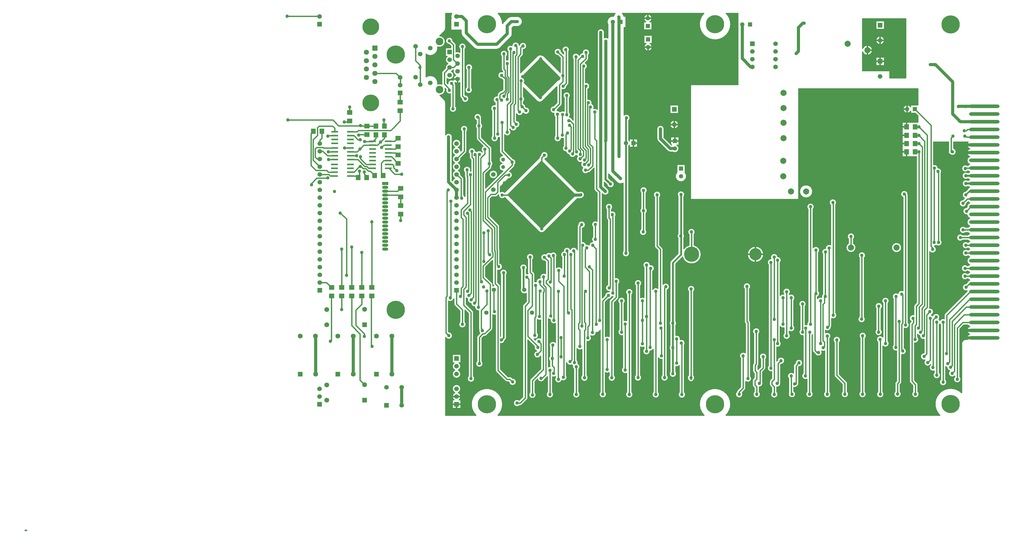
<source format=gbl>
%FSLAX43Y43*%
%MOMM*%
G71*
G01*
G75*
G04 Layer_Physical_Order=2*
%ADD10C,0.300*%
%ADD11R,1.600X1.800*%
%ADD12R,1.800X1.600*%
%ADD13R,1.550X0.600*%
%ADD14C,0.250*%
%ADD15R,1.600X1.000*%
%ADD16R,4.000X3.000*%
%ADD17R,3.000X1.500*%
%ADD18R,9.300X12.200*%
%ADD19O,10.000X1.200*%
%ADD20R,7.100X5.500*%
%ADD21R,5.400X5.500*%
%ADD22R,1.450X0.550*%
%ADD23R,1.450X0.550*%
%ADD24R,2.700X2.500*%
%ADD25C,0.075*%
%ADD26C,0.063*%
%ADD27R,3.500X8.000*%
%ADD28R,6.000X6.000*%
%ADD29R,3.000X4.000*%
%ADD30R,2.200X0.600*%
%ADD31R,2.200X0.600*%
%ADD32R,0.850X1.300*%
%ADD33R,1.300X0.850*%
%ADD34R,0.600X2.200*%
%ADD35R,0.600X2.200*%
%ADD36R,1.700X0.600*%
%ADD37R,1.700X0.600*%
%ADD38R,1.550X0.600*%
%ADD39R,1.000X1.600*%
%ADD40R,5.500X7.100*%
%ADD41R,0.550X1.450*%
%ADD42R,0.550X1.450*%
%ADD43C,0.500*%
%ADD44C,0.600*%
%ADD45C,0.400*%
%ADD46C,1.000*%
%ADD47C,0.700*%
%ADD48C,0.800*%
%ADD49C,2.500*%
%ADD50C,1.500*%
%ADD51R,1.500X1.500*%
%ADD52C,2.000*%
%ADD53R,1.400X1.400*%
%ADD54C,1.400*%
%ADD55C,1.300*%
%ADD56C,5.000*%
%ADD57C,6.000*%
%ADD58C,4.000*%
%ADD59R,1.600X1.600*%
%ADD60C,1.600*%
%ADD61O,2.000X1.000*%
%ADD62R,2.000X1.000*%
%ADD63C,1.690*%
%ADD64R,1.690X1.690*%
%ADD65C,5.500*%
%ADD66C,3.000*%
%ADD67C,1.100*%
D10*
X82275Y110725D02*
G03*
X82450Y111350I-1025J625D01*
G01*
G03*
X81436Y112536I-1200J0D01*
G01*
X93962Y112438D02*
G03*
X94039Y112339I988J681D01*
G01*
X193550Y120884D02*
G03*
X196750Y121450I1550J566D01*
G01*
G03*
X193550Y122016I-1650J0D01*
G01*
X200693Y124701D02*
G03*
X200693Y124701I-1400J0D01*
G01*
X59411Y8810D02*
G03*
X59187Y6400I589J-1270D01*
G01*
X60813D02*
G03*
X61400Y7540I-813J1140D01*
G01*
G03*
X60589Y8810I-1400J0D01*
G01*
X61400Y10080D02*
G03*
X59411Y8810I-1400J0D01*
G01*
Y16190D02*
G03*
X61400Y14920I589J-1270D01*
G01*
X60589Y8810D02*
G03*
X61400Y10080I-589J1270D01*
G01*
X75150Y5000D02*
G03*
X66367Y1350I-5150J0D01*
G01*
X63900Y14247D02*
G03*
X65950Y13400I850J-847D01*
G01*
G03*
X65600Y14247I-1200J0D01*
G01*
X59187Y18600D02*
G03*
X59411Y16190I813J-1140D01*
G01*
X61400Y14920D02*
G03*
X60589Y16190I-1400J0D01*
G01*
Y16190D02*
G03*
X61400Y17460I-589J1270D01*
G01*
G03*
X60813Y18600I-1400J0D01*
G01*
X66650Y19197D02*
G03*
X68700Y18350I850J-847D01*
G01*
G03*
X68350Y19197I-1200J0D01*
G01*
X73633Y1350D02*
G03*
X75150Y5000I-3633J3650D01*
G01*
X80641Y6294D02*
G03*
X80747Y4500I-741J-944D01*
G01*
X80900D02*
G03*
X81501Y4749I0J850D01*
G01*
X80900Y4500D02*
G03*
X81501Y4749I0J850D01*
G01*
X75999Y12599D02*
G03*
X76600Y12350I601J601D01*
G01*
X75999Y12599D02*
G03*
X76600Y12350I601J601D01*
G01*
X77251Y12251D02*
G03*
X79647Y12353I1196J101D01*
G01*
G03*
X78358Y13549I-1200J0D01*
G01*
X83201Y6449D02*
G03*
X83450Y7050I-601J601D01*
G01*
X83201Y6449D02*
G03*
X83450Y7050I-601J601D01*
G01*
X84100Y8897D02*
G03*
X86150Y8050I850J-847D01*
G01*
G03*
X85800Y8897I-1200J0D01*
G01*
X86631Y13229D02*
G03*
X88940Y13124I1169J271D01*
G01*
X72800Y16150D02*
G03*
X73049Y15549I850J0D01*
G01*
X72800Y16150D02*
G03*
X73049Y15549I850J0D01*
G01*
X84349Y13351D02*
G03*
X84100Y12750I601J-601D01*
G01*
X84349Y13351D02*
G03*
X84100Y12750I601J-601D01*
G01*
X78106Y13801D02*
G03*
X77505Y14050I-601J-601D01*
G01*
X78106Y13801D02*
G03*
X77505Y14050I-601J-601D01*
G01*
X74500Y24917D02*
G03*
X75890Y25947I200J1183D01*
G01*
X86341Y22522D02*
G03*
X87650Y20769I259J-1172D01*
G01*
X85601Y23997D02*
G03*
X86341Y22522I1149J-347D01*
G01*
X90650Y20847D02*
G03*
X90650Y19153I850J-847D01*
G01*
X56400Y26969D02*
G03*
X58650Y27550I1050J581D01*
G01*
G03*
X57452Y28750I-1200J0D01*
G01*
X61100Y32097D02*
G03*
X63150Y31250I850J-847D01*
G01*
G03*
X62800Y32097I-1200J0D01*
G01*
X66899Y27601D02*
G03*
X66650Y27000I601J-601D01*
G01*
X66899Y27601D02*
G03*
X66650Y27000I601J-601D01*
G01*
X69250Y27300D02*
G03*
X69851Y27549I0J850D01*
G01*
X69250Y27300D02*
G03*
X69851Y27549I0J850D01*
G01*
X67351Y29547D02*
G03*
X67650Y28353I1149J-347D01*
G01*
X67250Y29950D02*
G03*
X67351Y29547I850J0D01*
G01*
X67250Y29950D02*
G03*
X67351Y29547I850J0D01*
G01*
X71651Y29349D02*
G03*
X71900Y29950I-601J601D01*
G01*
X71651Y29349D02*
G03*
X71900Y29950I-601J601D01*
G01*
X65600Y35200D02*
G03*
X65351Y35801I-850J0D01*
G01*
X65600Y35200D02*
G03*
X65351Y35801I-850J0D01*
G01*
X59150Y37950D02*
G03*
X59399Y37349I850J0D01*
G01*
X59150Y37950D02*
G03*
X59399Y37349I850J0D01*
G01*
X57400Y38879D02*
G03*
X58168Y38812I450J721D01*
G01*
G03*
X59150Y39657I-168J1188D01*
G01*
X64751Y38151D02*
G03*
X66004Y37001I1199J49D01*
G01*
X63250Y39953D02*
G03*
X63649Y39688I850J847D01*
G01*
G03*
X64751Y38151I1151J-338D01*
G01*
X66004Y37001D02*
G03*
X67250Y35701I1196J-101D01*
G01*
X71850Y44687D02*
G03*
X71651Y45001I-800J-287D01*
G01*
X71850Y44687D02*
G03*
X71651Y45001I-800J-287D01*
G01*
X72239Y43959D02*
G03*
X71900Y43902I56J-1349D01*
G01*
X71900Y44413D02*
G03*
X72099Y44099I800J287D01*
G01*
X71900Y44413D02*
G03*
X72099Y44099I800J287D01*
G01*
X71900Y34383D02*
G03*
X72800Y34302I550J1067D01*
G01*
X74150Y63500D02*
G03*
X73901Y64101I-850J0D01*
G01*
X74250Y55750D02*
G03*
X74150Y56150I-850J0D01*
G01*
X74250Y55750D02*
G03*
X74150Y56150I-850J0D01*
G01*
Y63500D02*
G03*
X73901Y64101I-850J0D01*
G01*
X73550Y49102D02*
G03*
X75100Y50250I350J1148D01*
G01*
X76122Y26178D02*
G03*
X76400Y26850I-672J672D01*
G01*
X76122Y26178D02*
G03*
X76400Y26850I-672J672D01*
G01*
X74500Y43750D02*
G03*
X74251Y44351I-850J0D01*
G01*
X74500Y43750D02*
G03*
X74251Y44351I-850J0D01*
G01*
X86289Y26578D02*
G03*
X85928Y26074I761J-928D01*
G01*
X85532Y26470D02*
G03*
X86289Y26578I218J1180D01*
G01*
X86511Y26722D02*
G03*
X86950Y27650I-761J928D01*
G01*
X87650Y26689D02*
G03*
X86511Y26722I-600J-1039D01*
G01*
X86950Y27650D02*
G03*
X86600Y28497I-1200J0D01*
G01*
Y32825D02*
G03*
X87650Y32652I700J975D01*
G01*
X81999Y37851D02*
G03*
X81750Y37250I601J-601D01*
G01*
X81999Y37851D02*
G03*
X81750Y37250I601J-601D01*
G01*
X81050Y43134D02*
G03*
X82950Y41430I1244J-523D01*
G01*
X86200Y45274D02*
G03*
X85750Y45283I-250J-1174D01*
G01*
X87521Y46494D02*
G03*
X86200Y45274I-121J-1194D01*
G01*
X76400Y47517D02*
G03*
X76650Y48250I-950J733D01*
G01*
G03*
X74500Y47517I-1200J0D01*
G01*
X83518Y47892D02*
G03*
X82950Y47933I-368J-1142D01*
G01*
X83350Y48400D02*
G03*
X83518Y47892I850J0D01*
G01*
X83350Y48400D02*
G03*
X83518Y47892I850J0D01*
G01*
X82950Y49217D02*
G03*
X83200Y49950I-950J733D01*
G01*
X75100Y50250D02*
G03*
X74250Y51398I-1200J0D01*
G01*
X83200Y49950D02*
G03*
X81050Y49217I-1200J0D01*
G01*
X85750Y47700D02*
G03*
X85501Y48301I-850J0D01*
G01*
X85750Y47700D02*
G03*
X85501Y48301I-850J0D01*
G01*
X89250Y47939D02*
G03*
X87521Y46494I-600J-1039D01*
G01*
X85400Y53400D02*
G03*
X83350Y52553I-1200J0D01*
G01*
X85050D02*
G03*
X85400Y53400I-850J847D01*
G01*
X89389Y54396D02*
G03*
X88898Y52100I-489J-1096D01*
G01*
X87080Y61781D02*
G03*
X88919Y61781I920J919D01*
G01*
X87081D02*
G03*
X88920Y61781I919J919D01*
G01*
X89850Y9047D02*
G03*
X91900Y8200I850J-847D01*
G01*
G03*
X91550Y9047I-1200J0D01*
G01*
X92550Y13933D02*
G03*
X94621Y12773I950J-733D01*
G01*
X91550Y13952D02*
G03*
X92550Y14091I350J1148D01*
G01*
X94621Y12773D02*
G03*
X96350Y13850I529J1077D01*
G01*
G03*
X96150Y14513I-1200J0D01*
G01*
X98550Y9047D02*
G03*
X100600Y8200I850J-847D01*
G01*
G03*
X100250Y9047I-1200J0D01*
G01*
X101200Y14547D02*
G03*
X103250Y13700I850J-847D01*
G01*
G03*
X102900Y14547I-1200J0D01*
G01*
X90705Y17350D02*
G03*
X90250Y17262I-5J-1200D01*
G01*
X90650Y17650D02*
G03*
X90705Y17350I850J0D01*
G01*
X90650Y17650D02*
G03*
X90705Y17350I850J0D01*
G01*
X98186Y17641D02*
G03*
X98550Y16456I1164J-291D01*
G01*
X96150Y18657D02*
G03*
X97834Y17925I1150J343D01*
G01*
G03*
X98186Y17641I916J775D01*
G01*
X100550Y17350D02*
G03*
X99914Y18409I-1200J0D01*
G01*
G03*
X99950Y18700I-1164J291D01*
G01*
G03*
X99600Y19547I-1200J0D01*
G01*
X100250Y16556D02*
G03*
X100550Y17350I-900J794D01*
G01*
X92550Y25297D02*
G03*
X90650Y23869I-850J-847D01*
G01*
X99600Y23267D02*
G03*
X101200Y22991I950J733D01*
G01*
X102900Y25626D02*
G03*
X104350Y26800I250J1174D01*
G01*
G03*
X104128Y27495I-1200J0D01*
G01*
G03*
X105900Y28550I572J1055D01*
G01*
X107250Y9097D02*
G03*
X109300Y8250I850J-847D01*
G01*
G03*
X108950Y9097I-1200J0D01*
G01*
X110200Y14547D02*
G03*
X112250Y13700I850J-847D01*
G01*
X108950Y15361D02*
G03*
X110200Y15391I600J1039D01*
G01*
X112250Y13700D02*
G03*
X111900Y14547I-1200J0D01*
G01*
X115950Y9047D02*
G03*
X118000Y8200I850J-847D01*
G01*
G03*
X117650Y9047I-1200J0D01*
G01*
X114600Y17097D02*
G03*
X115950Y15159I850J-847D01*
G01*
X118800Y14597D02*
G03*
X120850Y13750I850J-847D01*
G01*
X110200Y27209D02*
G03*
X108950Y27239I-650J-1009D01*
G01*
X105898Y28627D02*
G03*
X107250Y29320I252J1173D01*
G01*
X113450Y29547D02*
G03*
X114600Y27538I850J-847D01*
G01*
X120500Y23811D02*
G03*
X121650Y23783I600J1039D01*
G01*
X90819Y32814D02*
G03*
X92550Y31533I1181J-214D01*
G01*
X90250Y33063D02*
G03*
X90819Y32814I750J937D01*
G01*
X94600Y49733D02*
G03*
X92850Y49894I-950J-733D01*
G01*
Y53237D02*
G03*
X93050Y53900I-1000J663D01*
G01*
G03*
X91027Y54773I-1200J0D01*
G01*
X95151Y55362D02*
G03*
X94600Y53353I299J-1162D01*
G01*
X110449Y39351D02*
G03*
X110200Y38750I601J-601D01*
G01*
X110449Y39351D02*
G03*
X110200Y38750I601J-601D01*
G01*
X110209Y41922D02*
G03*
X108750Y40752I-259J-1172D01*
G01*
X110260Y42051D02*
G03*
X110209Y41922I1090J-501D01*
G01*
X109700Y44341D02*
G03*
X110260Y42051I500J-1091D01*
G01*
X109952Y39550D02*
G03*
X111091Y40378I-2J1200D01*
G01*
G03*
X111452Y40354I259J1172D01*
G01*
X91027Y54773D02*
G03*
X89389Y54396I-627J-1023D01*
G01*
X97439Y55904D02*
G03*
X95151Y55362I-1089J-504D01*
G01*
X99700Y55793D02*
G03*
X97439Y55904I-1150J-343D01*
G01*
X99949Y64051D02*
G03*
X99700Y63450I601J-601D01*
G01*
X99949Y64051D02*
G03*
X99700Y63450I601J-601D01*
G01*
X103603Y57334D02*
G03*
X102653Y57584I-753J-934D01*
G01*
G03*
X101400Y58446I-1153J-334D01*
G01*
X104756Y58449D02*
G03*
X103603Y57334I44J-1199D01*
G01*
X104800Y60097D02*
G03*
X104756Y58449I850J-847D01*
G01*
X101400Y62876D02*
G03*
X102350Y64050I-250J1174D01*
G01*
X106250Y65143D02*
G03*
X104800Y63258I-598J-1041D01*
G01*
X115950Y32441D02*
G03*
X115150Y32512I-500J-1091D01*
G01*
X115450Y39000D02*
G03*
X113450Y38106I-1200J0D01*
G01*
X113101Y39599D02*
G03*
X113350Y40200I-601J601D01*
G01*
X113101Y39599D02*
G03*
X113350Y40200I-601J601D01*
G01*
X115150Y38206D02*
G03*
X115450Y39000I-900J794D01*
G01*
X118000Y41850D02*
G03*
X115950Y41003I-1200J0D01*
G01*
X117650D02*
G03*
X118000Y41850I-850J847D01*
G01*
X121650Y40067D02*
G03*
X120500Y40039I-550J-1067D01*
G01*
X113700Y45450D02*
G03*
X112200Y46612I-1200J0D01*
G01*
X113350Y44603D02*
G03*
X113700Y45450I-850J847D01*
G01*
X114750Y55383D02*
G03*
X116900Y54650I950J-733D01*
G01*
G03*
X116650Y55383I-1200J0D01*
G01*
X120900Y44800D02*
G03*
X118800Y44006I-1200J0D01*
G01*
X120500Y43906D02*
G03*
X120900Y44800I-800J894D01*
G01*
X120650Y62625D02*
G03*
X122550Y61650I700J-975D01*
G01*
X59411Y79330D02*
G03*
X58665Y78481I589J-1270D01*
G01*
X59411Y81870D02*
G03*
X59411Y79330I589J-1270D01*
G01*
X62350Y79100D02*
G03*
X62101Y79701I-850J0D01*
G01*
X62350Y79100D02*
G03*
X62101Y79701I-850J0D01*
G01*
X61388Y80414D02*
G03*
X61400Y80600I-1388J186D01*
G01*
G03*
X60589Y81870I-1400J0D01*
G01*
X62750Y73381D02*
G03*
X62350Y73809I-1050J-581D01*
G01*
X59411Y84410D02*
G03*
X59411Y81870I589J-1270D01*
G01*
Y86950D02*
G03*
X59411Y84410I589J-1270D01*
G01*
Y89490D02*
G03*
X59411Y86950I589J-1270D01*
G01*
X60589Y81870D02*
G03*
X61400Y83140I-589J1270D01*
G01*
G03*
X60589Y84410I-1400J0D01*
G01*
G03*
X61400Y85680I-589J1270D01*
G01*
G03*
X61388Y85866I-1400J0D01*
G01*
X61399Y88281D02*
G03*
X60589Y89490I-1399J-61D01*
G01*
X64650Y82100D02*
G03*
X62600Y81253I-1200J0D01*
G01*
Y80100D02*
G03*
X62750Y79618I850J0D01*
G01*
X62600Y80100D02*
G03*
X62750Y79618I850J0D01*
G01*
X64750Y81641D02*
G03*
X64562Y81649I-150J-1191D01*
G01*
G03*
X64650Y82100I-1112J451D01*
G01*
X63101Y87579D02*
G03*
X63350Y88180I-601J601D01*
G01*
X63101Y87579D02*
G03*
X63350Y88180I-601J601D01*
G01*
X64200Y86250D02*
G03*
X64449Y85649I850J0D01*
G01*
X64200Y86250D02*
G03*
X64449Y85649I850J0D01*
G01*
X68450Y87933D02*
G03*
X66709Y88103I-950J-733D01*
G01*
G03*
X66242Y88284I-659J-1003D01*
G01*
G03*
X64200Y87303I-1192J-134D01*
G01*
X68738Y89910D02*
G03*
X68450Y88003I562J-1060D01*
G01*
X61400Y90760D02*
G03*
X59411Y89490I-1400J0D01*
G01*
X58600Y92950D02*
G03*
X56400Y93613I-1200J0D01*
G01*
X60589Y89490D02*
G03*
X61400Y90760I-589J1270D01*
G01*
X58550Y92607D02*
G03*
X58600Y92950I-1150J343D01*
G01*
X58000Y103047D02*
G03*
X60050Y102200I850J-847D01*
G01*
G03*
X59700Y103047I-1200J0D01*
G01*
X63700Y95550D02*
G03*
X61650Y94703I-1200J0D01*
G01*
X66550Y92450D02*
G03*
X66799Y91849I850J0D01*
G01*
X66550Y92450D02*
G03*
X66799Y91849I850J0D01*
G01*
X63350Y94703D02*
G03*
X63700Y95550I-850J847D01*
G01*
X66550Y97397D02*
G03*
X66550Y95703I850J-847D01*
G01*
X68250Y99350D02*
G03*
X68076Y99866I-850J0D01*
G01*
G03*
X66550Y98319I-1126J-416D01*
G01*
X72800Y73200D02*
G03*
X73401Y73449I0J850D01*
G01*
X72800Y73200D02*
G03*
X73401Y73449I0J850D01*
G01*
X73801Y73849D02*
G03*
X75847Y72950I1199J-49D01*
G01*
X75835Y74662D02*
G03*
X74400Y74839I-835J-862D01*
G01*
X75931Y74769D02*
G03*
X75835Y74662I919J-919D01*
G01*
X75931Y74770D02*
G03*
X75835Y74662I919J-920D01*
G01*
X73500Y80592D02*
G03*
X73500Y80592I-1400J0D01*
G01*
X77110Y79208D02*
G03*
X78350Y80407I40J1199D01*
G01*
G03*
X77467Y81565I-1200J0D01*
G01*
X71351Y82449D02*
G03*
X71600Y83050I-601J601D01*
G01*
X71351Y82449D02*
G03*
X71600Y83050I-601J601D01*
G01*
Y89100D02*
G03*
X71351Y89701I-850J0D01*
G01*
X71600Y89100D02*
G03*
X71351Y89701I-850J0D01*
G01*
X71600Y83303D02*
G03*
X71950Y84150I-850J847D01*
G01*
G03*
X71600Y84997I-1200J0D01*
G01*
X68250Y95703D02*
G03*
X68600Y96550I-850J847D01*
G01*
G03*
X68250Y97397I-1200J0D01*
G01*
X73700Y92500D02*
G03*
X73690Y92658I-1200J0D01*
G01*
X71600Y93294D02*
G03*
X73700Y92500I900J-794D01*
G01*
X72700Y103474D02*
G03*
X71600Y101453I-250J-1174D01*
G01*
X74948Y84249D02*
G03*
X75201Y81703I357J-1250D01*
G01*
X78901Y82999D02*
G03*
X79150Y83600I-601J601D01*
G01*
X78901Y82999D02*
G03*
X79150Y83600I-601J601D01*
G01*
X74100Y88150D02*
G03*
X74349Y87549I850J0D01*
G01*
X74100Y88150D02*
G03*
X74349Y87549I850J0D01*
G01*
X75113Y86784D02*
G03*
X74948Y84249I191J-1286D01*
G01*
X79150Y83753D02*
G03*
X79500Y84600I-850J847D01*
G01*
G03*
X78523Y85779I-1200J0D01*
G01*
X73690Y92658D02*
G03*
X74100Y92783I-140J1192D01*
G01*
X75800Y93656D02*
G03*
X77900Y94450I900J794D01*
G01*
G03*
X77550Y95297I-1200J0D01*
G01*
Y95570D02*
G03*
X79842Y95916I1100J480D01*
G01*
G03*
X80850Y97100I-192J1184D01*
G01*
G03*
X79700Y98299I-1200J0D01*
G01*
Y100519D02*
G03*
X81912Y100801I1050J581D01*
G01*
X82749Y102853D02*
G03*
X82050Y103891I-1199J-53D01*
G01*
X56400Y104200D02*
G03*
X55984Y105196I-1400J0D01*
G01*
X56400Y104200D02*
G03*
X55984Y105196I-1400J0D01*
G01*
X54555Y106606D02*
G03*
X56300Y108500I-155J1894D01*
G01*
X55157Y110243D02*
G03*
X53765Y110291I-757J-1743D01*
G01*
X55150Y110350D02*
G03*
X55157Y110243I850J0D01*
G01*
X55150Y110350D02*
G03*
X55157Y110243I850J0D01*
G01*
X53765Y110291D02*
G03*
X53800Y110700I-2365J409D01*
G01*
X56300Y108500D02*
G03*
X56260Y108888I-1900J0D01*
G01*
X53800Y110700D02*
G03*
X50000Y112649I-2400J0D01*
G01*
X55399Y114616D02*
G03*
X55150Y114015I601J-601D01*
G01*
X55399Y114616D02*
G03*
X55150Y114015I601J-601D01*
G01*
X56513Y108635D02*
G03*
X58000Y107102I1137J-385D01*
G01*
X61100Y106400D02*
G03*
X61349Y105799I850J0D01*
G01*
X61100Y106400D02*
G03*
X61349Y105799I850J0D01*
G01*
X61650Y105498D02*
G03*
X64050Y105500I1200J2D01*
G01*
X62800Y108400D02*
G03*
X65200Y108400I1200J0D01*
G01*
X63250Y109337D02*
G03*
X62800Y108400I750J-937D01*
G01*
X58966Y111530D02*
G03*
X57154Y110398I-616J-1030D01*
G01*
X59550Y110500D02*
G03*
X59513Y110797I-1200J0D01*
G01*
G03*
X61100Y110806I787J1158D01*
G01*
X56850Y112153D02*
G03*
X59150Y113225I900J1072D01*
G01*
X59711D02*
G03*
X58966Y111530I589J-1270D01*
G01*
X59150Y113225D02*
G03*
X58339Y114495I-1400J0D01*
G01*
X58964Y114915D02*
G03*
X59711Y113225I1336J-420D01*
G01*
X59700Y110000D02*
G03*
X59550Y110482I-850J0D01*
G01*
X59700Y110000D02*
G03*
X59550Y110482I-850J0D01*
G01*
X50000Y120151D02*
G03*
X53800Y122100I1400J1949D01*
G01*
X57161Y117035D02*
G03*
X56362Y115579I589J-1270D01*
G01*
X56937Y119445D02*
G03*
X57161Y117035I813J-1140D01*
G01*
X53800Y122100D02*
G03*
X53765Y122509I-2400J0D01*
G01*
G03*
X56300Y124300I635J1791D01*
G01*
G03*
X54526Y126196I-1900J0D01*
G01*
X55990Y127660D02*
G03*
X56400Y128650I-990J990D01*
G01*
X55990Y127660D02*
G03*
X56400Y128650I-990J990D01*
G01*
X58339Y114495D02*
G03*
X58862Y114915I-589J1270D01*
G01*
X58800Y124552D02*
G03*
X57598Y123350I-1200J-2D01*
G01*
X59850Y123150D02*
G03*
X59601Y123751I-850J0D01*
G01*
X59850Y123150D02*
G03*
X59601Y123751I-850J0D01*
G01*
X61100Y120724D02*
G03*
X59850Y120901I-800J-1149D01*
G01*
X63150Y122650D02*
G03*
X61100Y121803I-1200J0D01*
G01*
X61550Y127100D02*
G03*
X62033Y125933I1650J0D01*
G01*
X61550Y127100D02*
G03*
X62033Y125933I1650J0D01*
G01*
X58423Y133600D02*
G03*
X58211Y131900I1577J-1060D01*
G01*
X64050Y105500D02*
G03*
X62852Y106700I-1200J0D01*
G01*
X73400Y106391D02*
G03*
X72700Y104133I-150J-1191D01*
G01*
X65200Y108400D02*
G03*
X64950Y109133I-1200J0D01*
G01*
X73649Y107351D02*
G03*
X73400Y106750I601J-601D01*
G01*
X73649Y107351D02*
G03*
X73400Y106750I601J-601D01*
G01*
X65300Y115800D02*
G03*
X63250Y114953I-1200J0D01*
G01*
X64950D02*
G03*
X65300Y115800I-850J847D01*
G01*
X74800Y108150D02*
G03*
X74199Y107901I0J-850D01*
G01*
X74800Y108150D02*
G03*
X74199Y107901I0J-850D01*
G01*
X82050Y104503D02*
G03*
X82400Y105350I-850J847D01*
G01*
G03*
X82050Y106197I-1200J0D01*
G01*
X75150Y114348D02*
G03*
X74798Y112000I-350J-1148D01*
G01*
X74750Y115250D02*
G03*
X74999Y114649I850J0D01*
G01*
X74750Y115250D02*
G03*
X74999Y114649I850J0D01*
G01*
X76450Y119403D02*
G03*
X76800Y120250I-850J847D01*
G01*
G03*
X74750Y119403I-1200J0D01*
G01*
X62800Y121803D02*
G03*
X63150Y122650I-850J847D01*
G01*
X65733Y122233D02*
G03*
X66900Y121750I1167J1167D01*
G01*
X65733Y122233D02*
G03*
X66900Y121750I1167J1167D01*
G01*
X73200D02*
G03*
X74367Y122233I0J1650D01*
G01*
X73200Y121750D02*
G03*
X74367Y122233I0J1650D01*
G01*
X75147Y130180D02*
G03*
X73683Y133600I-5147J-180D01*
G01*
X75483Y130667D02*
G03*
X75147Y130180I1167J-1167D01*
G01*
X75483Y130667D02*
G03*
X75147Y130180I1167J-1167D01*
G01*
X76900Y118224D02*
G03*
X76450Y118233I-250J-1174D01*
G01*
X78251Y122991D02*
G03*
X76900Y121053I-501J-1091D01*
G01*
X80641Y123093D02*
G03*
X78251Y122991I-1191J-143D01*
G01*
X81877Y124050D02*
G03*
X80685Y123137I-27J-1200D01*
G01*
X81701Y119599D02*
G03*
X81950Y120200I-601J601D01*
G01*
X81701Y119599D02*
G03*
X81950Y120200I-601J601D01*
G01*
Y121654D02*
G03*
X83050Y122850I-100J1196D01*
G01*
G03*
X82160Y124009I-1200J0D01*
G01*
X77817Y125683D02*
G03*
X78300Y126850I-1167J1167D01*
G01*
X77817Y125683D02*
G03*
X78300Y126850I-1167J1167D01*
G01*
X82160Y124009D02*
G03*
X81877Y124050I-260J-809D01*
G01*
X78050Y132550D02*
G03*
X76883Y132067I0J-1650D01*
G01*
X78050Y132550D02*
G03*
X76883Y132067I0J-1650D01*
G01*
X79541Y129250D02*
G03*
X81650Y130900I409J1650D01*
G01*
G03*
X79541Y132550I-1700J0D01*
G01*
X100750Y72650D02*
G03*
X101282Y72780I0J1150D01*
G01*
X100750Y72650D02*
G03*
X101282Y72780I0J1150D01*
G01*
X101055Y84570D02*
G03*
X101525Y82821I995J-670D01*
G01*
X102350Y64050D02*
G03*
X99950Y64052I-1200J0D01*
G01*
X101282Y72780D02*
G03*
X102050Y73900I-432J1120D01*
G01*
G03*
X100269Y74950I-1200J0D01*
G01*
X101525Y82821D02*
G03*
X103247Y81150I875J-821D01*
G01*
X103350D02*
G03*
X103951Y81399I0J850D01*
G01*
X103350Y81150D02*
G03*
X103951Y81399I0J850D01*
G01*
X89163Y85581D02*
G03*
X89086Y85715I-1163J-581D01*
G01*
X89163Y85581D02*
G03*
X89086Y85715I-1163J-581D01*
G01*
X87200Y86025D02*
G03*
X87080Y85919I800J-1025D01*
G01*
X87200Y86025D02*
G03*
X87081Y85919I800J-1025D01*
G01*
X87449Y86651D02*
G03*
X87200Y86050I601J-601D01*
G01*
X89086Y85715D02*
G03*
X90100Y86900I-186J1185D01*
G01*
X87449Y86651D02*
G03*
X87200Y86050I601J-601D01*
G01*
X90100Y86900D02*
G03*
X87700Y86902I-1200J0D01*
G01*
X81912Y100801D02*
G03*
X84050Y101550I938J749D01*
G01*
X91897Y103099D02*
G03*
X92003Y100701I53J-1199D01*
G01*
G03*
X92300Y99503I1147J-351D01*
G01*
X94025Y101171D02*
G03*
X93097Y101549I-875J-821D01*
G01*
X84050Y101550D02*
G03*
X82852Y102750I-1200J0D01*
G01*
X93097Y101549D02*
G03*
X93150Y101900I-1147J351D01*
G01*
X96985Y87061D02*
G03*
X99227Y86821I1165J289D01*
G01*
X99739Y86481D02*
G03*
X101055Y84570I911J-781D01*
G01*
X99567Y86806D02*
G03*
X99739Y86481I1133J394D01*
G01*
X99227Y86821D02*
G03*
X99567Y86806I223J1179D01*
G01*
X95150Y90047D02*
G03*
X95976Y88000I850J-847D01*
G01*
G03*
X96985Y87061I1174J250D01*
G01*
X94446Y92403D02*
G03*
X95150Y92402I354J1147D01*
G01*
X92300Y93233D02*
G03*
X94446Y92403I950J-733D01*
G01*
X95350Y101391D02*
G03*
X94025Y101171I-500J-1091D01*
G01*
X97400Y100250D02*
G03*
X97050Y101097I-1200J0D01*
G01*
X94451Y103249D02*
G03*
X94700Y103850I-601J601D01*
G01*
X94451Y103249D02*
G03*
X94700Y103850I-601J601D01*
G01*
X98069Y98733D02*
G03*
X97126Y99487I-1119J-433D01*
G01*
G03*
X97400Y100250I-926J763D01*
G01*
X105250Y102750D02*
G03*
X104514Y103857I-1200J0D01*
G01*
X109300Y66300D02*
G03*
X109549Y65699I850J0D01*
G01*
X109300Y66300D02*
G03*
X109549Y65699I850J0D01*
G01*
X112200Y66667D02*
G03*
X112450Y67400I-950J733D01*
G01*
G03*
X111000Y68574I-1200J0D01*
G01*
X111350Y69900D02*
G03*
X109300Y69053I-1200J0D01*
G01*
X105200Y75850D02*
G03*
X105449Y75249I850J0D01*
G01*
X105200Y75850D02*
G03*
X105449Y75249I850J0D01*
G01*
X107950Y74287D02*
G03*
X110150Y74950I1000J663D01*
G01*
X111000Y69053D02*
G03*
X111350Y69900I-850J847D01*
G01*
X110150Y74950D02*
G03*
X109521Y76006I-1200J0D01*
G01*
X109474Y77162D02*
G03*
X111850Y77400I1176J238D01*
G01*
X120650Y69497D02*
G03*
X120650Y67803I850J-847D01*
G01*
X122700Y75350D02*
G03*
X120650Y74503I-1200J0D01*
G01*
X110050Y80751D02*
G03*
X110233Y80533I1350J949D01*
G01*
X110050Y80751D02*
G03*
X110233Y80533I1350J949D01*
G01*
X111850Y77400D02*
G03*
X110888Y78576I-1200J0D01*
G01*
X112444Y78323D02*
G03*
X114750Y77728I1456J877D01*
G01*
X116650Y89962D02*
G03*
X116838Y90202I-962J947D01*
G01*
Y91616D02*
G03*
X116650Y91856I-1150J-707D01*
G01*
X106300Y101994D02*
G03*
X105138Y102244I-800J-894D01*
G01*
G03*
X105250Y102750I-1088J506D01*
G01*
X117050Y99200D02*
G03*
X115100Y100137I-1200J0D01*
G01*
X116650Y98306D02*
G03*
X117050Y99200I-800J894D01*
G01*
X86430Y104731D02*
G03*
X88269Y104731I920J919D01*
G01*
X86431D02*
G03*
X88270Y104731I919J919D01*
G01*
X97400Y106550D02*
G03*
X95350Y105703I-1200J0D01*
G01*
X94700Y108502D02*
G03*
X96250Y109648I350J1148D01*
G01*
X97050Y105703D02*
G03*
X97400Y106550I-850J847D01*
G01*
X96651Y110049D02*
G03*
X96900Y110650I-601J601D01*
G01*
X96651Y110049D02*
G03*
X96900Y110650I-601J601D01*
G01*
X88769Y119469D02*
G03*
X88108Y119824I-919J-919D01*
G01*
G03*
X86630Y119569I-558J-1174D01*
G01*
X88108Y119824D02*
G03*
X86631Y119569I-558J-1174D01*
G01*
X88770Y119469D02*
G03*
X88108Y119824I-920J-919D01*
G01*
X94500Y120902D02*
G03*
X93298Y119700I-1200J-2D01*
G01*
X97100Y121650D02*
G03*
X95200Y120675I-1200J0D01*
G01*
X96900Y120987D02*
G03*
X97100Y121650I-1000J663D01*
G01*
X104550Y104150D02*
G03*
X103150Y105333I-1200J0D01*
G01*
X104514Y103857D02*
G03*
X104550Y104150I-1164J293D01*
G01*
X106300Y106858D02*
G03*
X106300Y106129I1143J-364D01*
G01*
X103150Y108583D02*
G03*
X103800Y109650I-550J1067D01*
G01*
G03*
X102400Y110833I-1200J0D01*
G01*
X103000Y116200D02*
G03*
X102329Y117277I-1200J0D01*
G01*
X102400Y115161D02*
G03*
X103000Y116200I-600J1039D01*
G01*
X106300Y111393D02*
G03*
X106300Y110707I1150J-343D01*
G01*
X100357Y119764D02*
G03*
X98350Y118506I-1107J-464D01*
G01*
X103151Y118099D02*
G03*
X103400Y118700I-601J601D01*
G01*
X103151Y118099D02*
G03*
X103400Y118700I-601J601D01*
G01*
X101355Y120591D02*
G03*
X100357Y119764I145J-1191D01*
G01*
X103750Y120700D02*
G03*
X101355Y120591I-1200J0D01*
G01*
X103400Y119853D02*
G03*
X103750Y120700I-850J847D01*
G01*
X109750Y125459D02*
G03*
X108600Y125541I-650J-1009D01*
G01*
Y126957D02*
G03*
X108650Y127300I-1150J343D01*
G01*
G03*
X106300Y126957I-1200J0D01*
G01*
X111666Y132629D02*
G03*
X109750Y129939I-278J-1829D01*
G01*
X112146Y133600D02*
G03*
X111666Y132629I1204J-1200D01*
G01*
X114926Y133038D02*
G03*
X114554Y133600I-1576J-638D01*
G01*
X115062Y132650D02*
G03*
X114926Y133038I-1612J-350D01*
G01*
X115062Y132650D02*
G03*
X114926Y133038I-1612J-350D01*
G01*
X124650Y9047D02*
G03*
X126700Y8200I850J-847D01*
G01*
G03*
X126350Y9047I-1200J0D01*
G01*
X133250Y8997D02*
G03*
X135300Y8150I850J-847D01*
G01*
G03*
X134950Y8997I-1200J0D01*
G01*
X148633Y1350D02*
G03*
X150150Y5000I-3633J3650D01*
G01*
X154150Y8250D02*
G03*
X153994Y8842I-1200J0D01*
G01*
X150150Y5000D02*
G03*
X141367Y1350I-5150J0D01*
G01*
X152106Y9103D02*
G03*
X154150Y8250I844J-853D01*
G01*
X152349Y9601D02*
G03*
X152106Y9103I601J-601D01*
G01*
X152349Y9601D02*
G03*
X152106Y9103I601J-601D01*
G01*
X154851Y9699D02*
G03*
X155100Y10300I-601J601D01*
G01*
X154851Y9699D02*
G03*
X155100Y10300I-601J601D01*
G01*
X120850Y13750D02*
G03*
X120500Y14597I-1200J0D01*
G01*
X127550D02*
G03*
X129600Y13750I850J-847D01*
G01*
G03*
X129250Y14597I-1200J0D01*
G01*
X130200Y15733D02*
G03*
X132350Y15000I950J-733D01*
G01*
G03*
X132100Y15733I-1200J0D01*
G01*
X136250Y14547D02*
G03*
X136390Y12733I850J-847D01*
G01*
G03*
X137810Y12733I710J468D01*
G01*
G03*
X138300Y13700I-710J967D01*
G01*
G03*
X137950Y14547I-1200J0D01*
G01*
X155100Y12425D02*
G03*
X157000Y13400I700J975D01*
G01*
G03*
X156657Y14240I-1200J0D01*
G01*
X132100Y17338D02*
G03*
X133250Y17653I300J1162D01*
G01*
X157850Y9097D02*
G03*
X159900Y8250I850J-847D01*
G01*
G03*
X159550Y9097I-1200J0D01*
G01*
X163650Y9047D02*
G03*
X165700Y8200I850J-847D01*
G01*
G03*
X165350Y9047I-1200J0D01*
G01*
X157300Y11300D02*
G03*
X157549Y10699I850J0D01*
G01*
X157300Y11300D02*
G03*
X157549Y10699I850J0D01*
G01*
X159550Y10650D02*
G03*
X160750Y11850I0J1200D01*
G01*
G03*
X160700Y12193I-1200J0D01*
G01*
X162900Y11500D02*
G03*
X163149Y10899I850J0D01*
G01*
X162900Y11500D02*
G03*
X163149Y10899I850J0D01*
G01*
X165350Y10601D02*
G03*
X166600Y11800I50J1199D01*
G01*
X169200Y8780D02*
G03*
X171500Y8300I1100J-480D01*
G01*
X175250Y9194D02*
G03*
X177250Y8300I800J-894D01*
G01*
G03*
X176950Y9094I-1200J0D01*
G01*
X171500Y8300D02*
G03*
X170900Y9339I-1200J0D01*
G01*
Y10488D02*
G03*
X172222Y11021I300J1162D01*
G01*
G03*
X172500Y11650I-572J629D01*
G01*
X157549Y13351D02*
G03*
X157300Y12750I601J-601D01*
G01*
X157549Y13351D02*
G03*
X157300Y12750I601J-601D01*
G01*
X157400Y15950D02*
G03*
X157649Y15349I850J0D01*
G01*
X157400Y15950D02*
G03*
X157649Y15349I850J0D01*
G01*
X159249Y16551D02*
G03*
X159100Y16350I601J-601D01*
G01*
X159249Y16551D02*
G03*
X159100Y16350I601J-601D01*
G01*
X163149Y13051D02*
G03*
X162900Y12450I601J-601D01*
G01*
X163149Y13051D02*
G03*
X162900Y12450I601J-601D01*
G01*
X161401Y16299D02*
G03*
X161650Y16900I-601J601D01*
G01*
X161401Y16299D02*
G03*
X161650Y16900I-601J601D01*
G01*
X157649Y18501D02*
G03*
X157400Y17900I601J-601D01*
G01*
X159151Y17599D02*
G03*
X159400Y18200I-601J601D01*
G01*
X159151Y17599D02*
G03*
X159400Y18200I-601J601D01*
G01*
X157649Y18501D02*
G03*
X157400Y17900I601J-601D01*
G01*
X170800Y15187D02*
G03*
X169200Y13403I-750J-937D01*
G01*
X173950Y15194D02*
G03*
X175250Y13209I800J-894D01*
G01*
X162550Y17697D02*
G03*
X163650Y15676I850J-847D01*
G01*
X166702Y18100D02*
G03*
X167900Y19300I-2J1200D01*
G01*
X171049Y18201D02*
G03*
X170800Y17600I601J-601D01*
G01*
X171049Y18201D02*
G03*
X170800Y17600I601J-601D01*
G01*
X172602Y17350D02*
G03*
X173800Y18550I-2J1200D01*
G01*
G03*
X171400Y18552I-1200J0D01*
G01*
X126350Y20237D02*
G03*
X127550Y19717I1000J663D01*
G01*
X121650Y23294D02*
G03*
X123650Y22400I800J-894D01*
G01*
X123649Y22450D02*
G03*
X124650Y22987I1J1200D01*
G01*
X130200Y24283D02*
G03*
X130200Y22817I950J-733D01*
G01*
X134950Y24437D02*
G03*
X135150Y25100I-1000J663D01*
G01*
X154957Y21870D02*
G03*
X153400Y20053I-707J-970D01*
G01*
X135150Y25100D02*
G03*
X133571Y26239I-1200J0D01*
G01*
X133600Y26500D02*
G03*
X132100Y27662I-1200J0D01*
G01*
X133571Y26239D02*
G03*
X133600Y26500I-1171J261D01*
G01*
X130200Y32333D02*
G03*
X130200Y30867I950J-733D01*
G01*
X132100D02*
G03*
X132350Y31600I-950J733D01*
G01*
G03*
X132100Y32333I-1200J0D01*
G01*
X154650Y32150D02*
G03*
X154899Y31549I850J0D01*
G01*
X154650Y32150D02*
G03*
X154899Y31549I850J0D01*
G01*
X162000Y20650D02*
G03*
X159950Y19803I-1200J0D01*
G01*
X161650D02*
G03*
X162000Y20650I-850J847D01*
G01*
X167900Y19300D02*
G03*
X165500Y19302I-1200J0D01*
G01*
X177000Y22700D02*
G03*
X177249Y22099I850J0D01*
G01*
X177000Y22700D02*
G03*
X177249Y22099I850J0D01*
G01*
X177978Y21371D02*
G03*
X180200Y22000I1022J629D01*
G01*
G03*
X180083Y22517I-1200J0D01*
G01*
X165350Y23717D02*
G03*
X166750Y24900I200J1183D01*
G01*
G03*
X166400Y25747I-1200J0D01*
G01*
X159400Y28103D02*
G03*
X159750Y28950I-850J847D01*
G01*
X156657Y31843D02*
G03*
X156408Y32444I-850J0D01*
G01*
X156657Y31843D02*
G03*
X156408Y32444I-850J0D01*
G01*
X159750Y28950D02*
G03*
X157700Y28103I-1200J0D01*
G01*
X167700Y28347D02*
G03*
X169750Y27500I850J-847D01*
G01*
G03*
X169400Y28347I-1200J0D01*
G01*
X166400Y30517D02*
G03*
X167700Y30102I950J733D01*
G01*
X169400Y28991D02*
G03*
X171250Y30000I650J1009D01*
G01*
G03*
X170900Y30847I-1200J0D01*
G01*
X172900Y29494D02*
G03*
X173950Y27509I900J-794D01*
G01*
X175206Y31129D02*
G03*
X174600Y31183I-406J-1129D01*
G01*
X175550Y32097D02*
G03*
X175206Y31129I850J-847D01*
G01*
X181050Y9097D02*
G03*
X183100Y8250I850J-847D01*
G01*
G03*
X182750Y9097I-1200J0D01*
G01*
X186850Y9147D02*
G03*
X188900Y8300I850J-847D01*
G01*
G03*
X188550Y9147I-1200J0D01*
G01*
Y11850D02*
G03*
X188301Y12451I-850J0D01*
G01*
X188550Y11850D02*
G03*
X188301Y12451I-850J0D01*
G01*
X192650Y9147D02*
G03*
X194700Y8300I850J-847D01*
G01*
G03*
X194350Y9147I-1200J0D01*
G01*
X198473Y9097D02*
G03*
X200523Y8250I850J-847D01*
G01*
G03*
X200173Y9097I-1200J0D01*
G01*
X184200Y14500D02*
G03*
X184449Y13899I850J0D01*
G01*
X184200Y14500D02*
G03*
X184449Y13899I850J0D01*
G01*
X204150Y9197D02*
G03*
X205000Y7150I850J-847D01*
G01*
G03*
X206200Y8350I0J1200D01*
G01*
G03*
X205850Y9197I-1200J0D01*
G01*
X210050Y9147D02*
G03*
X212100Y8300I850J-847D01*
G01*
G03*
X211750Y9147I-1200J0D01*
G01*
X204399Y12351D02*
G03*
X204150Y11750I601J-601D01*
G01*
X206151Y11699D02*
G03*
X206400Y12300I-601J601D01*
G01*
X206151Y11699D02*
G03*
X206400Y12300I-601J601D01*
G01*
X204399Y12351D02*
G03*
X204150Y11750I601J-601D01*
G01*
X208900Y12550D02*
G03*
X209149Y11949I850J0D01*
G01*
X208900Y12550D02*
G03*
X209149Y11949I850J0D01*
G01*
X211750Y11400D02*
G03*
X211501Y12001I-850J0D01*
G01*
X211750Y11400D02*
G03*
X211501Y12001I-850J0D01*
G01*
X226100Y8733D02*
G03*
X218918Y1350I-3600J-3683D01*
G01*
X219150Y13097D02*
G03*
X221200Y12250I850J-847D01*
G01*
G03*
X220850Y13097I-1200J0D01*
G01*
X223800Y14047D02*
G03*
X225850Y13200I850J-847D01*
G01*
X217050Y15397D02*
G03*
X219100Y14550I850J-847D01*
G01*
G03*
X218750Y15397I-1200J0D01*
G01*
X215900Y17987D02*
G03*
X217050Y15919I750J-937D01*
G01*
X214038Y19535D02*
G03*
X215900Y18037I862J-835D01*
G01*
X225850Y13200D02*
G03*
X225500Y14047I-1200J0D01*
G01*
X222143Y15990D02*
G03*
X223800Y14256I857J-840D01*
G01*
X221250Y17126D02*
G03*
X222143Y15990I1200J24D01*
G01*
X220850Y17291D02*
G03*
X221250Y17126I650J1009D01*
G01*
X180083Y22517D02*
G03*
X181050Y22488I517J1083D01*
G01*
X185900Y25303D02*
G03*
X186250Y26150I-850J847D01*
G01*
X182750Y26553D02*
G03*
X183100Y27400I-850J847D01*
G01*
X186250Y26150D02*
G03*
X184200Y25303I-1200J0D01*
G01*
X194350Y26606D02*
G03*
X194750Y27500I-800J894D01*
G01*
G03*
X192650Y26706I-1200J0D01*
G01*
X200173Y24131D02*
G03*
X202250Y24950I877J819D01*
G01*
G03*
X201900Y25797I-1200J0D01*
G01*
X200200Y27094D02*
G03*
X198473Y25430I-900J-794D01*
G01*
X183100Y27400D02*
G03*
X181350Y28467I-1200J0D01*
G01*
Y29291D02*
G03*
X183200Y30300I650J1009D01*
G01*
X183200Y30318D02*
G03*
X183350Y30800I-700J482D01*
G01*
X183200Y30318D02*
G03*
X183350Y30800I-700J482D01*
G01*
Y33159D02*
G03*
X185050Y34250I500J1091D01*
G01*
G03*
X184700Y35097I-1200J0D01*
G01*
X192450Y33887D02*
G03*
X194400Y32950I750J-937D01*
G01*
G03*
X194150Y33683I-1200J0D01*
G01*
X197950Y29547D02*
G03*
X200000Y28700I850J-847D01*
G01*
G03*
X199650Y29547I-1200J0D01*
G01*
X200050Y37250D02*
G03*
X197950Y36456I-1200J0D01*
G01*
X199650Y36356D02*
G03*
X200050Y37250I-800J894D01*
G01*
X206400Y21288D02*
G03*
X207900Y22450I300J1162D01*
G01*
G03*
X207200Y23541I-1200J0D01*
G01*
X203600Y24497D02*
G03*
X204700Y22476I850J-847D01*
G01*
X210600Y25117D02*
G03*
X212000Y26300I200J1183D01*
G01*
G03*
X211650Y27147I-1200J0D01*
G01*
X213748Y21900D02*
G03*
X214038Y19535I2J-1200D01*
G01*
X212303Y27537D02*
G03*
X213750Y26276I1197J-87D01*
G01*
X227500Y26300D02*
G03*
X226101Y24850I0J-1400D01*
G01*
X228680Y28050D02*
G03*
X227935Y26300I510J-1250D01*
G01*
X207200Y29938D02*
G03*
X208850Y31050I450J1112D01*
G01*
G03*
X208500Y31897I-1200J0D01*
G01*
X209149Y31851D02*
G03*
X208900Y31250I601J-601D01*
G01*
X211650Y27967D02*
G03*
X212303Y27537I950J733D01*
G01*
X209149Y31851D02*
G03*
X208900Y31250I601J-601D01*
G01*
X210400Y34412D02*
G03*
X209450Y32241I-300J-1162D01*
G01*
X216576Y34070D02*
G03*
X216176Y34322I-826J-870D01*
G01*
G03*
X216850Y35400I-526J1078D01*
G01*
X215543Y36595D02*
G03*
X215600Y36900I-793J305D01*
G01*
X215543Y36595D02*
G03*
X215600Y36900I-793J305D01*
G01*
X216850Y35400D02*
G03*
X215543Y36595I-1200J0D01*
G01*
X218750Y31153D02*
G03*
X218936Y31395I-850J847D01*
G01*
G03*
X219150Y31103I1064J555D01*
G01*
X228746Y30575D02*
G03*
X228680Y28050I444J-1275D01*
G01*
X228141Y31000D02*
G03*
X228746Y30575I1049J850D01*
G01*
X218659Y32929D02*
G03*
X218900Y33650I-959J721D01*
G01*
X218964Y32555D02*
G03*
X218659Y32929I-1064J-555D01*
G01*
X218900Y33650D02*
G03*
X216576Y34070I-1200J0D01*
G01*
X220350Y33098D02*
G03*
X218964Y32555I-350J-1148D01*
G01*
X220599Y34851D02*
G03*
X220350Y34250I601J-601D01*
G01*
X220599Y34851D02*
G03*
X220350Y34250I601J-601D01*
G01*
X126200Y43075D02*
G03*
X124500Y42763I-700J-975D01*
G01*
X129250Y42538D02*
G03*
X130000Y43650I-450J1112D01*
G01*
X123697Y50890D02*
G03*
X121650Y49953I-1197J-90D01*
G01*
X125050Y49700D02*
G03*
X123697Y50890I-1200J0D01*
G01*
X130000Y43650D02*
G03*
X127900Y44444I-1200J0D01*
G01*
X124500Y48691D02*
G03*
X125050Y49700I-650J1009D01*
G01*
X125100Y57000D02*
G03*
X125349Y56399I850J0D01*
G01*
X125100Y57000D02*
G03*
X125349Y56399I850J0D01*
G01*
X127900Y55900D02*
G03*
X127651Y56501I-850J0D01*
G01*
X127900Y55900D02*
G03*
X127651Y56501I-850J0D01*
G01*
X130478Y52222D02*
G03*
X130200Y51550I672J-672D01*
G01*
X130478Y52222D02*
G03*
X130200Y51550I672J-672D01*
G01*
X122550Y61650D02*
G03*
X122350Y62313I-1200J0D01*
G01*
Y67803D02*
G03*
X122700Y68650I-850J847D01*
G01*
X134298Y53354D02*
G03*
X140455Y54291I3008J936D01*
G01*
X136455Y57324D02*
G03*
X134750Y56133I850J-3033D01*
G01*
X132850Y61144D02*
G03*
X132850Y59556I900J-794D01*
G01*
X134750Y59687D02*
G03*
X134950Y60350I-1000J663D01*
G01*
G03*
X134750Y61013I-1200J0D01*
G01*
X137950Y42006D02*
G03*
X138350Y42900I-800J894D01*
G01*
G03*
X136250Y42106I-1200J0D01*
G01*
X156700Y43750D02*
G03*
X154650Y42903I-1200J0D01*
G01*
X156350D02*
G03*
X156700Y43750I-850J847D01*
G01*
X171250Y40050D02*
G03*
X169400Y41059I-1200J0D01*
G01*
X167644Y41214D02*
G03*
X166400Y40783I-294J-1164D01*
G01*
X170900Y39203D02*
G03*
X171250Y40050I-850J847D01*
G01*
X174950Y37950D02*
G03*
X172900Y37103I-1200J0D01*
G01*
X174600D02*
G03*
X174950Y37950I-850J847D01*
G01*
X180079Y40139D02*
G03*
X178700Y39663I-379J-1139D01*
G01*
X180384Y41230D02*
G03*
X180079Y40139I866J-830D01*
G01*
X169400Y41153D02*
G03*
X169750Y42000I-850J847D01*
G01*
G03*
X167644Y41214I-1200J0D01*
G01*
X178700Y40309D02*
G03*
X179400Y41400I-500J1091D01*
G01*
G03*
X179050Y42247I-1200J0D01*
G01*
X166400Y51503D02*
G03*
X166750Y52350I-850J847D01*
G01*
X140455Y54291D02*
G03*
X138155Y57324I-3150J0D01*
G01*
X138450Y61650D02*
G03*
X136455Y60751I-1200J0D01*
G01*
X138155Y60862D02*
G03*
X138450Y61650I-905J788D01*
G01*
X160955Y54291D02*
G03*
X160955Y54291I-2650J0D01*
G01*
X163359Y52849D02*
G03*
X162550Y50803I41J-1199D01*
G01*
X165634Y53547D02*
G03*
X163359Y52849I-1184J-197D01*
G01*
X166750Y52350D02*
G03*
X165634Y53547I-1200J0D01*
G01*
X179050Y54853D02*
G03*
X179400Y55700I-850J847D01*
G01*
G03*
X177250Y56433I-1200J0D01*
G01*
X122700Y68650D02*
G03*
X122350Y69497I-1200J0D01*
G01*
Y74503D02*
G03*
X122700Y75350I-850J847D01*
G01*
X126800Y73053D02*
G03*
X127150Y73900I-850J847D01*
G01*
G03*
X125100Y73053I-1200J0D01*
G01*
X129437Y88287D02*
G03*
X130250Y87950I813J813D01*
G01*
X129436Y88288D02*
G03*
X130250Y87950I814J812D01*
G01*
X125900Y92300D02*
G03*
X126238Y91486I1150J0D01*
G01*
X125900Y92300D02*
G03*
X126237Y91487I1150J0D01*
G01*
X135000Y74000D02*
G03*
X132850Y73267I-1200J0D01*
G01*
X132442Y81254D02*
G03*
X135642Y79989I1350J-1265D01*
G01*
X131066Y87950D02*
G03*
X133142Y89089I725J1139D01*
G01*
G03*
X132499Y90239I-1350J0D01*
G01*
X122284Y123638D02*
G03*
X124341Y122488I707J-1150D01*
G01*
G03*
X123698Y123638I-1350J0D01*
G01*
X128200Y95207D02*
G03*
X128250Y95550I-1150J343D01*
G01*
G03*
X125900Y95207I-1200J0D01*
G01*
X124258Y131962D02*
G03*
X122201Y130812I-1350J0D01*
G01*
X123615D02*
G03*
X124258Y131962I-707J1150D01*
G01*
X132993Y97001D02*
G03*
X132993Y97001I-1400J0D01*
G01*
X134750Y73267D02*
G03*
X135000Y74000I-950J733D01*
G01*
X177250Y69103D02*
G03*
X177600Y69950I-850J847D01*
G01*
G03*
X175550Y69103I-1200J0D01*
G01*
X177100Y75000D02*
G03*
X177100Y75000I-2150J0D01*
G01*
X135642Y79989D02*
G03*
X135142Y81254I-1850J0D01*
G01*
X141317Y133600D02*
G03*
X150150Y130000I3683J-3600D01*
G01*
G03*
X148683Y133600I-5150J0D01*
G01*
X202250Y39000D02*
G03*
X200200Y38153I-1200J0D01*
G01*
X201900D02*
G03*
X202250Y39000I-850J847D01*
G01*
X205166Y41398D02*
G03*
X203600Y39606I-666J-998D01*
G01*
X206800Y42312D02*
G03*
X205166Y41398I-450J-1112D01*
G01*
X181304Y56250D02*
G03*
X180384Y54275I-4J-1200D01*
G01*
X188847Y57927D02*
G03*
X191347Y56512I850J-1414D01*
G01*
X183000Y57441D02*
G03*
X181304Y56250I-500J-1091D01*
G01*
X191347Y56512D02*
G03*
X190547Y57927I-1650J0D01*
G01*
X190900Y60150D02*
G03*
X188847Y59306I-1200J0D01*
G01*
X190547Y59300D02*
G03*
X190900Y60150I-847J850D01*
G01*
X194500Y53950D02*
G03*
X192450Y53103I-1200J0D01*
G01*
X194150D02*
G03*
X194500Y53950I-850J847D01*
G01*
X206347Y56512D02*
G03*
X206347Y56512I-1650J0D01*
G01*
X210649Y37851D02*
G03*
X210400Y37250I601J-601D01*
G01*
X210649Y37851D02*
G03*
X210400Y37250I601J-601D01*
G01*
X227548Y44650D02*
G03*
X227861Y42291I2J-1200D01*
G01*
G03*
X227840Y42092I1328J-241D01*
G01*
X228711Y45837D02*
G03*
X227913Y45015I478J-1263D01*
G01*
X228141Y46250D02*
G03*
X228711Y45837I1049J850D01*
G01*
X228047Y47950D02*
G03*
X228047Y46250I-847J-850D01*
G01*
X228095Y50500D02*
G03*
X227993Y48800I-895J-800D01*
G01*
X228746Y48375D02*
G03*
X228141Y47950I444J-1275D01*
G01*
Y48800D02*
G03*
X228746Y48375I1049J850D01*
G01*
X228711Y50912D02*
G03*
X228141Y50500I478J-1263D01*
G01*
X215600Y55167D02*
G03*
X217750Y55900I950J733D01*
G01*
X217312Y56827D02*
G03*
X217151Y57051I-762J-377D01*
G01*
X217750Y55900D02*
G03*
X217312Y56827I-1200J0D01*
G01*
G03*
X217151Y57051I-762J-377D01*
G01*
X217148Y57054D02*
G03*
X217715Y57251I-98J1196D01*
G01*
G03*
X219650Y58200I735J949D01*
G01*
G03*
X219300Y59047I-1200J0D01*
G01*
X228746Y53450D02*
G03*
X228711Y50912I444J-1275D01*
G01*
X228246Y55690D02*
G03*
X228217Y53788I-746J-940D01*
G01*
G03*
X228746Y53450I972J937D01*
G01*
Y56000D02*
G03*
X228246Y55690I444J-1275D01*
G01*
X228196Y56360D02*
G03*
X228746Y56000I993J914D01*
G01*
X228223Y58218D02*
G03*
X228196Y56360I-773J-918D01*
G01*
X226472Y60675D02*
G03*
X226521Y58975I-822J-875D01*
G01*
X227422Y63175D02*
G03*
X227371Y61475I-872J-825D01*
G01*
X228746Y58550D02*
G03*
X228223Y58218I444J-1275D01*
G01*
X228141Y58975D02*
G03*
X228746Y58550I1049J850D01*
G01*
X228679Y61075D02*
G03*
X228141Y60675I510J-1250D01*
G01*
X228141Y61475D02*
G03*
X228679Y61075I1049J850D01*
G01*
X228746Y63600D02*
G03*
X228141Y63175I444J-1275D01*
G01*
X184950Y71350D02*
G03*
X183000Y70413I-1200J0D01*
G01*
X184700Y70617D02*
G03*
X184950Y71350I-950J733D01*
G01*
X208450Y74100D02*
G03*
X206800Y72988I-1200J0D01*
G01*
X208500Y73700D02*
G03*
X208446Y73999I-850J0D01*
G01*
X208500Y73700D02*
G03*
X208446Y73999I-850J0D01*
G01*
G03*
X208450Y74100I-1196J101D01*
G01*
X209339Y102815D02*
G03*
X209339Y101401I-1150J-707D01*
G01*
X228746Y66150D02*
G03*
X228746Y63600I444J-1275D01*
G01*
X227844Y67309D02*
G03*
X228746Y66150I1345J116D01*
G01*
X227698Y69700D02*
G03*
X227844Y67309I2J-1200D01*
G01*
X226498Y72250D02*
G03*
X227700Y71048I2J-1200D01*
G01*
X227425Y75048D02*
G03*
X227005Y72757I75J-1198D01*
G01*
X228164Y78600D02*
G03*
X228163Y76600I-664J-1000D01*
G01*
X228746Y71225D02*
G03*
X227843Y69846I444J-1275D01*
G01*
X228216Y71564D02*
G03*
X228746Y71225I973J936D01*
G01*
X228711Y76337D02*
G03*
X227925Y75548I478J-1263D01*
G01*
X228282Y76600D02*
G03*
X228711Y76337I907J1000D01*
G01*
X218346Y82749D02*
G03*
X216900Y83824I-1196J-99D01*
G01*
X219300Y80887D02*
G03*
X219500Y81550I-1000J663D01*
G01*
G03*
X218346Y82749I-1200J0D01*
G01*
X221800Y88400D02*
G03*
X222247Y87206I750J-400D01*
G01*
G03*
X224300Y88050I853J844D01*
G01*
X221800Y88400D02*
G03*
X222247Y87206I750J-400D01*
G01*
X224300Y88050D02*
G03*
X223500Y89181I-1200J0D01*
G01*
X228150Y81125D02*
G03*
X228074Y79125I-700J-975D01*
G01*
X228000Y83525D02*
G03*
X228200Y81756I-700J-975D01*
G01*
X228711Y78862D02*
G03*
X228282Y78600I478J-1263D01*
G01*
X228282Y79125D02*
G03*
X228711Y78862I907J1000D01*
G01*
X228746Y81400D02*
G03*
X228282Y81125I444J-1275D01*
G01*
X228711Y83937D02*
G03*
X228141Y83525I478J-1263D01*
G01*
X228200Y81756D02*
G03*
X228746Y81400I989J918D01*
G01*
X228746Y86475D02*
G03*
X228711Y83937I444J-1275D01*
G01*
X228746Y89025D02*
G03*
X228746Y86475I444J-1275D01*
G01*
X228231Y91250D02*
G03*
X228746Y89025I959J-950D01*
G01*
X79500Y71200D02*
Y76500D01*
X79600Y71100D02*
Y76600D01*
X79700Y71000D02*
Y76700D01*
X76850Y73850D02*
X88000Y62700D01*
X79800Y70900D02*
Y76800D01*
X79900Y70800D02*
Y76900D01*
X80000Y70700D02*
Y77000D01*
X78800Y71900D02*
Y75800D01*
X78900Y71800D02*
Y75900D01*
X79000Y71700D02*
Y76000D01*
X79100Y71600D02*
Y76100D01*
X79200Y71500D02*
Y76200D01*
X79300Y71400D02*
Y76300D01*
X79400Y71300D02*
Y76400D01*
X80800Y69900D02*
Y77800D01*
X80900Y69800D02*
Y77900D01*
X81000Y69700D02*
Y78000D01*
X81100Y69600D02*
Y78100D01*
X81200Y69500D02*
Y78200D01*
X81300Y69400D02*
Y78300D01*
X81400Y69300D02*
Y78400D01*
X80100Y70600D02*
Y77100D01*
X80200Y70500D02*
Y77200D01*
X80300Y70400D02*
Y77300D01*
X80400Y70300D02*
Y77400D01*
X80500Y70200D02*
Y77500D01*
X80600Y70100D02*
Y77600D01*
X80700Y70000D02*
Y77700D01*
X82200Y68500D02*
Y79200D01*
X82300Y68400D02*
Y79300D01*
X82400Y68300D02*
Y79400D01*
X82500Y68200D02*
Y79500D01*
X82600Y68100D02*
Y79600D01*
X82700Y68000D02*
Y79700D01*
X82800Y67900D02*
Y79800D01*
X81500Y69200D02*
Y78500D01*
X81600Y69100D02*
Y78600D01*
X81700Y69000D02*
Y78700D01*
X81800Y68900D02*
Y78800D01*
X81900Y68800D02*
Y78900D01*
X82000Y68700D02*
Y79000D01*
X82100Y68600D02*
Y79100D01*
X83600Y67100D02*
Y80600D01*
X83700Y67000D02*
Y80700D01*
X83800Y66900D02*
Y80800D01*
X83900Y66800D02*
Y80900D01*
X84000Y66700D02*
Y81000D01*
X84100Y66600D02*
Y81100D01*
X84200Y66500D02*
Y81200D01*
X82900Y67800D02*
Y79900D01*
X83000Y67700D02*
Y80000D01*
X83100Y67600D02*
Y80100D01*
X83200Y67500D02*
Y80200D01*
X83300Y67400D02*
Y80300D01*
X83400Y67300D02*
Y80400D01*
X83500Y67200D02*
Y80500D01*
X82800Y67900D02*
X93200D01*
X82600Y68100D02*
X93400D01*
X82700Y68000D02*
X93300D01*
X82400Y68300D02*
X93600D01*
X82500Y68200D02*
X93500D01*
X82200Y68500D02*
X93800D01*
X82300Y68400D02*
X93700D01*
X82100Y68600D02*
X93900D01*
X81900Y68800D02*
X94100D01*
X82000Y68700D02*
X94000D01*
X81700Y69000D02*
X94300D01*
X81800Y68900D02*
X94200D01*
X81500Y69200D02*
X94500D01*
X81600Y69100D02*
X94400D01*
X84200Y66500D02*
X91800D01*
X84000Y66700D02*
X92000D01*
X84100Y66600D02*
X91900D01*
X83800Y66900D02*
X92200D01*
X83900Y66800D02*
X92100D01*
X83600Y67100D02*
X92400D01*
X83700Y67000D02*
X92300D01*
X83500Y67200D02*
X92500D01*
X83300Y67400D02*
X92700D01*
X83400Y67300D02*
X92600D01*
X83100Y67600D02*
X92900D01*
X83200Y67500D02*
X92800D01*
X82900Y67800D02*
X93100D01*
X83000Y67700D02*
X93000D01*
X80000Y70700D02*
X96000D01*
X79800Y70900D02*
X96200D01*
X79900Y70800D02*
X96100D01*
X79600Y71100D02*
X96400D01*
X79700Y71000D02*
X96300D01*
X79400Y71300D02*
X96600D01*
X79500Y71200D02*
X96500D01*
X79300Y71400D02*
X96700D01*
X79100Y71600D02*
X96900D01*
X79200Y71500D02*
X96800D01*
X78900Y71800D02*
X97100D01*
X79000Y71700D02*
X97000D01*
X78700Y72000D02*
X97300D01*
X78800Y71900D02*
X97200D01*
X81400Y69300D02*
X94600D01*
X81200Y69500D02*
X94800D01*
X81300Y69400D02*
X94700D01*
X81000Y69700D02*
X95000D01*
X81100Y69600D02*
X94900D01*
X80800Y69900D02*
X95200D01*
X80900Y69800D02*
X95100D01*
X80700Y70000D02*
X95300D01*
X80500Y70200D02*
X95500D01*
X80600Y70100D02*
X95400D01*
X80300Y70400D02*
X95700D01*
X80400Y70300D02*
X95600D01*
X80100Y70600D02*
X95900D01*
X80200Y70500D02*
X95800D01*
X77700Y73000D02*
Y74700D01*
X77800Y72900D02*
Y74800D01*
X77900Y72800D02*
Y74900D01*
X78000Y72700D02*
Y75000D01*
X78100Y72600D02*
Y75100D01*
X78200Y72500D02*
Y75200D01*
X78300Y72400D02*
Y75300D01*
X77000Y73700D02*
Y74000D01*
X77100Y73600D02*
Y74100D01*
X77200Y73500D02*
Y74200D01*
X77300Y73400D02*
Y74300D01*
X77400Y73300D02*
Y74400D01*
X77500Y73200D02*
Y74500D01*
X77600Y73100D02*
Y74600D01*
X78400Y72300D02*
Y75400D01*
X78500Y72200D02*
Y75500D01*
X78600Y72100D02*
Y75600D01*
X78700Y72000D02*
Y75700D01*
X80700Y77700D02*
X95200D01*
X80800Y77800D02*
X95100D01*
X80900Y77900D02*
X95000D01*
X81400Y78400D02*
X94500D01*
X81500Y78500D02*
X94400D01*
X81600Y78600D02*
X94300D01*
X81000Y78000D02*
X94900D01*
X81100Y78100D02*
X94800D01*
X81200Y78200D02*
X94700D01*
X81300Y78300D02*
X94600D01*
X82100Y79100D02*
X93800D01*
X76850Y73850D02*
X88000Y85000D01*
X82200Y79200D02*
X93700D01*
X81700Y78700D02*
X94200D01*
X81800Y78800D02*
X94100D01*
X81900Y78900D02*
X94000D01*
X82000Y79000D02*
X93900D01*
X82700Y79700D02*
X93200D01*
X82800Y79800D02*
X93100D01*
X82900Y79900D02*
X93000D01*
X82300Y79300D02*
X93600D01*
X82400Y79400D02*
X93500D01*
X82500Y79500D02*
X93400D01*
X82600Y79600D02*
X93300D01*
X83400Y80400D02*
X92500D01*
X83500Y80500D02*
X92400D01*
X83600Y80600D02*
X92300D01*
X83000Y80000D02*
X92900D01*
X83100Y80100D02*
X92800D01*
X83200Y80200D02*
X92700D01*
X83300Y80300D02*
X92600D01*
X84100Y81100D02*
X91800D01*
X84200Y81200D02*
X91700D01*
X84300Y81300D02*
X91600D01*
X83700Y80700D02*
X92200D01*
X83800Y80800D02*
X92100D01*
X83900Y80900D02*
X92000D01*
X84000Y81000D02*
X91900D01*
X77500Y73200D02*
X98500D01*
X77300Y73400D02*
X98700D01*
X77400Y73300D02*
X98600D01*
X77100Y73600D02*
X98900D01*
X77200Y73500D02*
X98800D01*
X76900Y73800D02*
X99100D01*
X77000Y73700D02*
X99000D01*
X77300Y74300D02*
X98600D01*
X77400Y74400D02*
X98500D01*
X77500Y74500D02*
X98400D01*
X76900Y73900D02*
X99000D01*
X77000Y74000D02*
X98900D01*
X77100Y74100D02*
X98800D01*
X77200Y74200D02*
X98700D01*
X78600Y72100D02*
X97400D01*
X78400Y72300D02*
X97600D01*
X78500Y72200D02*
X97500D01*
X78200Y72500D02*
X97800D01*
X78300Y72400D02*
X97700D01*
X78000Y72700D02*
X98000D01*
X78100Y72600D02*
X97900D01*
X77900Y72800D02*
X98100D01*
X77800Y72900D02*
X98200D01*
X77800Y74800D02*
X98100D01*
X77600Y73100D02*
X98400D01*
X77700Y73000D02*
X98300D01*
X77600Y74600D02*
X98300D01*
X77700Y74700D02*
X98200D01*
X78300Y75300D02*
X97600D01*
X78400Y75400D02*
X97500D01*
X78500Y75500D02*
X97400D01*
X77900Y74900D02*
X98000D01*
X78000Y75000D02*
X97900D01*
X78100Y75100D02*
X97800D01*
X78200Y75200D02*
X97700D01*
X79000Y76000D02*
X96900D01*
X79100Y76100D02*
X96800D01*
X79200Y76200D02*
X96700D01*
X78600Y75600D02*
X97300D01*
X78700Y75700D02*
X97200D01*
X78800Y75800D02*
X97100D01*
X78900Y75900D02*
X97000D01*
X79700Y76700D02*
X96200D01*
X79800Y76800D02*
X96100D01*
X79900Y76900D02*
X96000D01*
X79300Y76300D02*
X96600D01*
X79400Y76400D02*
X96500D01*
X79500Y76500D02*
X96400D01*
X79600Y76600D02*
X96300D01*
X80400Y77400D02*
X95500D01*
X80500Y77500D02*
X95400D01*
X80600Y77600D02*
X95300D01*
X80000Y77000D02*
X95900D01*
X80100Y77100D02*
X95800D01*
X80200Y77200D02*
X95700D01*
X80300Y77300D02*
X95600D01*
X85000Y65700D02*
Y82000D01*
X85100Y65600D02*
Y82100D01*
X85200Y65500D02*
Y82200D01*
X85300Y65400D02*
Y82300D01*
X85400Y65300D02*
Y82400D01*
X85500Y65200D02*
Y82500D01*
X85600Y65100D02*
Y82600D01*
X84300Y66400D02*
Y81300D01*
X84400Y66300D02*
Y81400D01*
X84500Y66200D02*
Y81500D01*
X84600Y66100D02*
Y81600D01*
X84700Y66000D02*
Y81700D01*
X84800Y65900D02*
Y81800D01*
X84900Y65800D02*
Y81900D01*
X87900Y62800D02*
X88100D01*
X87700Y63000D02*
X88300D01*
X87800Y62900D02*
X88200D01*
X87500Y63200D02*
X88500D01*
X87600Y63100D02*
X88400D01*
X87300Y63400D02*
X88700D01*
X87400Y63300D02*
X88600D01*
X85700Y65000D02*
Y82700D01*
X85800Y64900D02*
Y82800D01*
X85900Y64800D02*
Y82900D01*
X87100Y63600D02*
X88900D01*
X87200Y63500D02*
X88800D01*
X86000Y64700D02*
Y83000D01*
X86100Y64600D02*
Y83100D01*
X86900Y63800D02*
Y83900D01*
X87000Y63700D02*
Y84000D01*
X87100Y63600D02*
Y84100D01*
X87200Y63500D02*
Y84200D01*
X87300Y63400D02*
Y84300D01*
X87400Y63300D02*
Y84400D01*
X87500Y63200D02*
Y84500D01*
X86200Y64500D02*
Y83200D01*
X86300Y64400D02*
Y83300D01*
X86400Y64300D02*
Y83400D01*
X86500Y64200D02*
Y83500D01*
X86600Y64100D02*
Y83600D01*
X86700Y64000D02*
Y83700D01*
X86800Y63900D02*
Y83800D01*
X87700Y63000D02*
Y84700D01*
X87800Y62900D02*
Y84800D01*
X87900Y62800D02*
Y84900D01*
X88200Y62900D02*
Y84700D01*
X88300Y63000D02*
Y84600D01*
X88000Y62700D02*
Y85000D01*
X88100Y62800D02*
Y84801D01*
X88500Y63200D02*
Y84400D01*
X87600Y63100D02*
Y84600D01*
X88400Y63100D02*
Y84500D01*
X88800Y63500D02*
Y84100D01*
X88900Y63600D02*
Y84000D01*
X88600Y63300D02*
Y84300D01*
X88700Y63400D02*
Y84200D01*
X85600Y65100D02*
X90400D01*
X85400Y65300D02*
X90600D01*
X85500Y65200D02*
X90500D01*
X85200Y65500D02*
X90800D01*
X85300Y65400D02*
X90700D01*
X85000Y65700D02*
X91000D01*
X85100Y65600D02*
X90900D01*
X84900Y65800D02*
X91100D01*
X84700Y66000D02*
X91300D01*
X84800Y65900D02*
X91200D01*
X84500Y66200D02*
X91500D01*
X84600Y66100D02*
X91400D01*
X84300Y66400D02*
X91700D01*
X84400Y66300D02*
X91600D01*
X87000Y63700D02*
X89000D01*
X86800Y63900D02*
X89200D01*
X86900Y63800D02*
X89100D01*
X86600Y64100D02*
X89400D01*
X86700Y64000D02*
X89300D01*
X86400Y64300D02*
X89600D01*
X86500Y64200D02*
X89500D01*
X86300Y64400D02*
X89700D01*
X86100Y64600D02*
X89900D01*
X86200Y64500D02*
X89800D01*
X85900Y64800D02*
X90100D01*
X86000Y64700D02*
X90000D01*
X85700Y65000D02*
X90300D01*
X85800Y64900D02*
X90200D01*
X89200Y63900D02*
Y83700D01*
X89000Y63700D02*
Y83900D01*
X89100Y63800D02*
Y83800D01*
X88000Y62700D02*
X99000Y73700D01*
X89500Y64200D02*
Y83400D01*
X89300Y64000D02*
Y83600D01*
X89400Y64100D02*
Y83500D01*
X89800Y64500D02*
Y83100D01*
X89600Y64300D02*
Y83300D01*
X89700Y64400D02*
Y83200D01*
X90100Y64800D02*
Y82800D01*
X90200Y64900D02*
Y82700D01*
X89900Y64600D02*
Y83000D01*
X90000Y64700D02*
Y82900D01*
X90500Y65200D02*
Y82400D01*
X90300Y65000D02*
Y82600D01*
X90400Y65100D02*
Y82500D01*
X90800Y65500D02*
Y82100D01*
X90900Y65600D02*
Y82000D01*
X90600Y65300D02*
Y82300D01*
X90700Y65400D02*
Y82200D01*
X91200Y65900D02*
Y81700D01*
X91000Y65700D02*
Y81900D01*
X91100Y65800D02*
Y81800D01*
X91500Y66200D02*
Y81400D01*
X91600Y66300D02*
Y81300D01*
X91300Y66000D02*
Y81600D01*
X91400Y66100D02*
Y81500D01*
X91700Y66400D02*
Y81200D01*
X84400Y81400D02*
X91500D01*
X84500Y81500D02*
X91400D01*
X92000Y66700D02*
Y80900D01*
X92100Y66800D02*
Y80800D01*
X91800Y66500D02*
Y81100D01*
X91900Y66600D02*
Y81000D01*
X85000Y82000D02*
X90900D01*
X85100Y82100D02*
X90800D01*
X85200Y82200D02*
X90700D01*
X84600Y81600D02*
X91300D01*
X84700Y81700D02*
X91200D01*
X84800Y81800D02*
X91100D01*
X84900Y81900D02*
X91000D01*
X92400Y67100D02*
Y80500D01*
X92200Y66900D02*
Y80700D01*
X92300Y67000D02*
Y80600D01*
X92700Y67400D02*
Y80200D01*
X92800Y67500D02*
Y80100D01*
X92500Y67200D02*
Y80400D01*
X92600Y67300D02*
Y80300D01*
X93100Y67800D02*
Y79800D01*
X92900Y67600D02*
Y80000D01*
X93000Y67700D02*
Y79900D01*
X93400Y68100D02*
Y79500D01*
X93500Y68200D02*
Y79400D01*
X93200Y67900D02*
Y79700D01*
X93300Y68000D02*
Y79600D01*
X85700Y82700D02*
X90200D01*
X85800Y82800D02*
X90100D01*
X85900Y82900D02*
X90000D01*
X85300Y82300D02*
X90600D01*
X85400Y82400D02*
X90500D01*
X85500Y82500D02*
X90400D01*
X85600Y82600D02*
X90300D01*
X86400Y83400D02*
X89500D01*
X86500Y83500D02*
X89400D01*
X86600Y83600D02*
X89300D01*
X86000Y83000D02*
X89900D01*
X86100Y83100D02*
X89800D01*
X86200Y83200D02*
X89700D01*
X86300Y83300D02*
X89600D01*
X87100Y84100D02*
X88800D01*
X87200Y84200D02*
X88700D01*
X87300Y84300D02*
X88600D01*
X86700Y83700D02*
X89200D01*
X86800Y83800D02*
X89100D01*
X86900Y83900D02*
X89000D01*
X87000Y84000D02*
X88900D01*
X87800Y84800D02*
X88100D01*
X87900Y84900D02*
X88050D01*
X88000Y85000D02*
X88100Y84800D01*
X87400Y84400D02*
X88500D01*
X87500Y84500D02*
X88400D01*
X87600Y84600D02*
X88300D01*
X87700Y84700D02*
X88200D01*
X96600Y71300D02*
Y76300D01*
X96400Y71100D02*
Y76500D01*
X96500Y71200D02*
Y76400D01*
X96900Y71600D02*
Y76000D01*
X97000Y71700D02*
Y75900D01*
X96700Y71400D02*
Y76200D01*
X96800Y71500D02*
Y76100D01*
X97300Y72000D02*
Y75600D01*
X97100Y71800D02*
Y75800D01*
X97200Y71900D02*
Y75700D01*
X97600Y72300D02*
Y75300D01*
X97700Y72400D02*
Y75200D01*
X97400Y72100D02*
Y75500D01*
X97500Y72200D02*
Y75400D01*
X98000Y72700D02*
Y74900D01*
X97800Y72500D02*
Y75100D01*
X97900Y72600D02*
Y75000D01*
X98300Y73000D02*
Y74600D01*
X98400Y73100D02*
Y74500D01*
X98100Y72800D02*
Y74800D01*
X98200Y72900D02*
Y74700D01*
X98700Y73400D02*
Y74200D01*
X98500Y73200D02*
Y74400D01*
X98600Y73300D02*
Y74300D01*
X99000Y73700D02*
X99100Y73800D01*
X99000Y73700D02*
Y73900D01*
X98800Y73500D02*
Y74100D01*
X98900Y73600D02*
Y74000D01*
X93800Y68500D02*
Y79100D01*
X93600Y68300D02*
Y79300D01*
X93700Y68400D02*
Y79200D01*
X94100Y68800D02*
Y78800D01*
X94200Y68900D02*
Y78700D01*
X93900Y68600D02*
Y79000D01*
X94000Y68700D02*
Y78900D01*
X94500Y69200D02*
Y78400D01*
X94300Y69000D02*
Y78600D01*
X94400Y69100D02*
Y78500D01*
X94700Y69400D02*
Y78200D01*
X94800Y69500D02*
Y78100D01*
X88100Y84800D02*
X99100Y73800D01*
X94600Y69300D02*
Y78300D01*
X95100Y69800D02*
Y77800D01*
X94900Y69600D02*
Y78000D01*
X95000Y69700D02*
Y77900D01*
X95400Y70100D02*
Y77500D01*
X95500Y70200D02*
Y77400D01*
X95200Y69900D02*
Y77700D01*
X95300Y70000D02*
Y77600D01*
X95800Y70500D02*
Y77100D01*
X95900Y70600D02*
Y77000D01*
X95600Y70300D02*
Y77300D01*
X95700Y70400D02*
Y77200D01*
X96200Y70900D02*
Y76700D01*
X96300Y71000D02*
Y76600D01*
X96000Y70700D02*
Y76900D01*
X96100Y70800D02*
Y76800D01*
X82700Y110300D02*
Y113800D01*
X82800Y110200D02*
Y113900D01*
X82275Y110725D02*
X87350Y105650D01*
X82900Y110100D02*
Y114000D01*
X82400Y110600D02*
Y111006D01*
X82500Y110500D02*
Y113600D01*
X82600Y110400D02*
Y113700D01*
X83400Y109600D02*
Y114500D01*
X83500Y109500D02*
Y114600D01*
X83600Y109400D02*
Y114700D01*
X83700Y109300D02*
Y114800D01*
X83000Y110000D02*
Y114100D01*
X83100Y109900D02*
Y114200D01*
X83200Y109800D02*
Y114300D01*
X83300Y109700D02*
Y114400D01*
X84200Y108800D02*
Y115300D01*
X84300Y108700D02*
Y115400D01*
X84400Y108600D02*
Y115500D01*
X84500Y108500D02*
Y115600D01*
X83800Y109200D02*
Y114900D01*
X83900Y109100D02*
Y115000D01*
X84000Y109000D02*
Y115100D01*
X84100Y108900D02*
Y115200D01*
X85000Y108000D02*
Y116100D01*
X85100Y107900D02*
Y116200D01*
X85200Y107800D02*
Y116300D01*
X85300Y107700D02*
Y116400D01*
X84600Y108400D02*
Y115700D01*
X84700Y108300D02*
Y115800D01*
X84800Y108200D02*
Y115900D01*
X84900Y108100D02*
Y116000D01*
X84500Y108500D02*
X90200D01*
X84400Y108600D02*
X90300D01*
X84300Y108700D02*
X90400D01*
X84200Y108800D02*
X90500D01*
X84100Y108900D02*
X90600D01*
X84000Y109000D02*
X90700D01*
X83900Y109100D02*
X90800D01*
X83800Y109200D02*
X90900D01*
X85300Y107700D02*
X89400D01*
X85200Y107800D02*
X89500D01*
X85100Y107900D02*
X89600D01*
X85000Y108000D02*
X89700D01*
X84900Y108100D02*
X89800D01*
X84800Y108200D02*
X89900D01*
X84700Y108300D02*
X90000D01*
X84600Y108400D02*
X90100D01*
X82800Y110200D02*
X91900D01*
X82700Y110300D02*
X92000D01*
X82600Y110400D02*
X92100D01*
X82500Y110500D02*
X92200D01*
X82400Y110600D02*
X92300D01*
X82300Y110700D02*
X92400D01*
X82316Y110800D02*
X92500D01*
X82362Y110900D02*
X92600D01*
X83700Y109300D02*
X91000D01*
X83600Y109400D02*
X91100D01*
X83500Y109500D02*
X91200D01*
X83400Y109600D02*
X91300D01*
X83300Y109700D02*
X91400D01*
X83200Y109800D02*
X91500D01*
X83100Y109900D02*
X91600D01*
X82900Y110100D02*
X91800D01*
X83000Y110000D02*
X91700D01*
X82000Y112287D02*
Y113100D01*
X82100Y112197D02*
Y113200D01*
X82200Y112084D02*
Y113300D01*
X81600Y112498D02*
Y112700D01*
X81700Y112463D02*
Y112800D01*
X81800Y112417D02*
Y112900D01*
X81900Y112359D02*
Y113000D01*
X82300Y111932D02*
Y113400D01*
X82400Y111694D02*
Y113500D01*
X83200Y114300D02*
X92100D01*
X83300Y114400D02*
X92000D01*
X83600Y114700D02*
X91700D01*
X83700Y114800D02*
X91600D01*
X83400Y114500D02*
X91900D01*
X83500Y114600D02*
X91800D01*
X84000Y115100D02*
X91300D01*
X81436Y112536D02*
X87550Y118650D01*
X83800Y114900D02*
X91500D01*
X83900Y115000D02*
X91400D01*
X84300Y115400D02*
X91000D01*
X84400Y115500D02*
X90900D01*
X84100Y115200D02*
X91200D01*
X84200Y115300D02*
X91100D01*
X84700Y115800D02*
X90600D01*
X84800Y115900D02*
X90500D01*
X84500Y115600D02*
X90800D01*
X84600Y115700D02*
X90700D01*
X85200Y116300D02*
X90100D01*
X85300Y116400D02*
X90000D01*
X84900Y116000D02*
X90400D01*
X85000Y116100D02*
X90300D01*
X85100Y116200D02*
X90200D01*
X82398Y111000D02*
X92700D01*
X82317Y111900D02*
X93600D01*
X82259Y112000D02*
X93700D01*
X82187Y112100D02*
X93800D01*
X82097Y112200D02*
X93900D01*
X81594Y112500D02*
X93900D01*
X81984Y112300D02*
X94000D01*
X81831Y112400D02*
X93990D01*
X82424Y111100D02*
X92800D01*
X82441Y111200D02*
X92900D01*
X82449Y111300D02*
X93000D01*
X82449Y111400D02*
X93100D01*
X82441Y111500D02*
X93200D01*
X82424Y111600D02*
X93300D01*
X82398Y111700D02*
X93400D01*
X82363Y111800D02*
X93500D01*
X81700Y112800D02*
X93600D01*
X81800Y112900D02*
X93500D01*
X81500Y112600D02*
X93800D01*
X81600Y112700D02*
X93700D01*
X82100Y113200D02*
X93200D01*
X82200Y113300D02*
X93100D01*
X81900Y113000D02*
X93400D01*
X82000Y113100D02*
X93300D01*
X82500Y113600D02*
X92800D01*
X82600Y113700D02*
X92700D01*
X82300Y113400D02*
X93000D01*
X82400Y113500D02*
X92900D01*
X83000Y114100D02*
X92300D01*
X83100Y114200D02*
X92200D01*
X82700Y113800D02*
X92600D01*
X82800Y113900D02*
X92500D01*
X82900Y114000D02*
X92400D01*
X85800Y107200D02*
Y116900D01*
X85900Y107100D02*
Y117000D01*
X86000Y107000D02*
Y117100D01*
X86100Y106900D02*
Y117200D01*
X85400Y107600D02*
Y116500D01*
X85500Y107500D02*
Y116600D01*
X85600Y107400D02*
Y116700D01*
X85700Y107300D02*
Y116800D01*
X87200Y105800D02*
X87500D01*
X87100Y105900D02*
X87600D01*
X87000Y106000D02*
X87700D01*
X86900Y106100D02*
X87800D01*
X86200Y106800D02*
Y117300D01*
X86300Y106700D02*
Y117400D01*
X86800Y106200D02*
X87900D01*
X86700Y106300D02*
X88000D01*
X86800Y106200D02*
Y117900D01*
X86900Y106100D02*
Y118000D01*
X87000Y106000D02*
Y118100D01*
X87100Y105900D02*
Y118200D01*
X86400Y106600D02*
Y117500D01*
X86500Y106500D02*
Y117600D01*
X86600Y106400D02*
Y117700D01*
X86700Y106300D02*
Y117800D01*
X87200Y105800D02*
Y118300D01*
X87300Y105700D02*
Y118400D01*
X87400Y105700D02*
Y118500D01*
X87500Y105800D02*
Y118600D01*
X87600Y105900D02*
Y118551D01*
X87700Y106000D02*
Y118550D01*
X87900Y106200D02*
Y118500D01*
X87800Y106100D02*
Y118550D01*
X86100Y106900D02*
X88600D01*
X86000Y107000D02*
X88700D01*
X85900Y107100D02*
X88800D01*
X85800Y107200D02*
X88900D01*
X85700Y107300D02*
X89000D01*
X85600Y107400D02*
X89100D01*
X85500Y107500D02*
X89200D01*
X85400Y107600D02*
X89300D01*
X86600Y106400D02*
X88100D01*
X86500Y106500D02*
X88200D01*
X86400Y106600D02*
X88300D01*
X87350Y105650D02*
X94039Y112339D01*
X86300Y106700D02*
X88400D01*
X86200Y106800D02*
X88500D01*
X89800Y108100D02*
Y116600D01*
X89700Y108000D02*
Y116700D01*
X88100Y106400D02*
Y118300D01*
X88000Y106300D02*
Y118400D01*
X88300Y106600D02*
Y118100D01*
X88200Y106500D02*
Y118200D01*
X88500Y106800D02*
Y117900D01*
X88400Y106700D02*
Y118000D01*
X88700Y107000D02*
Y117700D01*
X88600Y106900D02*
Y117800D01*
X88900Y107200D02*
Y117500D01*
X88800Y107100D02*
Y117600D01*
X89100Y107400D02*
Y117300D01*
X89000Y107300D02*
Y117400D01*
X89300Y107600D02*
Y117100D01*
X89200Y107500D02*
Y117200D01*
X89600Y107900D02*
Y116800D01*
X89400Y107700D02*
Y117000D01*
X89500Y107800D02*
Y116900D01*
X89900Y108200D02*
Y116500D01*
X85500Y116600D02*
X89800D01*
X90000Y108300D02*
Y116400D01*
X85400Y116500D02*
X89900D01*
X85800Y116900D02*
X89500D01*
X85900Y117000D02*
X89400D01*
X85600Y116700D02*
X89700D01*
X85700Y116800D02*
X89600D01*
X90200Y108500D02*
Y116200D01*
X90100Y108400D02*
Y116300D01*
X90400Y108700D02*
Y116000D01*
X90300Y108600D02*
Y116100D01*
X90600Y108900D02*
Y115800D01*
X90500Y108800D02*
Y115900D01*
X90800Y109100D02*
Y115600D01*
X90700Y109000D02*
Y115700D01*
X86200Y117300D02*
X89100D01*
X86300Y117400D02*
X89000D01*
X86000Y117100D02*
X89300D01*
X86100Y117200D02*
X89200D01*
X86600Y117700D02*
X88700D01*
X86700Y117800D02*
X88600D01*
X86400Y117500D02*
X88900D01*
X86500Y117600D02*
X88800D01*
X87000Y118100D02*
X88300D01*
X87100Y118200D02*
X88200D01*
X86800Y117900D02*
X88500D01*
X86900Y118000D02*
X88400D01*
X87400Y118500D02*
X87900D01*
X87550Y118650D02*
X87600Y118550D01*
X87200Y118300D02*
X88100D01*
X87300Y118400D02*
X88000D01*
X87600Y118550D02*
X87850D01*
X92600Y110900D02*
Y113800D01*
X92500Y110800D02*
Y113900D01*
X92800Y111100D02*
Y113600D01*
X92700Y111000D02*
Y113700D01*
X93000Y111300D02*
Y113400D01*
X92900Y111200D02*
Y113500D01*
X93200Y111500D02*
Y113200D01*
X93100Y111400D02*
Y113300D01*
X93400Y111700D02*
Y113000D01*
X93300Y111600D02*
Y113100D01*
X93600Y111900D02*
Y112800D01*
X93500Y111800D02*
Y112900D01*
X93800Y112100D02*
Y112600D01*
X93700Y112000D02*
Y112700D01*
X93900Y112200D02*
Y112500D01*
X91000Y109300D02*
Y115400D01*
X90900Y109200D02*
Y115500D01*
X91200Y109500D02*
Y115200D01*
X91100Y109400D02*
Y115300D01*
X91400Y109700D02*
Y115000D01*
X91300Y109600D02*
Y115100D01*
X91500Y109800D02*
Y114900D01*
X87850Y118550D02*
X93962Y112438D01*
X91700Y110000D02*
Y114700D01*
X91600Y109900D02*
Y114800D01*
X91900Y110200D02*
Y114500D01*
X91800Y110100D02*
Y114600D01*
X92100Y110400D02*
Y114300D01*
X92000Y110300D02*
Y114400D01*
X92400Y110700D02*
Y114000D01*
X92200Y110500D02*
Y114200D01*
X92300Y110600D02*
Y114100D01*
X194199Y114700D02*
Y120067D01*
X194299Y114700D02*
Y120007D01*
X193999Y114700D02*
Y120221D01*
X194099Y114700D02*
Y120138D01*
X193550Y116500D02*
X197893D01*
X193550Y116600D02*
X197893D01*
X193550Y116700D02*
X197893D01*
X194399Y114700D02*
Y119956D01*
X194499Y114700D02*
Y119913D01*
X193550Y116800D02*
X197893D01*
X193550Y119900D02*
X194535D01*
X193550Y120000D02*
X194313D01*
X193550Y120100D02*
X194152D01*
X193550Y116900D02*
X197893D01*
X193550Y117000D02*
X197893D01*
X193550Y117100D02*
X197893D01*
X193550Y117200D02*
X197893D01*
X193550Y117300D02*
X197893D01*
X194799Y114700D02*
Y119828D01*
X194899Y114700D02*
Y119812D01*
X194599Y114700D02*
Y119878D01*
X194699Y114700D02*
Y119849D01*
X194999Y114700D02*
Y119803D01*
X195099Y114700D02*
Y119800D01*
X195199Y114700D02*
Y119803D01*
X195299Y114700D02*
Y119812D01*
X195399Y114700D02*
Y119827D01*
X195499Y114700D02*
Y119849D01*
X195599Y114700D02*
Y119877D01*
X195699Y114700D02*
Y119913D01*
X195799Y114700D02*
Y119956D01*
X197899Y114700D02*
Y116401D01*
X197893D02*
Y119201D01*
X195899Y114700D02*
Y120007D01*
X195999Y114700D02*
Y120067D01*
X196099Y114700D02*
Y120137D01*
X193699Y114700D02*
Y120578D01*
X193799Y114700D02*
Y120435D01*
X193599Y114700D02*
Y120764D01*
X193550Y114700D02*
Y120884D01*
Y120200D02*
X194023D01*
X196199Y114700D02*
Y120220D01*
X193899Y114700D02*
Y120318D01*
X193550Y120500D02*
X193751D01*
X193550Y120600D02*
X193686D01*
X193550Y122016D02*
Y131750D01*
X193599Y122136D02*
Y131750D01*
X193550Y120300D02*
X193917D01*
X193550Y120400D02*
X193827D01*
X196299Y114700D02*
Y120317D01*
X196399Y114700D02*
Y120433D01*
X196499Y114700D02*
Y120576D01*
X196599Y114700D02*
Y120761D01*
X196699Y114700D02*
Y121045D01*
X196799Y114700D02*
Y131750D01*
X196899Y114700D02*
Y131750D01*
X196999Y114700D02*
Y131750D01*
X197099Y114700D02*
Y131750D01*
X196599Y122139D02*
Y131750D01*
X196699Y121855D02*
Y131750D01*
X197199Y114700D02*
Y131750D01*
X197299Y114700D02*
Y131750D01*
X197399Y114700D02*
Y131750D01*
X197499Y114700D02*
Y131750D01*
X197599Y114700D02*
Y131750D01*
X197699Y114700D02*
Y131750D01*
X197799Y114700D02*
Y131750D01*
X193550Y114700D02*
X202450D01*
X193550Y114800D02*
X207750D01*
X193550Y114900D02*
X207750D01*
X193550Y115000D02*
X207750D01*
X193550Y115100D02*
X207750D01*
X193550Y115200D02*
X207750D01*
X193550Y115300D02*
X207750D01*
X193550Y115400D02*
X207750D01*
X193550Y115500D02*
X207750D01*
X193550Y115600D02*
X207750D01*
X193550Y115700D02*
X207750D01*
X193550Y115800D02*
X207750D01*
X193550Y115900D02*
X207750D01*
X193550Y116000D02*
X207750D01*
X193550Y116100D02*
X207750D01*
X193550Y116200D02*
X207750D01*
X193550Y116300D02*
X207750D01*
X193550Y116400D02*
X207750D01*
X193550Y117400D02*
X197893D01*
X193550Y117500D02*
X197893D01*
X193550Y117600D02*
X197893D01*
X193550Y117700D02*
X197893D01*
X197999Y114700D02*
Y116401D01*
X198099Y114700D02*
Y116401D01*
X193550Y117800D02*
X197893D01*
Y116401D02*
X200693D01*
X193550Y117900D02*
X197893D01*
X193550Y118000D02*
X197893D01*
X193550Y118100D02*
X197893D01*
X193550Y118200D02*
X197893D01*
X193550Y118300D02*
X197893D01*
X193550Y118400D02*
X197893D01*
X193550Y118500D02*
X197893D01*
X193550Y118600D02*
X197893D01*
X193550Y118700D02*
X197893D01*
X193550Y118800D02*
X197893D01*
X193550Y118900D02*
X197893D01*
X193550Y119000D02*
X197893D01*
X193550Y119100D02*
X197893D01*
X193550Y119200D02*
X197893D01*
X193550Y119300D02*
X207750D01*
X193550Y119400D02*
X207750D01*
X193550Y119500D02*
X207750D01*
X193550Y119600D02*
X207750D01*
X193550Y119700D02*
X207750D01*
X193550Y119800D02*
X207750D01*
X195665Y119900D02*
X207750D01*
X195887Y120000D02*
X207750D01*
X196048Y120100D02*
X207750D01*
X196177Y120200D02*
X207750D01*
X196283Y120300D02*
X207750D01*
X196373Y120400D02*
X207750D01*
X196449Y120500D02*
X207750D01*
X196514Y120600D02*
X207750D01*
X197893Y119201D02*
X200693D01*
X197899D02*
Y124563D01*
X197999Y119201D02*
Y124165D01*
X196570Y120700D02*
X207750D01*
X196616Y120800D02*
X207750D01*
X196656Y120900D02*
X207750D01*
X196687Y121000D02*
X207750D01*
X196712Y121100D02*
X207750D01*
X196731Y121200D02*
X207750D01*
X196743Y121300D02*
X207750D01*
X196749Y121400D02*
X207750D01*
X196749Y121500D02*
X207750D01*
X196743Y121600D02*
X207750D01*
X196731Y121700D02*
X207750D01*
X196713Y121800D02*
X207750D01*
X196656Y122000D02*
X207750D01*
X196688Y121900D02*
X207750D01*
X196617Y122100D02*
X207750D01*
X193550Y122300D02*
X193686D01*
X193550Y122400D02*
X193751D01*
X193550Y122500D02*
X193827D01*
X193550Y122600D02*
X193916D01*
X193550Y122700D02*
X194023D01*
X193550Y122800D02*
X194151D01*
X193550Y122900D02*
X194312D01*
X193550Y123000D02*
X194533D01*
X193550Y123100D02*
X195068D01*
X193550Y124300D02*
X197951D01*
X193550Y124400D02*
X197925D01*
X193550Y124500D02*
X197907D01*
X193550Y124600D02*
X197896D01*
X193550Y124700D02*
X197893D01*
X193550Y124800D02*
X197896D01*
X193550Y124900D02*
X197907D01*
X193550Y125000D02*
X197925D01*
X193550Y125100D02*
X197951D01*
X193550Y128400D02*
X197893D01*
X197899Y124839D02*
Y128301D01*
X193550Y128500D02*
X197893D01*
X193550Y128600D02*
X197893D01*
X193550Y128700D02*
X197893D01*
X193550Y128800D02*
X197893D01*
X193550Y128900D02*
X197893D01*
X193550Y129000D02*
X197893D01*
X193550Y129100D02*
X197893D01*
X193550Y129200D02*
X197893D01*
X193550Y129300D02*
X197893D01*
X193550Y129400D02*
X197893D01*
X193550Y129500D02*
X197893D01*
X193550Y129600D02*
X197893D01*
X193550Y129700D02*
X197893D01*
X193550Y129800D02*
X197893D01*
X193550Y129900D02*
X197893D01*
X193550Y130000D02*
X197893D01*
X193699Y122322D02*
Y131750D01*
X193799Y122465D02*
Y131750D01*
X193899Y122582D02*
Y131750D01*
X193999Y122679D02*
Y131750D01*
X194099Y122762D02*
Y131750D01*
X194199Y122833D02*
Y131750D01*
X194299Y122893D02*
Y131750D01*
X194399Y122944D02*
Y131750D01*
X194499Y122987D02*
Y131750D01*
X193550Y130100D02*
X197893D01*
X193550Y130200D02*
X197893D01*
X194599Y123022D02*
Y131750D01*
X194699Y123051D02*
Y131750D01*
X193550Y130300D02*
X197893D01*
X193550Y130400D02*
X197893D01*
X193550Y130500D02*
X197893D01*
X193550Y130600D02*
X197893D01*
X193550Y130700D02*
X197893D01*
X195499Y123051D02*
Y131750D01*
X195799Y122944D02*
Y131750D01*
X195899Y122893D02*
Y131750D01*
X195999Y122833D02*
Y131750D01*
X196099Y122763D02*
Y131750D01*
X196199Y122680D02*
Y131750D01*
X196299Y122583D02*
Y131750D01*
X196499Y122324D02*
Y131750D01*
X196399Y122467D02*
Y131750D01*
X194799Y123072D02*
Y131750D01*
X194899Y123088D02*
Y131750D01*
X194999Y123097D02*
Y131750D01*
X195099Y123100D02*
Y131750D01*
X195199Y123097D02*
Y131750D01*
X195299Y123088D02*
Y131750D01*
X197893Y128301D02*
Y131101D01*
X195399Y123073D02*
Y131750D01*
X195599Y123023D02*
Y131750D01*
X195699Y122987D02*
Y131750D01*
X193550Y123700D02*
X198314D01*
X193550Y123800D02*
X198221D01*
X193550Y123900D02*
X198145D01*
X193550Y124000D02*
X198081D01*
X193550Y123200D02*
X207750D01*
X193550Y123300D02*
X207750D01*
X193550Y123400D02*
X198777D01*
X193550Y123500D02*
X198574D01*
X193550Y123600D02*
X198428D01*
X193550Y124100D02*
X198028D01*
X193550Y124200D02*
X197986D01*
X193550Y125200D02*
X197984D01*
X193550Y125300D02*
X198027D01*
X193550Y125400D02*
X198079D01*
X193550Y125500D02*
X198143D01*
X193550Y125600D02*
X198219D01*
X193550Y125700D02*
X198311D01*
X193550Y125800D02*
X198425D01*
X196570Y122200D02*
X207750D01*
X196514Y122300D02*
X207750D01*
X196373Y122500D02*
X207750D01*
X196449Y122400D02*
X207750D01*
X196177Y122700D02*
X207750D01*
X196284Y122600D02*
X207750D01*
X195667Y123000D02*
X207750D01*
X196049Y122800D02*
X207750D01*
X195888Y122900D02*
X207750D01*
X193550Y125900D02*
X198569D01*
X193550Y126000D02*
X198769D01*
X193550Y126100D02*
X199227D01*
X195132Y123100D02*
X207750D01*
X193550Y126200D02*
X207750D01*
X193550Y126300D02*
X207750D01*
X193550Y126400D02*
X207750D01*
X193550Y126500D02*
X207750D01*
X193550Y126600D02*
X207750D01*
X193550Y126700D02*
X207750D01*
X193550Y126800D02*
X207750D01*
X193550Y126900D02*
X207750D01*
X193550Y127000D02*
X207750D01*
X193550Y127100D02*
X207750D01*
X193550Y127200D02*
X207750D01*
X193550Y127300D02*
X207750D01*
X193550Y127400D02*
X207750D01*
X193550Y127500D02*
X207750D01*
X193550Y127600D02*
X207750D01*
X193550Y127700D02*
X207750D01*
X193550Y127800D02*
X207750D01*
X193550Y127900D02*
X207750D01*
X193550Y128000D02*
X207750D01*
X193550Y128100D02*
X207750D01*
X193550Y128200D02*
X207750D01*
X193550Y130800D02*
X197893D01*
X193550Y130900D02*
X197893D01*
X193550Y131000D02*
X197893D01*
X193550Y131100D02*
X197893D01*
X197999Y125238D02*
Y128301D01*
X198099Y125434D02*
Y128301D01*
X193550Y128300D02*
X207750D01*
X197893Y128301D02*
X200693D01*
X197893Y131101D02*
X200693D01*
X193550Y131200D02*
X207750D01*
X193550Y131300D02*
X207750D01*
X197899Y131101D02*
Y131750D01*
X197999Y131101D02*
Y131750D01*
X198099Y131101D02*
Y131750D01*
X193550Y131400D02*
X207750D01*
X193550Y131500D02*
X207750D01*
X193550Y131600D02*
X207750D01*
X193550Y131700D02*
X207750D01*
X193550Y131750D02*
X207750D01*
X198199Y114700D02*
Y116401D01*
X198299Y114700D02*
Y116401D01*
X198399Y114700D02*
Y116401D01*
X198499Y114700D02*
Y116401D01*
X198599Y114700D02*
Y116401D01*
X198699Y114700D02*
Y116401D01*
X198799Y114700D02*
Y116401D01*
X198899Y114700D02*
Y116401D01*
X198999Y114700D02*
Y116401D01*
X199099Y114700D02*
Y116401D01*
X199199Y114700D02*
Y116401D01*
X199299Y114700D02*
Y116401D01*
X199399Y114700D02*
Y116401D01*
X199499Y114700D02*
Y116401D01*
X199599Y114700D02*
Y116401D01*
X199699Y114700D02*
Y116401D01*
X199799Y114700D02*
Y116401D01*
X199899Y114700D02*
Y116401D01*
X199999Y114700D02*
Y116401D01*
X200099Y114700D02*
Y116401D01*
X202450Y112350D02*
Y114700D01*
X200199D02*
Y116401D01*
X200299Y114700D02*
Y116401D01*
X200399Y114700D02*
Y116401D01*
X200499Y114700D02*
Y116401D01*
X200599Y114700D02*
Y116401D01*
X200693D02*
Y119201D01*
X200699Y114700D02*
Y131750D01*
X200799Y114700D02*
Y131750D01*
X200899Y114700D02*
Y131750D01*
X200999Y114700D02*
Y131750D01*
X201099Y114700D02*
Y131750D01*
X201199Y114700D02*
Y131750D01*
X201299Y114700D02*
Y131750D01*
X201399Y114700D02*
Y131750D01*
X201499Y114700D02*
Y131750D01*
X202499Y112350D02*
Y131750D01*
X202599Y112350D02*
Y131750D01*
X202699Y112350D02*
Y131750D01*
X202799Y112350D02*
Y131750D01*
X202899Y112350D02*
Y131750D01*
X202999Y112350D02*
Y131750D01*
X201599Y114700D02*
Y131750D01*
X201699Y114700D02*
Y131750D01*
X201799Y114700D02*
Y131750D01*
X201899Y114700D02*
Y131750D01*
X201999Y114700D02*
Y131750D01*
X202099Y114700D02*
Y131750D01*
X202199Y114700D02*
Y131750D01*
X202299Y114700D02*
Y131750D01*
X202399Y114700D02*
Y131750D01*
X203099Y112350D02*
Y131750D01*
X203199Y112350D02*
Y131750D01*
X203299Y112350D02*
Y131750D01*
X203399Y112350D02*
Y131750D01*
X203499Y112350D02*
Y131750D01*
X203599Y112350D02*
Y131750D01*
X203699Y112350D02*
Y131750D01*
X203799Y112350D02*
Y131750D01*
X203899Y112350D02*
Y131750D01*
X203999Y112350D02*
Y131750D01*
X204099Y112350D02*
Y131750D01*
X204199Y112350D02*
Y131750D01*
X204299Y112350D02*
Y131750D01*
X204399Y112350D02*
Y131750D01*
X204499Y112350D02*
Y131750D01*
X204599Y112350D02*
Y131750D01*
X204699Y112350D02*
Y131750D01*
X204799Y112350D02*
Y131750D01*
X202450Y112350D02*
X207750D01*
X202450Y112400D02*
X207750D01*
X202450Y112500D02*
X207750D01*
X202450Y112600D02*
X207750D01*
X202450Y112700D02*
X207750D01*
X202450Y112800D02*
X207750D01*
X200693Y116500D02*
X207750D01*
X202450Y112900D02*
X207750D01*
X200693Y116600D02*
X207750D01*
X200693Y116700D02*
X207750D01*
X200693Y116800D02*
X207750D01*
X200693Y116900D02*
X207750D01*
X200693Y117000D02*
X207750D01*
X200693Y117100D02*
X207750D01*
X200693Y117200D02*
X207750D01*
X200693Y117300D02*
X207750D01*
X200693Y117400D02*
X207750D01*
X200693Y117500D02*
X207750D01*
X202450Y113000D02*
X207750D01*
X202450Y113100D02*
X207750D01*
X202450Y113200D02*
X207750D01*
X202450Y113300D02*
X207750D01*
X202450Y113400D02*
X207750D01*
X202450Y113500D02*
X207750D01*
X202450Y113600D02*
X207750D01*
X202450Y113700D02*
X207750D01*
X202450Y113800D02*
X207750D01*
X202450Y113900D02*
X207750D01*
X202450Y114000D02*
X207750D01*
X202450Y114100D02*
X207750D01*
X202450Y114200D02*
X207750D01*
X202450Y114300D02*
X207750D01*
X202450Y114400D02*
X207750D01*
X202450Y114500D02*
X207750D01*
X202450Y114600D02*
X207750D01*
X202450Y114700D02*
X207750D01*
X204899Y112350D02*
Y131750D01*
X204999Y112350D02*
Y131750D01*
X205099Y112350D02*
Y131750D01*
X205199Y112350D02*
Y131750D01*
X205299Y112350D02*
Y131750D01*
X205399Y112350D02*
Y131750D01*
X205499Y112350D02*
Y131750D01*
X205599Y112350D02*
Y131750D01*
X205699Y112350D02*
Y131750D01*
X200693Y117600D02*
X207750D01*
X200693Y117700D02*
X207750D01*
X205799Y112350D02*
Y131750D01*
X205899Y112350D02*
Y131750D01*
X200693Y117800D02*
X207750D01*
X200693Y117900D02*
X207750D01*
X200693Y118000D02*
X207750D01*
X200693Y118100D02*
X207750D01*
X200693Y118200D02*
X207750D01*
X205999Y112350D02*
Y131750D01*
X206099Y112350D02*
Y131750D01*
X206199Y112350D02*
Y131750D01*
X206299Y112350D02*
Y131750D01*
X206399Y112350D02*
Y131750D01*
X206499Y112350D02*
Y131750D01*
X206599Y112350D02*
Y131750D01*
X206699Y112350D02*
Y131750D01*
X206799Y112350D02*
Y131750D01*
X206899Y112350D02*
Y131750D01*
X206999Y112350D02*
Y131750D01*
X207099Y112350D02*
Y131750D01*
X207199Y112350D02*
Y131750D01*
X207299Y112350D02*
Y131750D01*
X207399Y112350D02*
Y131750D01*
X207499Y112350D02*
Y131750D01*
X207599Y112350D02*
Y131750D01*
X207699Y112350D02*
Y131750D01*
X207750Y112350D02*
Y131750D01*
X198299Y119201D02*
Y123714D01*
X198399Y119201D02*
Y123623D01*
X198099Y119201D02*
Y123969D01*
X198199Y119201D02*
Y123827D01*
X198799Y119201D02*
Y123391D01*
X198899Y119201D02*
Y123358D01*
X198499Y119201D02*
Y123548D01*
X198599Y119201D02*
Y123485D01*
X198699Y119201D02*
Y123433D01*
X198199Y125576D02*
Y128301D01*
X198299Y125688D02*
Y128301D01*
X198399Y125779D02*
Y128301D01*
X198499Y125855D02*
Y128301D01*
X198599Y125918D02*
Y128301D01*
X198999Y119201D02*
Y123332D01*
X198699Y125969D02*
Y128301D01*
X198799Y126011D02*
Y128301D01*
X198899Y126045D02*
Y128301D01*
X199099Y119201D02*
Y123315D01*
X199199Y119201D02*
Y123304D01*
X199299Y119201D02*
Y123301D01*
X199399Y119201D02*
Y123305D01*
X199499Y119201D02*
Y123317D01*
X199599Y119201D02*
Y123335D01*
X199699Y119201D02*
Y123362D01*
X199799Y119201D02*
Y123396D01*
X199899Y119201D02*
Y123440D01*
X199999Y119201D02*
Y123493D01*
X198999Y126070D02*
Y128301D01*
X200099Y119201D02*
Y123557D01*
X200199Y119201D02*
Y123635D01*
X200299Y119201D02*
Y123728D01*
X200399Y119201D02*
Y123844D01*
X200499Y119201D02*
Y123992D01*
X198199Y131101D02*
Y131750D01*
X198299Y131101D02*
Y131750D01*
X198399Y131101D02*
Y131750D01*
X198499Y131101D02*
Y131750D01*
X199099Y126088D02*
Y128301D01*
X199199Y126098D02*
Y128301D01*
X199299Y126101D02*
Y128301D01*
X199399Y126097D02*
Y128301D01*
X199499Y126086D02*
Y128301D01*
X198599Y131101D02*
Y131750D01*
X198699Y131101D02*
Y131750D01*
X198799Y131101D02*
Y131750D01*
X198899Y131101D02*
Y131750D01*
X198999Y131101D02*
Y131750D01*
X199099Y131101D02*
Y131750D01*
X199199Y131101D02*
Y131750D01*
X199299Y131101D02*
Y131750D01*
X199399Y131101D02*
Y131750D01*
X199599Y126067D02*
Y128301D01*
X199699Y126041D02*
Y128301D01*
X199799Y126006D02*
Y128301D01*
X199899Y125963D02*
Y128301D01*
X199999Y125910D02*
Y128301D01*
X200099Y125845D02*
Y128301D01*
X200199Y125768D02*
Y128301D01*
X200399Y125559D02*
Y128301D01*
X200299Y125674D02*
Y128301D01*
X199499Y131101D02*
Y131750D01*
X199599Y131101D02*
Y131750D01*
X199699Y131101D02*
Y131750D01*
X199799Y131101D02*
Y131750D01*
X199899Y131101D02*
Y131750D01*
X199999Y131101D02*
Y131750D01*
X200099Y131101D02*
Y131750D01*
X200199Y131101D02*
Y131750D01*
X200299Y131101D02*
Y131750D01*
X200399Y131101D02*
Y131750D01*
X199808Y123400D02*
X207750D01*
X200011Y123500D02*
X207750D01*
X200157Y123600D02*
X207750D01*
X200599Y119201D02*
Y124199D01*
X200271Y123700D02*
X207750D01*
X200364Y123800D02*
X207750D01*
X200440Y123900D02*
X207750D01*
X200504Y124000D02*
X207750D01*
X200557Y124100D02*
X207750D01*
X200600Y124200D02*
X207750D01*
X200634Y124300D02*
X207750D01*
X200660Y124400D02*
X207750D01*
X200506Y125400D02*
X207750D01*
X200558Y125300D02*
X207750D01*
X200274Y125700D02*
X207750D01*
X200443Y125500D02*
X207750D01*
X200366Y125600D02*
X207750D01*
X200693Y118300D02*
X207750D01*
X200693Y118400D02*
X207750D01*
X200693Y118500D02*
X207750D01*
X200693Y118600D02*
X207750D01*
X200693Y118700D02*
X207750D01*
X200693Y118800D02*
X207750D01*
X200693Y118900D02*
X207750D01*
X200693Y119000D02*
X207750D01*
X200693Y119100D02*
X207750D01*
X200693Y119200D02*
X207750D01*
X200678Y124500D02*
X207750D01*
X200689Y124600D02*
X207750D01*
X200693Y124700D02*
X207750D01*
X200689Y124800D02*
X207750D01*
X200678Y124900D02*
X207750D01*
X200660Y125000D02*
X207750D01*
X200635Y125100D02*
X207750D01*
X200601Y125200D02*
X207750D01*
X200016Y125900D02*
X207750D01*
X200161Y125800D02*
X207750D01*
X200499Y125411D02*
Y128301D01*
X200599Y125203D02*
Y128301D01*
X199358Y126100D02*
X207750D01*
X199816Y126000D02*
X207750D01*
X200693Y128400D02*
X207750D01*
X200693Y128500D02*
X207750D01*
X200693Y128600D02*
X207750D01*
X200693Y128700D02*
X207750D01*
X200693Y128800D02*
X207750D01*
X200499Y131101D02*
Y131750D01*
X200599Y131101D02*
Y131750D01*
X200693Y128900D02*
X207750D01*
X200693Y129000D02*
X207750D01*
X200693Y129100D02*
X207750D01*
X200693Y129200D02*
X207750D01*
X200693Y129300D02*
X207750D01*
X200693Y129400D02*
X207750D01*
X200693Y129500D02*
X207750D01*
X200693Y129600D02*
X207750D01*
X200693Y128301D02*
Y131101D01*
Y129700D02*
X207750D01*
X200693Y129800D02*
X207750D01*
X200693Y129900D02*
X207750D01*
X200693Y130000D02*
X207750D01*
X200693Y130100D02*
X207750D01*
X200693Y130200D02*
X207750D01*
X200693Y130300D02*
X207750D01*
X200693Y130400D02*
X207750D01*
X200693Y130500D02*
X207750D01*
X200693Y130600D02*
X207750D01*
X200693Y130700D02*
X207750D01*
X200693Y130800D02*
X207750D01*
X200693Y130900D02*
X207750D01*
X200693Y131000D02*
X207750D01*
X200693Y131100D02*
X207750D01*
X56400Y3700D02*
X58600D01*
X56400Y3800D02*
X58600D01*
X56400Y3900D02*
X58600D01*
X56400Y4000D02*
X58600D01*
X56400Y4100D02*
X58600D01*
X56400Y4200D02*
X58600D01*
X56400Y4300D02*
X58600D01*
X56400Y4400D02*
X58600D01*
X56400Y4500D02*
X58600D01*
X56400Y4600D02*
X58600D01*
X56400Y4700D02*
X58600D01*
X56400Y4800D02*
X58600D01*
X56400Y4900D02*
X58600D01*
X56400Y5000D02*
X58600D01*
X56400Y5100D02*
X58600D01*
X56400Y5200D02*
X58600D01*
X56400Y5300D02*
X58600D01*
X56400Y5400D02*
X58600D01*
X56400Y5500D02*
X58600D01*
X56400Y5600D02*
X58600D01*
X56400Y5700D02*
X58600D01*
X56400Y5800D02*
X58600D01*
X56400Y5900D02*
X58600D01*
X56400Y6000D02*
X58600D01*
X56400Y6100D02*
X58600D01*
X56400Y6200D02*
X58600D01*
X56400Y6300D02*
X58600D01*
X56400Y6400D02*
X58600D01*
X56400Y7000D02*
X58708D01*
X56400Y7100D02*
X58671D01*
X56400Y7200D02*
X58642D01*
X56400Y7300D02*
X58621D01*
X56400Y7400D02*
X58607D01*
X56400Y7500D02*
X58601D01*
X56400Y7600D02*
X58601D01*
X56400Y7700D02*
X58609D01*
X56400Y7800D02*
X58624D01*
X56400Y7900D02*
X58647D01*
X56400Y6500D02*
X59063D01*
X56400Y6700D02*
X58880D01*
X56400Y6600D02*
X58963D01*
X56400Y6800D02*
X58812D01*
X56400Y8000D02*
X58678D01*
X56400Y6900D02*
X58755D01*
X56400Y8100D02*
X58717D01*
X56400Y8200D02*
X58765D01*
X56400Y8300D02*
X58824D01*
X56400Y8400D02*
X58895D01*
X56400Y8500D02*
X58981D01*
X56400Y8600D02*
X59085D01*
X56400Y8700D02*
X59216D01*
X58700Y1350D02*
Y3600D01*
X58800Y1350D02*
Y3600D01*
X58900Y1350D02*
Y3600D01*
X59000Y1350D02*
Y3600D01*
X59100Y1350D02*
Y3600D01*
X59200Y1350D02*
Y3600D01*
X59300Y1350D02*
Y3600D01*
X59400Y1350D02*
Y3600D01*
X59500Y1350D02*
Y3600D01*
X59600Y1350D02*
Y3600D01*
X59700Y1350D02*
Y3600D01*
X59800Y1350D02*
Y3600D01*
X59900Y1350D02*
Y3600D01*
X60000Y1350D02*
Y3600D01*
X60100Y1350D02*
Y3600D01*
X60200Y1350D02*
Y3600D01*
X60300Y1350D02*
Y3600D01*
X60400Y1350D02*
Y3600D01*
X60500Y1350D02*
Y3600D01*
X60600Y1350D02*
Y3600D01*
X60700Y1350D02*
Y3600D01*
X60800Y1350D02*
Y3600D01*
X60900Y1350D02*
Y3600D01*
X61000Y1350D02*
Y3600D01*
X61100Y1350D02*
Y3600D01*
X61200Y1350D02*
Y3600D01*
X58600D02*
Y6400D01*
X59187D01*
X59000D02*
Y6561D01*
X61000Y6400D02*
Y6560D01*
X56400Y8800D02*
X59390D01*
X58700Y6400D02*
Y7021D01*
X58800Y6400D02*
Y6819D01*
X58900Y6400D02*
Y6674D01*
X59300Y8752D02*
Y8868D01*
X58600Y3600D02*
X61400D01*
X60813Y6400D02*
X61400D01*
X61300Y1350D02*
Y3600D01*
X61400Y1350D02*
Y3600D01*
X61400D02*
Y6400D01*
X61100D02*
Y6674D01*
X61200Y6400D02*
Y6818D01*
X61300Y6400D02*
Y7020D01*
X61400Y6400D02*
Y7511D01*
X56400Y9400D02*
X58776D01*
X56400Y9600D02*
X58685D01*
X56400Y9700D02*
X58653D01*
X56400Y9800D02*
X58628D01*
X56400Y9900D02*
X58612D01*
X56400Y10000D02*
X58602D01*
X56400Y10100D02*
X58600D01*
X56400Y10200D02*
X58605D01*
X56400Y10300D02*
X58617D01*
X56400Y10400D02*
X58637D01*
X56400Y10500D02*
X58664D01*
X56400Y10600D02*
X58700D01*
X56400Y8900D02*
X59247D01*
X56400Y9100D02*
X59000D01*
X56400Y9000D02*
X59109D01*
X56400Y9200D02*
X58911D01*
X56400Y9500D02*
X58726D01*
X56400Y9300D02*
X58837D01*
X56400Y10700D02*
X58745D01*
X56400Y10800D02*
X58799D01*
X56400Y10900D02*
X58865D01*
X56400Y11000D02*
X58945D01*
X56400Y11100D02*
X59041D01*
X56400Y11200D02*
X59160D01*
X56400Y11300D02*
X59313D01*
X56400Y13800D02*
X59160D01*
X56400Y13700D02*
X59313D01*
X56400Y13900D02*
X59041D01*
X56400Y14100D02*
X58865D01*
X56400Y14000D02*
X58945D01*
X56400Y14200D02*
X58799D01*
X56400Y14400D02*
X58700D01*
X56400Y14300D02*
X58745D01*
X56400Y14500D02*
X58665D01*
X56400Y14600D02*
X58637D01*
X56400Y14700D02*
X58617D01*
X56400Y14800D02*
X58605D01*
X56400Y11400D02*
X59533D01*
X56400Y12700D02*
X63775D01*
X56400Y12600D02*
X63856D01*
X56400Y12800D02*
X63711D01*
X56400Y13000D02*
X63619D01*
X56400Y12900D02*
X63659D01*
X56400Y13100D02*
X63588D01*
X56400Y13200D02*
X63567D01*
X56400Y13300D02*
X63554D01*
X56400Y13400D02*
X63550D01*
X56400Y13500D02*
X63554D01*
X56400Y13600D02*
X59534D01*
X59000Y8519D02*
Y9101D01*
X59100Y8612D02*
Y9008D01*
X59200Y8689D02*
Y8931D01*
X60900Y8613D02*
Y9007D01*
X60700Y8753D02*
Y8867D01*
X60800Y8689D02*
Y8931D01*
X58700Y8059D02*
Y9561D01*
Y10599D02*
Y14401D01*
X58800Y8261D02*
Y9359D01*
Y10801D02*
Y14199D01*
X58900Y8406D02*
Y9214D01*
Y10946D02*
Y14054D01*
X59000Y11059D02*
Y13941D01*
X61100Y8406D02*
Y9214D01*
X61000Y8520D02*
Y9100D01*
X61400Y7569D02*
Y10051D01*
X61200Y8262D02*
Y9358D01*
X61300Y8060D02*
Y9560D01*
Y10600D02*
Y14400D01*
X61100Y10946D02*
Y14054D01*
X61200Y10802D02*
Y14198D01*
X63600Y1350D02*
Y13058D01*
X63700Y1350D02*
Y12820D01*
X61400Y10109D02*
Y14891D01*
X63800Y1350D02*
Y12667D01*
X59700Y11447D02*
Y13553D01*
X59800Y11466D02*
Y13534D01*
X59900Y11476D02*
Y13524D01*
X60000Y11480D02*
Y13520D01*
X60100Y11476D02*
Y13524D01*
X60200Y11466D02*
Y13534D01*
X59100Y11152D02*
Y13848D01*
X59200Y11229D02*
Y13771D01*
X59300Y11292D02*
Y13708D01*
X59400Y11345D02*
Y13655D01*
X59500Y11388D02*
Y13612D01*
X59600Y11422D02*
Y13578D01*
X60300Y11448D02*
Y13552D01*
X60400Y11422D02*
Y13578D01*
X60500Y11388D02*
Y13612D01*
X60466Y13600D02*
X63567D01*
X60600Y11345D02*
Y13655D01*
X60700Y11293D02*
Y13707D01*
X60687Y13700D02*
X63588D01*
X60900Y11153D02*
Y13847D01*
X60800Y11229D02*
Y13771D01*
X60840Y13800D02*
X63619D01*
X61000Y11060D02*
Y13940D01*
X60959Y13900D02*
X63659D01*
X61055Y14000D02*
X63711D01*
X61135Y14100D02*
X63775D01*
X56400Y2600D02*
X65443D01*
X56400Y2800D02*
X65344D01*
X56400Y2700D02*
X65392D01*
X56400Y2900D02*
X65298D01*
X56400Y3000D02*
X65254D01*
X56400Y3100D02*
X65213D01*
X56400Y3200D02*
X65175D01*
X56400Y3400D02*
X65105D01*
X56400Y3300D02*
X65139D01*
X56400Y3500D02*
X65073D01*
X61400Y3700D02*
X65017D01*
X56400Y3600D02*
X65044D01*
X56400Y1350D02*
X66367D01*
X56400Y1500D02*
X66222D01*
X56400Y1400D02*
X66317D01*
X56400Y1600D02*
X66132D01*
X56400Y1800D02*
X65965D01*
X56400Y1700D02*
X66046D01*
X56400Y1900D02*
X65888D01*
X56400Y2100D02*
X65744D01*
X56400Y2000D02*
X65814D01*
X56400Y2300D02*
X65615D01*
X56400Y2200D02*
X65678D01*
X56400Y2500D02*
X65498D01*
X56400Y2400D02*
X65555D01*
X60937Y6500D02*
X65073D01*
X61037Y6600D02*
X65105D01*
X61120Y6700D02*
X65139D01*
X61400Y3800D02*
X64992D01*
X61400Y3900D02*
X64969D01*
X61188Y6800D02*
X65175D01*
X61245Y6900D02*
X65213D01*
X61235Y8200D02*
X65965D01*
X61176Y8300D02*
X66046D01*
X61292Y7000D02*
X65254D01*
X61329Y7100D02*
X65298D01*
X61322Y8000D02*
X65814D01*
X61283Y8100D02*
X65887D01*
X60784Y8700D02*
X66418D01*
X60610Y8800D02*
X66524D01*
X60753Y8900D02*
X66636D01*
X61105Y8400D02*
X66132D01*
X61019Y8500D02*
X66222D01*
X60915Y8600D02*
X66317D01*
X60891Y9000D02*
X66756D01*
X61000Y9100D02*
X66883D01*
X61089Y9200D02*
X67020D01*
X61163Y9300D02*
X67166D01*
X61224Y9400D02*
X67324D01*
X61274Y9500D02*
X67495D01*
X61315Y9600D02*
X67684D01*
X61400Y4000D02*
X64948D01*
X61400Y4100D02*
X64929D01*
X61400Y4200D02*
X64913D01*
X64900Y1350D02*
Y4286D01*
X61400Y4300D02*
X64898D01*
X61400Y4400D02*
X64885D01*
X61400Y4500D02*
X64874D01*
X61400Y4600D02*
X64866D01*
X61400Y4700D02*
X64859D01*
X61400Y4800D02*
X64854D01*
X61400Y4900D02*
X64851D01*
X61400Y5000D02*
X64850D01*
X61400Y5100D02*
X64851D01*
X65700Y1350D02*
Y2166D01*
X65800Y1350D02*
Y2020D01*
X65900Y1350D02*
Y1884D01*
X66000Y1350D02*
Y1757D01*
X66100Y1350D02*
Y1637D01*
X66200Y1350D02*
Y1524D01*
X65000Y1350D02*
Y3767D01*
X65100Y1350D02*
Y3416D01*
X65200Y1350D02*
Y3135D01*
X65300Y1350D02*
Y2895D01*
X65400Y1350D02*
Y2685D01*
X65500Y1350D02*
Y2496D01*
X65600Y1350D02*
Y2324D01*
X61400Y5200D02*
X64854D01*
X61400Y5300D02*
X64859D01*
X61400Y5400D02*
X64866D01*
X61400Y5500D02*
X64874D01*
X61400Y5600D02*
X64885D01*
X61400Y5700D02*
X64898D01*
X61400Y5800D02*
X64912D01*
X61400Y5900D02*
X64929D01*
X61400Y6000D02*
X64948D01*
X61400Y6100D02*
X64969D01*
X61400Y6200D02*
X64992D01*
X61400Y6300D02*
X65017D01*
X61400Y6400D02*
X65044D01*
X61358Y7200D02*
X65344D01*
X61379Y7300D02*
X65392D01*
X61393Y7400D02*
X65443D01*
X61399Y7500D02*
X65497D01*
X61399Y7600D02*
X65554D01*
X61391Y7700D02*
X65614D01*
X61376Y7800D02*
X65678D01*
X61353Y7900D02*
X65744D01*
X61347Y9700D02*
X67894D01*
X61372Y9800D02*
X68134D01*
X61388Y9900D02*
X68415D01*
X61398Y10000D02*
X68766D01*
X61400Y10100D02*
X69283D01*
X64300Y1350D02*
Y12288D01*
X64600Y1350D02*
Y12209D01*
X64700Y1350D02*
Y12201D01*
X64800Y1350D02*
Y12201D01*
X64900Y5714D02*
Y12209D01*
X65000Y6233D02*
Y12226D01*
X63900Y1350D02*
Y12553D01*
X64000Y1350D02*
Y12464D01*
X64100Y1350D02*
Y12391D01*
X64200Y1350D02*
Y12334D01*
X64400Y1350D02*
Y12252D01*
X64500Y1350D02*
Y12226D01*
X65100Y6584D02*
Y12252D01*
X61395Y10200D02*
X81750D01*
X61336Y10500D02*
X81750D01*
X61300Y10600D02*
X81750D01*
X61383Y10300D02*
X81750D01*
X61363Y10400D02*
X81750D01*
X61255Y10700D02*
X81750D01*
X61201Y10800D02*
X81750D01*
X61135Y10900D02*
X81750D01*
X65200Y6865D02*
Y12287D01*
X65300Y7105D02*
Y12333D01*
X65400Y7315D02*
Y12391D01*
X65500Y7504D02*
Y12463D01*
X56400Y12100D02*
X77274D01*
X56400Y12400D02*
X64087D01*
X56400Y12300D02*
X64271D01*
X65413Y12400D02*
X76313D01*
X56400Y12500D02*
X63956D01*
X65544D02*
X76118D01*
X61201Y14200D02*
X63855D01*
X61255Y14300D02*
X63900D01*
X61300Y14400D02*
X63900D01*
X61335Y14500D02*
X63900D01*
X61363Y14600D02*
X63900D01*
X61383Y14700D02*
X63900D01*
X60687Y11300D02*
X77871D01*
X56400Y11500D02*
X77603D01*
X60467Y11400D02*
X77718D01*
X61055Y11000D02*
X81750D01*
X60840Y11200D02*
X78114D01*
X60959Y11100D02*
X81750D01*
X56400Y11600D02*
X77513D01*
X56400Y11700D02*
X77440D01*
X56400Y11800D02*
X77382D01*
X56400Y11900D02*
X77336D01*
X56400Y12000D02*
X77300D01*
X56400Y12200D02*
X77257D01*
X65229Y12300D02*
X77203D01*
X65600Y7676D02*
Y12553D01*
X65700Y7834D02*
Y12666D01*
X65800Y7980D02*
Y12818D01*
X65900Y8116D02*
Y13056D01*
X67100Y9256D02*
Y17219D01*
X67200Y9322D02*
Y17188D01*
X66400Y8682D02*
Y17871D01*
X66500Y8778D02*
Y17687D01*
X66600Y8868D02*
Y17557D01*
X66700Y8954D02*
Y17456D01*
X66800Y9035D02*
Y17376D01*
X66900Y9112D02*
Y17311D01*
X67000Y9186D02*
Y17259D01*
X67300Y9385D02*
Y17167D01*
X67400Y9445D02*
Y17154D01*
X67500Y9502D02*
Y17150D01*
X67600Y9556D02*
Y17154D01*
X67700Y9608D02*
Y17167D01*
X67800Y9656D02*
Y17188D01*
X67900Y9702D02*
Y17219D01*
X68000Y9746D02*
Y17259D01*
X68100Y9787D02*
Y17311D01*
X68200Y9825D02*
Y17375D01*
X68300Y9861D02*
Y17455D01*
X68400Y9895D02*
Y17556D01*
X68500Y9927D02*
Y17686D01*
X65645Y14200D02*
X74398D01*
X65725Y14100D02*
X74498D01*
X65881Y13800D02*
X74798D01*
X65789Y14000D02*
X74598D01*
X65841Y13900D02*
X74698D01*
X65600Y14300D02*
X74298D01*
X65600Y14500D02*
X74098D01*
X65600Y14400D02*
X74198D01*
X68600Y9956D02*
Y17870D01*
X68700Y9983D02*
Y18322D01*
X65600Y14700D02*
X73898D01*
X65600Y14600D02*
X73998D01*
X65644Y12600D02*
X75998D01*
X65789Y12800D02*
X75798D01*
X65725Y12700D02*
X75898D01*
X70717Y10100D02*
X81750D01*
X65881Y13000D02*
X75598D01*
X65841Y12900D02*
X75698D01*
X65912Y13100D02*
X75498D01*
X65912Y13700D02*
X74898D01*
X65933Y13200D02*
X75398D01*
X65950Y13400D02*
X75198D01*
X65946Y13300D02*
X75298D01*
X65933Y13600D02*
X74998D01*
X65946Y13500D02*
X75098D01*
X56400Y14900D02*
X58600D01*
X56400Y15000D02*
X58602D01*
X56400Y15100D02*
X58612D01*
X56400Y15200D02*
X58628D01*
X56400Y15300D02*
X58653D01*
X56400Y15400D02*
X58685D01*
X56400Y15500D02*
X58726D01*
X56400Y15600D02*
X58776D01*
X56400Y15700D02*
X58837D01*
X58700Y15439D02*
Y16941D01*
X58800Y15641D02*
Y16739D01*
X56400Y15800D02*
X58911D01*
X56400Y15900D02*
X59000D01*
X56400Y16000D02*
X59109D01*
X56400Y16100D02*
X59246D01*
X59300Y16132D02*
Y16248D01*
X56400Y16300D02*
X59216D01*
X56400Y16200D02*
X59390D01*
X56400Y16500D02*
X58981D01*
X56400Y16400D02*
X59086D01*
X58900Y15786D02*
Y16594D01*
X59000Y15899D02*
Y16481D01*
X59100Y15992D02*
Y16388D01*
X59200Y16069D02*
Y16311D01*
X56400Y16800D02*
X58765D01*
X56400Y17000D02*
X58678D01*
X56400Y17100D02*
X58647D01*
X56400Y17200D02*
X58624D01*
X56400Y17300D02*
X58609D01*
X56400Y17400D02*
X58601D01*
X56400Y17500D02*
X58601D01*
X56400Y17600D02*
X58607D01*
X56400Y17700D02*
X58621D01*
X56400Y17800D02*
X58642D01*
X56400Y17900D02*
X58671D01*
X56400Y18000D02*
X58708D01*
X58700Y17979D02*
Y18600D01*
X56400Y16600D02*
X58895D01*
X56400Y16900D02*
X58717D01*
X56400Y16700D02*
X58824D01*
X56400Y18100D02*
X58755D01*
X56400Y18200D02*
X58811D01*
X56400Y18300D02*
X58880D01*
X56400Y18400D02*
X58962D01*
X56400Y18500D02*
X59063D01*
X56400Y18600D02*
X59187D01*
X58800Y18181D02*
Y18600D01*
X58900Y18326D02*
Y18600D01*
X59000Y18439D02*
Y18600D01*
X58600D02*
X59187D01*
X60700Y16133D02*
Y16247D01*
X60800Y16069D02*
Y16311D01*
X61395Y14800D02*
X63900D01*
X61400Y14900D02*
X63900D01*
X61398Y15000D02*
X63900D01*
X61000Y15900D02*
Y16480D01*
X60900Y15993D02*
Y16387D01*
X61300Y15440D02*
Y16940D01*
X61400Y14949D02*
Y17431D01*
X61100Y15786D02*
Y16594D01*
X61200Y15642D02*
Y16738D01*
X61315Y15400D02*
X63900D01*
X61274Y15500D02*
X63900D01*
X61224Y15600D02*
X63900D01*
X61388Y15100D02*
X63900D01*
X61372Y15200D02*
X63900D01*
X61347Y15300D02*
X63900D01*
X60754Y16100D02*
X63900D01*
X60610Y16200D02*
X63900D01*
X60784Y16300D02*
X63900D01*
X61163Y15700D02*
X63900D01*
X61089Y15800D02*
X63900D01*
X61000Y15900D02*
X63900D01*
X60891Y16000D02*
X63900D01*
X60914Y16400D02*
X63900D01*
X61019Y16500D02*
X63900D01*
X61105Y16600D02*
X63900D01*
X61176Y16700D02*
X63900D01*
X61235Y16800D02*
X63900D01*
X61283Y16900D02*
X63900D01*
X61200Y18182D02*
Y18600D01*
X61000Y18440D02*
Y18600D01*
X61100Y18326D02*
Y18600D01*
X61322Y17000D02*
X63900D01*
X61353Y17100D02*
X63900D01*
X61300Y17980D02*
Y18600D01*
X61376Y17200D02*
X63900D01*
X61391Y17300D02*
X63900D01*
X61399Y17400D02*
X63900D01*
X61399Y17500D02*
X63900D01*
X61393Y17600D02*
X63900D01*
X61379Y17700D02*
X63900D01*
X61358Y17800D02*
X63900D01*
X61120Y18300D02*
X63900D01*
X61038Y18400D02*
X63900D01*
X60937Y18500D02*
X63900D01*
X61329Y17900D02*
X63900D01*
X61292Y18000D02*
X63900D01*
X61245Y18100D02*
X63900D01*
X61189Y18200D02*
X63900D01*
X56400Y18700D02*
X58600D01*
X56400Y18800D02*
X58600D01*
X56400Y18900D02*
X58600D01*
X56400Y19000D02*
X58600D01*
X56400Y19100D02*
X58600D01*
X56400Y19200D02*
X58600D01*
X56400Y19300D02*
X58600D01*
X56400Y19400D02*
X58600D01*
X56400Y19500D02*
X58600D01*
X56400Y19600D02*
X58600D01*
X56400Y19700D02*
X58600D01*
X56400Y19800D02*
X58600D01*
X56400Y19900D02*
X58600D01*
X56400Y20000D02*
X58600D01*
X56400Y20100D02*
X58600D01*
X56400Y20200D02*
X58600D01*
X56400Y20300D02*
X58600D01*
X56400Y20400D02*
X58600D01*
X56400Y20500D02*
X58600D01*
X56400Y20600D02*
X58600D01*
X56400Y20700D02*
X58600D01*
X56400Y20800D02*
X58600D01*
X56400Y20900D02*
X58600D01*
X56400Y21000D02*
X58600D01*
X56400Y21100D02*
X58600D01*
X56400Y21200D02*
X58600D01*
X56400Y21300D02*
X58600D01*
X56400Y21400D02*
X58600D01*
X56400Y21500D02*
X63900D01*
X56400Y21600D02*
X63900D01*
X56400Y21700D02*
X63900D01*
X56400Y21800D02*
X63900D01*
X56400Y21900D02*
X63900D01*
X56400Y22000D02*
X63900D01*
X56400Y22100D02*
X63900D01*
X56400Y22200D02*
X63900D01*
X56400Y22300D02*
X63900D01*
X56400Y22400D02*
X63900D01*
X56400Y22500D02*
X63900D01*
X56400Y22600D02*
X63900D01*
X56400Y22700D02*
X63900D01*
X56400Y22800D02*
X63900D01*
X56400Y22900D02*
X63900D01*
X56400Y23000D02*
X63900D01*
X56400Y23100D02*
X63900D01*
X56400Y23200D02*
X63900D01*
X56400Y23300D02*
X63900D01*
X56400Y23400D02*
X63900D01*
X56400Y23500D02*
X63900D01*
X56400Y23600D02*
X63900D01*
X56400Y23700D02*
X63900D01*
X60813Y18600D02*
X61400D01*
X60813Y18600D02*
X63900D01*
X61400Y17489D02*
Y18600D01*
X61400Y18700D02*
X63900D01*
X61400Y18800D02*
X63900D01*
X58600Y18600D02*
Y21400D01*
X61400Y18900D02*
X63900D01*
X61400Y19000D02*
X63900D01*
X61400Y18600D02*
Y21400D01*
Y19100D02*
X63900D01*
X61400Y19200D02*
X63900D01*
X61400Y19300D02*
X63900D01*
X61400Y19400D02*
X63900D01*
X61400Y19500D02*
X63900D01*
X61400Y19600D02*
X63900D01*
X61400Y19700D02*
X63900D01*
X61400Y19800D02*
X63900D01*
X61400Y19900D02*
X63900D01*
X61400Y20000D02*
X63900D01*
X61400Y20100D02*
X63900D01*
X61400Y20200D02*
X63900D01*
X61400Y20300D02*
X63900D01*
X61400Y20400D02*
X63900D01*
X61400Y20500D02*
X63900D01*
X61400Y20600D02*
X63900D01*
X61400Y20700D02*
X63900D01*
X61400Y20800D02*
X63900D01*
X61400Y20900D02*
X63900D01*
X61400Y21000D02*
X63900D01*
X61400Y21100D02*
X63900D01*
X61400Y21200D02*
X63900D01*
X56400Y23800D02*
X63900D01*
X56400Y23900D02*
X63900D01*
X56400Y24000D02*
X63900D01*
X58600Y21400D02*
X61400D01*
Y21300D02*
X63900D01*
X61400Y21400D02*
X63900D01*
X56400Y24100D02*
X63900D01*
X56400Y24200D02*
X63900D01*
X56400Y24300D02*
X63900D01*
X56400Y24400D02*
X63900D01*
X56400Y24500D02*
X63900D01*
X56400Y24600D02*
X63900D01*
X56400Y24700D02*
X63900D01*
X56400Y24800D02*
X63900D01*
X56400Y24900D02*
X63900D01*
X56400Y25000D02*
X63900D01*
X56400Y25100D02*
X63900D01*
X56400Y25200D02*
X63900D01*
X56400Y25300D02*
X63900D01*
X56400Y25400D02*
X63900D01*
X65600Y15900D02*
X72838D01*
X65600Y16000D02*
X72813D01*
X65600Y16100D02*
X72801D01*
X65600Y16200D02*
X72800D01*
X65600Y16300D02*
X72800D01*
X65600Y16400D02*
X72800D01*
X65600Y16500D02*
X72800D01*
X65600Y16600D02*
X72800D01*
X65600Y16700D02*
X72800D01*
X65600Y16800D02*
X72800D01*
X65600Y17200D02*
X67158D01*
X65600Y16900D02*
X72800D01*
X65600Y14800D02*
X73798D01*
X65600Y15000D02*
X73598D01*
X65600Y14900D02*
X73698D01*
X65600Y15100D02*
X73498D01*
X65600Y15300D02*
X73298D01*
X65600Y15200D02*
X73398D01*
X65600Y15400D02*
X73198D01*
X65600Y15600D02*
X73002D01*
X65600Y15500D02*
X73098D01*
X65600Y15700D02*
X72929D01*
X65600Y15800D02*
X72875D01*
X65600Y17000D02*
X72800D01*
X65600Y17100D02*
X72800D01*
X65600Y17700D02*
X66491D01*
X65600Y17800D02*
X66434D01*
X65600Y17900D02*
X66388D01*
X65600Y18000D02*
X66352D01*
X65600Y18100D02*
X66326D01*
X65600Y18200D02*
X66309D01*
X65600Y18300D02*
X66301D01*
X65600Y18400D02*
X66301D01*
X65600Y18500D02*
X66309D01*
X65600Y18600D02*
X66326D01*
X65600Y18700D02*
X66352D01*
X65600Y18800D02*
X66388D01*
X65600Y18900D02*
X66433D01*
X65600Y17300D02*
X66919D01*
X65600Y17500D02*
X66653D01*
X65600Y17400D02*
X66767D01*
X65600Y17600D02*
X66563D01*
X65600Y19000D02*
X66491D01*
X65600Y19100D02*
X66563D01*
X65600Y19200D02*
X66650D01*
X65600Y19300D02*
X66650D01*
X65600Y19400D02*
X66650D01*
X65600Y19500D02*
X66650D01*
X65600Y19600D02*
X66650D01*
X65600Y19700D02*
X66650D01*
X65600Y19800D02*
X66650D01*
X67842Y17200D02*
X72800D01*
X68081Y17300D02*
X72800D01*
X68233Y17400D02*
X72800D01*
X68347Y17500D02*
X72800D01*
X68437Y17600D02*
X72800D01*
X68509Y17700D02*
X72800D01*
X68566Y17800D02*
X72800D01*
X68612Y17900D02*
X72800D01*
X68648Y18000D02*
X72800D01*
X68674Y18100D02*
X72800D01*
X68691Y18200D02*
X72800D01*
X68699Y18300D02*
X72800D01*
X68648Y18700D02*
X72800D01*
X68612Y18800D02*
X72800D01*
X68699Y18400D02*
X72800D01*
X68691Y18500D02*
X72800D01*
X68674Y18600D02*
X72800D01*
X68350Y19200D02*
X72800D01*
X68350Y19300D02*
X72800D01*
X68350Y19400D02*
X72800D01*
X68567Y18900D02*
X72800D01*
X68509Y19000D02*
X72800D01*
X68437Y19100D02*
X72800D01*
X68350Y19500D02*
X72800D01*
X65600Y19900D02*
X66650D01*
X65600Y20000D02*
X66650D01*
X65600Y20100D02*
X66650D01*
X68350Y19600D02*
X72800D01*
X65600Y20200D02*
X66650D01*
X65600Y20300D02*
X66650D01*
X65600Y20400D02*
X66650D01*
X65600Y20500D02*
X66650D01*
X65600Y20600D02*
X66650D01*
X65600Y20700D02*
X66650D01*
X65600Y20800D02*
X66650D01*
X65600Y20900D02*
X66650D01*
X65600Y21000D02*
X66650D01*
X68350Y19700D02*
X72800D01*
X68350Y19800D02*
X72800D01*
X68350Y19900D02*
X72800D01*
X68350Y20000D02*
X72800D01*
X68350Y20100D02*
X72800D01*
X68350Y20200D02*
X72800D01*
X68350Y20300D02*
X72800D01*
X68350Y20400D02*
X72800D01*
X68350Y20500D02*
X72800D01*
X68350Y20600D02*
X72800D01*
X68350Y20700D02*
X72800D01*
X68350Y20800D02*
X72800D01*
X68350Y20900D02*
X72800D01*
X65600Y21100D02*
X66650D01*
X65600Y21200D02*
X66650D01*
X65600Y21300D02*
X66650D01*
X65600Y21400D02*
X66650D01*
X65600Y21500D02*
X66650D01*
X65600Y21600D02*
X66650D01*
X65600Y21700D02*
X66650D01*
X65600Y21800D02*
X66650D01*
X65600Y21900D02*
X66650D01*
X65600Y22000D02*
X66650D01*
X65600Y22100D02*
X66650D01*
X65600Y22200D02*
X66650D01*
X65600Y22300D02*
X66650D01*
X65600Y22400D02*
X66650D01*
X65600Y22500D02*
X66650D01*
X65600Y22600D02*
X66650D01*
X65600Y22700D02*
X66650D01*
X65600Y22800D02*
X66650D01*
X65600Y22900D02*
X66650D01*
X65600Y23000D02*
X66650D01*
X65600Y23100D02*
X66650D01*
X65600Y23200D02*
X66650D01*
X65600Y23300D02*
X66650D01*
X65600Y23400D02*
X66650D01*
X65600Y23500D02*
X66650D01*
X65600Y23600D02*
X66650D01*
X65600Y23700D02*
X66650D01*
X65600Y23800D02*
X66650D01*
X65600Y23900D02*
X66650D01*
X65600Y24000D02*
X66650D01*
X65600Y24100D02*
X66650D01*
X65600Y24200D02*
X66650D01*
X56400Y25500D02*
X63900D01*
X56400Y25600D02*
X63900D01*
X56400Y25700D02*
X63900D01*
X65600Y24300D02*
X66650D01*
X65600Y24400D02*
X66650D01*
X56400Y25800D02*
X63900D01*
X56400Y25900D02*
X63900D01*
X65600Y24500D02*
X66650D01*
X65600Y24600D02*
X66650D01*
X65600Y24700D02*
X66650D01*
X65600Y24800D02*
X66650D01*
X65600Y24900D02*
X66650D01*
X65600Y25000D02*
X66650D01*
X65600Y25100D02*
X66650D01*
X65600Y25200D02*
X66650D01*
X65600Y25300D02*
X66650D01*
X65600Y25400D02*
X66650D01*
X65600Y25500D02*
X66650D01*
X65600Y25600D02*
X66650D01*
X65600Y25700D02*
X66650D01*
X68350Y21000D02*
X72800D01*
X68350Y21100D02*
X72800D01*
X68350Y21200D02*
X72800D01*
X68350Y21300D02*
X72800D01*
X68350Y21400D02*
X72800D01*
X68350Y21500D02*
X72800D01*
X68350Y21600D02*
X72800D01*
X68350Y21700D02*
X72800D01*
X68350Y21800D02*
X72800D01*
X68350Y21900D02*
X72800D01*
X68350Y22000D02*
X72800D01*
X68350Y22100D02*
X72800D01*
X68350Y22200D02*
X72800D01*
X68350Y22300D02*
X72800D01*
X68350Y22400D02*
X72800D01*
X68350Y22500D02*
X72800D01*
X68350Y22600D02*
X72800D01*
X68350Y22700D02*
X72800D01*
X68350Y22800D02*
X72800D01*
X68350Y22900D02*
X72800D01*
X68350Y23000D02*
X72800D01*
X68350Y23100D02*
X72800D01*
X68350Y23200D02*
X72800D01*
X68350Y23300D02*
X72800D01*
X68350Y23400D02*
X72800D01*
X68350Y23500D02*
X72800D01*
X68350Y23600D02*
X72800D01*
X68350Y23700D02*
X72800D01*
X68350Y23800D02*
X72800D01*
X68350Y23900D02*
X72800D01*
X68350Y24000D02*
X72800D01*
X68350Y24100D02*
X72800D01*
X68350Y24200D02*
X72800D01*
X65600Y25800D02*
X66650D01*
X65600Y25900D02*
X66650D01*
X68350Y24300D02*
X72800D01*
X68350Y24400D02*
X72800D01*
X68350Y24500D02*
X72800D01*
X68350Y24600D02*
X72800D01*
X68350Y24700D02*
X72800D01*
X68350Y24800D02*
X72800D01*
X68350Y24900D02*
X72800D01*
X68350Y25000D02*
X72800D01*
X68350Y25100D02*
X72800D01*
X68350Y25200D02*
X72800D01*
X68350Y25300D02*
X72800D01*
X68350Y25400D02*
X72800D01*
X68350Y25500D02*
X72800D01*
X68350Y25600D02*
X72800D01*
X68350Y25700D02*
X72800D01*
X68350Y25800D02*
X72800D01*
X68350Y25900D02*
X72800D01*
X73800Y1350D02*
Y1524D01*
X73900Y1350D02*
Y1636D01*
X74000Y1350D02*
Y1756D01*
X74100Y1350D02*
Y1883D01*
X74200Y1350D02*
Y2019D01*
X74300Y1350D02*
Y2165D01*
X74400Y1350D02*
Y2323D01*
X74500Y1350D02*
Y2495D01*
X74600Y1350D02*
Y2684D01*
X74700Y1350D02*
Y2894D01*
X74800Y1350D02*
Y3133D01*
X74900Y1350D02*
Y3414D01*
X75000Y1350D02*
Y3765D01*
X75100Y1350D02*
Y4282D01*
X75087Y4200D02*
X79557D01*
X75102Y4300D02*
X79319D01*
X75126Y4500D02*
X79053D01*
X75115Y4400D02*
X79167D01*
X75141Y4700D02*
X78891D01*
X75134Y4600D02*
X78963D01*
X75146Y4800D02*
X78833D01*
X75149Y4900D02*
X78787D01*
X75150Y5000D02*
X78752D01*
X75149Y5100D02*
X78726D01*
X75071Y5900D02*
X78833D01*
X74983Y6300D02*
X79166D01*
X74956Y6400D02*
X79319D01*
X75052Y6000D02*
X78891D01*
X75031Y6100D02*
X78963D01*
X75008Y6200D02*
X79053D01*
X74825Y6800D02*
X81147D01*
X74746Y7000D02*
X81347D01*
X74702Y7100D02*
X81447D01*
X74927Y6500D02*
X79557D01*
X74895Y6600D02*
X80947D01*
X74861Y6700D02*
X81047D01*
X74787Y6900D02*
X81247D01*
X74557Y7400D02*
X81747D01*
X74446Y7600D02*
X81750D01*
X74386Y7700D02*
X81750D01*
X74656Y7200D02*
X81547D01*
X74608Y7300D02*
X81647D01*
X74503Y7500D02*
X81750D01*
X74035Y8200D02*
X81750D01*
X73954Y8300D02*
X81750D01*
X73868Y8400D02*
X81750D01*
X74322Y7800D02*
X81750D01*
X74256Y7900D02*
X81750D01*
X74186Y8000D02*
X81750D01*
X74113Y8100D02*
X81750D01*
X79300Y1350D02*
Y4311D01*
X79500Y1350D02*
Y4219D01*
X79600Y1350D02*
Y4188D01*
X79700Y1350D02*
Y4167D01*
X79800Y1350D02*
Y4154D01*
X79900Y1350D02*
Y4150D01*
X78700Y1350D02*
Y5348D01*
X78800Y1350D02*
Y4870D01*
X78900Y1350D02*
Y4687D01*
X79000Y1350D02*
Y4556D01*
X79100Y1350D02*
Y4456D01*
X79200Y1350D02*
Y4375D01*
X79400Y1350D02*
Y4259D01*
X80000Y1350D02*
Y4154D01*
X80100Y1350D02*
Y4167D01*
X80200Y1350D02*
Y4188D01*
X80300Y1350D02*
Y4219D01*
X80400Y1350D02*
Y4259D01*
X80500Y1350D02*
Y4311D01*
X80600Y1350D02*
Y4375D01*
X80700Y1350D02*
Y4456D01*
X80800Y1350D02*
Y4500D01*
X80900Y1350D02*
Y4500D01*
X81000Y1350D02*
Y4506D01*
X81100Y1350D02*
Y4524D01*
X81200Y1350D02*
Y4555D01*
X75146Y5200D02*
X78709D01*
X75141Y5300D02*
X78701D01*
X75134Y5400D02*
X78701D01*
X81300Y1350D02*
Y4600D01*
X80747Y4500D02*
X80900D01*
X81400Y1350D02*
Y4663D01*
X75126Y5500D02*
X78709D01*
X75115Y5600D02*
X78726D01*
X75102Y5700D02*
X78752D01*
X75088Y5800D02*
X78787D01*
X80481Y6400D02*
X80747D01*
X80243Y6500D02*
X80847D01*
X81500Y1350D02*
Y4748D01*
X81600Y1350D02*
Y4848D01*
X81700Y1350D02*
Y4948D01*
X81800Y1350D02*
Y5048D01*
X81900Y1350D02*
Y5148D01*
X80641Y6294D02*
X81750Y7402D01*
X82000Y1350D02*
Y5248D01*
X82100Y1350D02*
Y5348D01*
X82200Y1350D02*
Y5448D01*
X82300Y1350D02*
Y5548D01*
X82400Y1350D02*
Y5648D01*
X74600Y7316D02*
Y13998D01*
X74400Y7677D02*
Y14198D01*
X74500Y7505D02*
Y14098D01*
X74900Y6586D02*
Y13698D01*
X74700Y7106D02*
Y13898D01*
X74800Y6867D02*
Y13798D01*
X74000Y8244D02*
Y14598D01*
X73800Y8476D02*
Y14798D01*
X73900Y8364D02*
Y14698D01*
X74300Y7835D02*
Y14298D01*
X74100Y8117D02*
Y14498D01*
X74200Y7981D02*
Y14398D01*
X75700Y1350D02*
Y12898D01*
X75800Y1350D02*
Y12798D01*
X73778Y8500D02*
X81750D01*
X75900Y1350D02*
Y12698D01*
X76000Y1350D02*
Y12598D01*
X76100Y1350D02*
Y12513D01*
X75200Y1350D02*
Y13398D01*
X75000Y6235D02*
Y13598D01*
X75100Y5718D02*
Y13498D01*
X75300Y1350D02*
Y13298D01*
X75400Y1350D02*
Y13198D01*
X75500Y1350D02*
Y13098D01*
X75600Y1350D02*
Y12998D01*
X73683Y8600D02*
X81750D01*
X73600Y8683D02*
Y14998D01*
X73582Y8700D02*
X81750D01*
X73700Y8583D02*
Y14898D01*
X73100Y9113D02*
Y15498D01*
X72900Y9256D02*
Y15751D01*
X73000Y9186D02*
Y15603D01*
X73400Y8868D02*
Y15198D01*
X73500Y8778D02*
Y15098D01*
X73200Y9035D02*
Y15398D01*
X73300Y8954D02*
Y15298D01*
X73117Y9100D02*
X81750D01*
X72980Y9200D02*
X81750D01*
X72834Y9300D02*
X81750D01*
X73476Y8800D02*
X81750D01*
X73364Y8900D02*
X81750D01*
X73244Y9000D02*
X81750D01*
X71866Y9800D02*
X81750D01*
X71585Y9900D02*
X81750D01*
X71234Y10000D02*
X81750D01*
X72676Y9400D02*
X81750D01*
X72505Y9500D02*
X81750D01*
X72316Y9600D02*
X81750D01*
X72106Y9700D02*
X81750D01*
X76400Y1350D02*
Y12374D01*
X76500Y1350D02*
Y12356D01*
X76600Y1350D02*
Y12350D01*
X77200Y1350D02*
Y12303D01*
X77300Y1350D02*
Y12001D01*
X77400Y1350D02*
Y11767D01*
X76200Y1350D02*
Y12450D01*
X76300Y1350D02*
Y12405D01*
X76700Y1350D02*
Y12350D01*
X76800Y1350D02*
Y12350D01*
X76900Y1350D02*
Y12350D01*
X77000Y1350D02*
Y12350D01*
X77100Y1350D02*
Y12350D01*
X78100Y1350D02*
Y11204D01*
X78200Y1350D02*
Y11178D01*
X78300Y1350D02*
Y11162D01*
X78400Y1350D02*
Y11154D01*
X78500Y1350D02*
Y11154D01*
X78600Y1350D02*
Y11162D01*
X77500Y1350D02*
Y11616D01*
X77600Y1350D02*
Y11503D01*
X77700Y1350D02*
Y11414D01*
X77800Y1350D02*
Y11342D01*
X77900Y1350D02*
Y11285D01*
X78000Y1350D02*
Y11239D01*
X78700Y5352D02*
Y11180D01*
X78800Y5830D02*
Y11206D01*
X78900Y6013D02*
Y11241D01*
X79000Y6144D02*
Y11287D01*
X79100Y6244D02*
Y11346D01*
X79200Y6325D02*
Y11418D01*
X79300Y6389D02*
Y11508D01*
X76600Y12350D02*
X77153D01*
X77251Y12251D01*
X79400Y6441D02*
Y11623D01*
X79500Y6481D02*
Y11776D01*
X79600Y6512D02*
Y12019D01*
X78780Y11200D02*
X81750D01*
X79023Y11300D02*
X81750D01*
X79177Y11400D02*
X81750D01*
X79291Y11500D02*
X81750D01*
X79382Y11600D02*
X81750D01*
X79454Y11700D02*
X81750D01*
X79512Y11800D02*
X81750D01*
X79558Y11900D02*
X81750D01*
X79594Y12000D02*
X81750D01*
X79620Y12100D02*
X81750D01*
X79637Y12200D02*
X81750D01*
X79646Y12300D02*
X81750D01*
X79646Y12400D02*
X81750D01*
X82500Y1350D02*
Y5748D01*
X82600Y1350D02*
Y5848D01*
X82700Y1350D02*
Y5948D01*
X82800Y1350D02*
Y6048D01*
X82900Y1350D02*
Y6148D01*
X83000Y1350D02*
Y6248D01*
X83100Y1350D02*
Y6348D01*
X83200Y1350D02*
Y6448D01*
X81501Y4749D02*
X83201Y6449D01*
X83300Y1350D02*
Y6568D01*
X83400Y1350D02*
Y6762D01*
X84300Y1350D02*
Y7042D01*
X83437Y6900D02*
X84607D01*
X84400Y1350D02*
Y6984D01*
X84500Y1350D02*
Y6938D01*
X84600Y1350D02*
Y6902D01*
X83800Y1350D02*
Y7708D01*
X83449Y7000D02*
X84369D01*
X83900Y1350D02*
Y7470D01*
X84000Y1350D02*
Y7317D01*
X84100Y1350D02*
Y7203D01*
X84200Y1350D02*
Y7114D01*
X83450Y7300D02*
X84013D01*
X83450Y7600D02*
X83838D01*
X83450Y7500D02*
X83884D01*
X83450Y7700D02*
X83802D01*
X83450Y7900D02*
X83759D01*
X83450Y7800D02*
X83776D01*
X83450Y8000D02*
X83751D01*
X83450Y8100D02*
X83751D01*
X83450Y8200D02*
X83759D01*
X83450Y8300D02*
X83776D01*
X83450Y8400D02*
X83802D01*
X83450Y8500D02*
X83838D01*
X83450Y8600D02*
X83883D01*
X83450Y7100D02*
X84217D01*
X83450Y7400D02*
X83941D01*
X83450Y7200D02*
X84103D01*
X83450Y8700D02*
X83941D01*
X83450Y8800D02*
X84013D01*
X83450Y8900D02*
X84100D01*
X83450Y9000D02*
X84100D01*
X83450Y9100D02*
X84100D01*
X83450Y9200D02*
X84100D01*
X83450Y9300D02*
X84100D01*
X83450Y9400D02*
X84100D01*
X83450Y9500D02*
X84100D01*
X83450Y9600D02*
X84100D01*
X84700Y1350D02*
Y6876D01*
X84800Y1350D02*
Y6859D01*
X84900Y1350D02*
Y6851D01*
X85000Y1350D02*
Y6851D01*
X85100Y1350D02*
Y6859D01*
X85200Y1350D02*
Y6876D01*
X85300Y1350D02*
Y6902D01*
X85400Y1350D02*
Y6937D01*
X85500Y1350D02*
Y6983D01*
X85600Y1350D02*
Y7041D01*
X85700Y1350D02*
Y7113D01*
X85800Y1350D02*
Y7203D01*
X85900Y1350D02*
Y7316D01*
X90000Y1350D02*
Y7226D01*
X90200Y1350D02*
Y7109D01*
X90300Y1350D02*
Y7069D01*
X90400Y1350D02*
Y7038D01*
X90500Y1350D02*
Y7017D01*
X90600Y1350D02*
Y7004D01*
X86000Y1350D02*
Y7468D01*
X86100Y1350D02*
Y7706D01*
X89600Y1350D02*
Y7721D01*
X89700Y1350D02*
Y7537D01*
X89800Y1350D02*
Y7407D01*
X89900Y1350D02*
Y7306D01*
X90100Y1350D02*
Y7161D01*
X86062Y7600D02*
X89661D01*
X86124Y7800D02*
X89569D01*
X86098Y7700D02*
X89609D01*
X86141Y7900D02*
X89538D01*
X86149Y8100D02*
X89504D01*
X86149Y8000D02*
X89517D01*
X86062Y8500D02*
X89538D01*
X85959Y8700D02*
X89609D01*
X86141Y8200D02*
X89500D01*
X86124Y8300D02*
X89504D01*
X86098Y8400D02*
X89517D01*
X86017Y8600D02*
X89569D01*
X85683Y7100D02*
X90221D01*
X85887Y7300D02*
X89906D01*
X85797Y7200D02*
X90037D01*
X85959Y7400D02*
X89806D01*
X85887Y8800D02*
X89661D01*
X86016Y7500D02*
X89725D01*
X85800Y8900D02*
X89725D01*
X85800Y9000D02*
X89805D01*
X85800Y9100D02*
X89850D01*
X85800Y9200D02*
X89850D01*
X85800Y9300D02*
X89850D01*
X85800Y9400D02*
X89850D01*
X85800Y9500D02*
X89850D01*
X83450Y9700D02*
X84100D01*
X83450Y9800D02*
X84100D01*
X83450Y9900D02*
X84100D01*
X83450Y10000D02*
X84100D01*
X83450Y10100D02*
X84100D01*
X83450Y10200D02*
X84100D01*
X83800Y8392D02*
Y25798D01*
X83450Y10300D02*
X84100D01*
X83450Y10400D02*
X84100D01*
X83900Y8630D02*
Y25698D01*
X84000Y8783D02*
Y25598D01*
X84100Y8897D02*
Y12750D01*
X84100Y8897D02*
Y25498D01*
X85800Y9600D02*
X89850D01*
X85800Y9700D02*
X89850D01*
X85800Y9800D02*
X89850D01*
X85800Y9900D02*
X89850D01*
X85800Y10000D02*
X89850D01*
X85800Y10100D02*
X89850D01*
X85800Y10200D02*
X89850D01*
X83450Y10500D02*
X84100D01*
X83450Y10600D02*
X84100D01*
X85800Y10300D02*
X89850D01*
X85800Y10400D02*
X89850D01*
X85800Y10500D02*
X89850D01*
X85800Y10600D02*
X89850D01*
X83450Y10700D02*
X84100D01*
X83450Y10800D02*
X84100D01*
X83450Y10900D02*
X84100D01*
X83450Y11000D02*
X84100D01*
X83450Y11100D02*
X84100D01*
X83450Y11200D02*
X84100D01*
X83450Y11300D02*
X84100D01*
X83450Y11400D02*
X84100D01*
X83450Y11500D02*
X84100D01*
X83450Y11600D02*
X84100D01*
X83450Y11700D02*
X84100D01*
X83450Y11800D02*
X84100D01*
X83450Y11900D02*
X84100D01*
X85800Y10700D02*
X89850D01*
X85800Y10800D02*
X89850D01*
X85800Y10900D02*
X89850D01*
X85800Y11000D02*
X89850D01*
X85800Y11100D02*
X89850D01*
X85800Y11200D02*
X89850D01*
X83450Y12000D02*
X84100D01*
X83450Y12100D02*
X84100D01*
X83450Y12200D02*
X84100D01*
X85800Y11300D02*
X89850D01*
X85800Y11400D02*
X89850D01*
X83450Y12300D02*
X84100D01*
X83450Y12400D02*
X84100D01*
X86900Y1350D02*
Y12707D01*
X87000Y1350D02*
Y12606D01*
X87100Y1350D02*
Y12526D01*
X87200Y1350D02*
Y12461D01*
X87300Y1350D02*
Y12409D01*
X87400Y1350D02*
Y12369D01*
X86200Y1350D02*
Y12798D01*
X86300Y1350D02*
Y12898D01*
X86400Y1350D02*
Y12998D01*
X86500Y1350D02*
Y13098D01*
X86600Y1350D02*
Y13198D01*
X86700Y1350D02*
Y13021D01*
X86800Y1350D02*
Y12837D01*
X87500Y1350D02*
Y12338D01*
X87600Y1350D02*
Y12317D01*
X87700Y1350D02*
Y12304D01*
X87800Y1350D02*
Y12300D01*
X87900Y1350D02*
Y12304D01*
X88000Y1350D02*
Y12317D01*
X88100Y1350D02*
Y12338D01*
X88200Y1350D02*
Y12368D01*
X88300Y1350D02*
Y12409D01*
X88400Y1350D02*
Y12461D01*
X88500Y1350D02*
Y12525D01*
X88600Y1350D02*
Y12605D01*
X88700Y1350D02*
Y12706D01*
X86000Y8632D02*
Y12598D01*
X85800Y8897D02*
Y12398D01*
X85900Y8784D02*
Y12498D01*
X88800Y1350D02*
Y12836D01*
X86100Y8394D02*
Y12698D01*
X88900Y1350D02*
Y13020D01*
X89000Y1350D02*
Y13184D01*
X89100Y1350D02*
Y13284D01*
X89200Y1350D02*
Y13384D01*
X89300Y1350D02*
Y13484D01*
X89400Y1350D02*
Y13584D01*
X89500Y1350D02*
Y13684D01*
X85800Y11500D02*
X89850D01*
X85800Y11600D02*
X89850D01*
X85800Y11700D02*
X89850D01*
X85800Y11800D02*
X89850D01*
X85800Y11900D02*
X89850D01*
X85800Y12000D02*
X89850D01*
X85800Y12100D02*
X89850D01*
X85800Y12200D02*
X89850D01*
X85800Y12300D02*
X89850D01*
X89600Y8679D02*
Y13784D01*
X89700Y8863D02*
Y13884D01*
X89800Y8993D02*
Y13984D01*
X89850Y9047D02*
Y14035D01*
X73049Y15549D02*
X75999Y12599D01*
X75502Y15500D02*
X81750D01*
X75402Y15600D02*
X81750D01*
X75802Y15200D02*
X81750D01*
X75702Y15300D02*
X81750D01*
X75602Y15400D02*
X81750D01*
X74500Y16502D02*
X76952Y14050D01*
X75302Y15700D02*
X81750D01*
X75202Y15800D02*
X81750D01*
X75102Y15900D02*
X81750D01*
X74702Y16300D02*
X81750D01*
X74602Y16400D02*
X81750D01*
X74502Y16500D02*
X81750D01*
X75002Y16000D02*
X81750D01*
X74902Y16100D02*
X81750D01*
X74802Y16200D02*
X81750D01*
X74500Y16600D02*
X81750D01*
X74500Y16700D02*
X81750D01*
X74500Y16800D02*
X81750D01*
X74500Y16900D02*
X81750D01*
X74500Y17000D02*
X81750D01*
X74500Y17100D02*
X81750D01*
X74500Y17200D02*
X81750D01*
X74500Y17300D02*
X81750D01*
X74500Y17400D02*
X81750D01*
X74500Y17500D02*
X81750D01*
X74500Y17600D02*
X81750D01*
X74500Y17700D02*
X81750D01*
X74500Y17800D02*
X81750D01*
X74500Y17900D02*
X81750D01*
X74500Y18000D02*
X81750D01*
X74500Y18100D02*
X81750D01*
X74500Y18200D02*
X81750D01*
X74500Y18300D02*
X81750D01*
X74500Y18400D02*
X81750D01*
X74500Y18500D02*
X81750D01*
X74500Y18600D02*
X81750D01*
X74500Y18700D02*
X81750D01*
X74500Y18800D02*
X81750D01*
X74500Y18900D02*
X81750D01*
X74500Y19000D02*
X81750D01*
X74500Y19100D02*
X81750D01*
X74500Y19200D02*
X81750D01*
X74500Y19300D02*
X81750D01*
X74500Y19400D02*
X81750D01*
X74500Y19500D02*
X81750D01*
X74500Y19600D02*
X81750D01*
X74500Y19700D02*
X81750D01*
X74500Y19800D02*
X81750D01*
X79561Y12800D02*
X81750D01*
X79515Y12900D02*
X81750D01*
X79458Y13000D02*
X81750D01*
X79638Y12500D02*
X81750D01*
X79621Y12600D02*
X81750D01*
X79596Y12700D02*
X81750D01*
X78799Y13500D02*
X81750D01*
X78106Y13801D02*
X78358Y13549D01*
X78307Y13600D02*
X81750D01*
X79386Y13100D02*
X81750D01*
X79297Y13200D02*
X81750D01*
X79184Y13300D02*
X81750D01*
X79033Y13400D02*
X81750D01*
X83450Y12500D02*
X84100D01*
X83450Y12600D02*
X84100D01*
X83450Y12700D02*
X84100D01*
X83450Y12800D02*
X84101D01*
X83450Y12900D02*
X84113D01*
X83450Y13000D02*
X84138D01*
X83450Y13100D02*
X84175D01*
X83450Y13200D02*
X84229D01*
X83450Y13300D02*
X84302D01*
X83450Y13400D02*
X84398D01*
X83450Y13500D02*
X84498D01*
X76952Y14050D02*
X77505D01*
X78207Y13700D02*
X81750D01*
X78107Y13800D02*
X81750D01*
X77987Y13900D02*
X81750D01*
X76602Y14400D02*
X81750D01*
X76502Y14500D02*
X81750D01*
X76402Y14600D02*
X81750D01*
X77792Y14000D02*
X81750D01*
X76902Y14100D02*
X81750D01*
X76802Y14200D02*
X81750D01*
X76702Y14300D02*
X81750D01*
X83450Y13600D02*
X84598D01*
X83450Y13700D02*
X84698D01*
X83450Y13800D02*
X84798D01*
X83450Y13900D02*
X84898D01*
X83450Y14000D02*
X84998D01*
X83450Y14100D02*
X85098D01*
X76102Y14900D02*
X81750D01*
X76002Y15000D02*
X81750D01*
X75902Y15100D02*
X81750D01*
X83450Y14200D02*
X85198D01*
X83450Y14300D02*
X85298D01*
X76302Y14700D02*
X81750D01*
X76202Y14800D02*
X81750D01*
X74500Y19900D02*
X81750D01*
X74500Y20000D02*
X81750D01*
X74500Y20100D02*
X81750D01*
X74500Y20200D02*
X81750D01*
X74500Y20300D02*
X81750D01*
X74500Y20400D02*
X81750D01*
X74500Y20500D02*
X81750D01*
X74500Y20600D02*
X81750D01*
X74500Y20700D02*
X81750D01*
X74500Y16502D02*
Y24917D01*
Y20800D02*
X81750D01*
X74500Y20900D02*
X81750D01*
X74500Y21000D02*
X81750D01*
X74500Y21100D02*
X81750D01*
X74500Y21200D02*
X81750D01*
X74500Y21300D02*
X81750D01*
X74500Y21400D02*
X81750D01*
X74500Y21500D02*
X81750D01*
X74500Y21600D02*
X81750D01*
X74500Y21700D02*
X81750D01*
X74500Y21800D02*
X81750D01*
X74500Y21900D02*
X81750D01*
X74500Y22000D02*
X81750D01*
X74500Y22100D02*
X81750D01*
X74500Y22200D02*
X81750D01*
X74500Y22300D02*
X81750D01*
X74500Y22400D02*
X81750D01*
X74500Y22500D02*
X81750D01*
X74500Y22600D02*
X81750D01*
X74500Y22700D02*
X81750D01*
X74500Y22800D02*
X81750D01*
X74500Y22900D02*
X81750D01*
X74500Y23000D02*
X81750D01*
X74500Y23100D02*
X81750D01*
X74500Y23200D02*
X81750D01*
X74500Y23300D02*
X81750D01*
X74500Y23400D02*
X81750D01*
X74500Y23500D02*
X81750D01*
X74500Y23600D02*
X81750D01*
X74500Y23700D02*
X81750D01*
X74500Y23800D02*
X81750D01*
X74500Y23900D02*
X81750D01*
X74500Y24000D02*
X81750D01*
X74500Y24100D02*
X81750D01*
X74500Y24200D02*
X81750D01*
X74500Y24300D02*
X81750D01*
X74500Y24400D02*
X81750D01*
X74500Y24500D02*
X81750D01*
X74500Y24600D02*
X81750D01*
X74500Y24700D02*
X81750D01*
X74500Y24800D02*
X81750D01*
X74800Y16202D02*
Y24904D01*
X74600Y16402D02*
Y24904D01*
X74700Y16302D02*
Y24900D01*
X75100Y15902D02*
Y24969D01*
X74900Y16102D02*
Y24917D01*
X75000Y16002D02*
Y24938D01*
X75400Y15602D02*
Y25125D01*
X75200Y15802D02*
Y25009D01*
X75300Y15702D02*
Y25061D01*
X75700Y15302D02*
Y25436D01*
X75800Y15202D02*
Y25620D01*
X75500Y15502D02*
Y25205D01*
X75600Y15402D02*
Y25306D01*
X84800Y13802D02*
Y24798D01*
X84900Y13902D02*
Y24698D01*
X85000Y14002D02*
Y24598D01*
X85100Y14102D02*
Y24498D01*
X85200Y14202D02*
Y24398D01*
X85300Y14302D02*
Y24298D01*
X84200Y13149D02*
Y25398D01*
X75900Y15102D02*
Y25956D01*
X84300Y13297D02*
Y25298D01*
X84400Y13402D02*
Y25198D01*
X84500Y13502D02*
Y25098D01*
X84600Y13602D02*
Y24998D01*
X84700Y13702D02*
Y24898D01*
X74500Y24900D02*
X81750D01*
X75179Y25000D02*
X81750D01*
X75363Y25100D02*
X81750D01*
X75494Y25200D02*
X81750D01*
X75594Y25300D02*
X81750D01*
X75675Y25400D02*
X81750D01*
X75739Y25500D02*
X81750D01*
X75791Y25600D02*
X81750D01*
X75831Y25700D02*
X81750D01*
X83450D02*
X83898D01*
X75862Y25800D02*
X81750D01*
X83450D02*
X83798D01*
X83450Y24400D02*
X85198D01*
X83450Y24600D02*
X84998D01*
X83450Y24500D02*
X85098D01*
X83450Y24700D02*
X84898D01*
X83450Y24900D02*
X84698D01*
X83450Y24800D02*
X84798D01*
X83450Y25000D02*
X84598D01*
X83450Y25200D02*
X84398D01*
X83450Y25100D02*
X84498D01*
X83450Y25400D02*
X84198D01*
X83450Y25300D02*
X84298D01*
X83450Y25600D02*
X83998D01*
X83450Y25500D02*
X84098D01*
X83450Y14400D02*
X85398D01*
X83450Y14500D02*
X85498D01*
X83450Y14600D02*
X85598D01*
X83450Y14700D02*
X85698D01*
X83450Y14800D02*
X85798D01*
X83450Y14900D02*
X85898D01*
X83450Y15000D02*
X85998D01*
X83450Y15100D02*
X86098D01*
X83450Y15200D02*
X86198D01*
X83450Y15300D02*
X86298D01*
X83450Y15400D02*
X86398D01*
X83450Y15500D02*
X86498D01*
X83450Y15600D02*
X86598D01*
X83450Y15700D02*
X86698D01*
X83450Y15800D02*
X86798D01*
X83450Y15900D02*
X86898D01*
X83450Y16000D02*
X86998D01*
X83450Y16100D02*
X87098D01*
X83450Y16200D02*
X87198D01*
X83450Y16300D02*
X87298D01*
X83450Y16400D02*
X87398D01*
X83450Y16500D02*
X87498D01*
X83450Y16600D02*
X87598D01*
X83450Y16700D02*
X87650D01*
X83450Y16800D02*
X87650D01*
X83450Y16900D02*
X87650D01*
X83450Y17000D02*
X87650D01*
X83450Y17100D02*
X87650D01*
X83450Y17200D02*
X87650D01*
X83450Y17300D02*
X87650D01*
X83450Y17400D02*
X87650D01*
X83450Y17500D02*
X87650D01*
X83450Y17600D02*
X87650D01*
X83450Y17700D02*
X87650D01*
X83450Y17800D02*
X87650D01*
X83450Y17900D02*
X87650D01*
X83450Y18000D02*
X87650D01*
X83450Y18100D02*
X87650D01*
X83450Y18200D02*
X87650D01*
X83450Y18300D02*
X87650D01*
X83450Y18400D02*
X87650D01*
X83450Y18500D02*
X87650D01*
X83450Y18600D02*
X87650D01*
X83450Y18700D02*
X87650D01*
X83450Y18800D02*
X87650D01*
X83450Y18900D02*
X87650D01*
X83450Y19000D02*
X87650D01*
X83450Y19100D02*
X87650D01*
X83450Y19200D02*
X87650D01*
X83450Y19300D02*
X87650D01*
X83450Y19400D02*
X87650D01*
X85802Y12400D02*
X87321D01*
X86002Y12600D02*
X87006D01*
X85902Y12500D02*
X87137D01*
X88279Y12400D02*
X89850D01*
X88463Y12500D02*
X89850D01*
X88594Y12600D02*
X89850D01*
X85800Y12398D02*
X86631Y13229D01*
X86102Y12700D02*
X86906D01*
X84349Y13351D02*
X87650Y16652D01*
X86302Y12900D02*
X86761D01*
X86202Y12800D02*
X86825D01*
X86502Y13100D02*
X86669D01*
X86402Y13000D02*
X86709D01*
X88694Y12700D02*
X89850D01*
X88775Y12800D02*
X89850D01*
X88839Y12900D02*
X89850D01*
X88891Y13000D02*
X89850D01*
X88931Y13100D02*
X89850D01*
X89015Y13200D02*
X89850D01*
X88940Y13124D02*
X89850Y14035D01*
X89115Y13300D02*
X89850D01*
X89215Y13400D02*
X89850D01*
X89315Y13500D02*
X89850D01*
X89415Y13600D02*
X89850D01*
X89515Y13700D02*
X89850D01*
X89615Y13800D02*
X89850D01*
X89715Y13900D02*
X89850D01*
X90250Y17300D02*
X90357D01*
X90250Y17500D02*
X90663D01*
X90250Y17600D02*
X90651D01*
X90250Y17700D02*
X90650D01*
X90250Y17800D02*
X90650D01*
X90250Y19300D02*
X90525D01*
X83450Y19500D02*
X87650D01*
X90250Y19400D02*
X90461D01*
X90400Y17312D02*
Y19521D01*
X90500Y17333D02*
Y19337D01*
X90600Y17346D02*
Y19207D01*
X90650Y17650D02*
Y19153D01*
X90250Y17900D02*
X90650D01*
X90250Y18000D02*
X90650D01*
X90250Y18100D02*
X90650D01*
X90250Y18200D02*
X90650D01*
X90250Y18300D02*
X90650D01*
X90250Y18400D02*
X90650D01*
X90250Y18500D02*
X90650D01*
X90250Y18600D02*
X90650D01*
X90250Y18700D02*
X90650D01*
X90250Y18800D02*
X90650D01*
X90250Y18900D02*
X90650D01*
X90250Y19000D02*
X90650D01*
X90250Y19100D02*
X90650D01*
X83450Y20700D02*
X85591D01*
X83450Y20900D02*
X85488D01*
X83450Y21000D02*
X85452D01*
X85500Y14502D02*
Y20871D01*
X83450Y21100D02*
X85426D01*
X83450Y21200D02*
X85409D01*
X83450Y21300D02*
X85401D01*
X83450Y21400D02*
X85401D01*
X83450Y21500D02*
X85409D01*
X85400Y14402D02*
Y24198D01*
X83450Y21600D02*
X85426D01*
X83450Y21700D02*
X85452D01*
X83450Y21800D02*
X85488D01*
X83450Y19600D02*
X87650D01*
X83450Y19700D02*
X87650D01*
X83450Y19800D02*
X87650D01*
X83450Y19900D02*
X87650D01*
X83450Y20000D02*
X87650D01*
X83450Y20100D02*
X87650D01*
X83450Y20200D02*
X86258D01*
X83450Y20400D02*
X85867D01*
X83450Y20300D02*
X86019D01*
X83450Y20500D02*
X85753D01*
X83450Y20800D02*
X85534D01*
X83450Y20600D02*
X85663D01*
X83450Y21900D02*
X85533D01*
X83450Y22000D02*
X85591D01*
X83450Y22100D02*
X85663D01*
X83450Y23400D02*
X85576D01*
X83450Y23500D02*
X85559D01*
X83450Y23600D02*
X85551D01*
X83450Y23700D02*
X85551D01*
X83450Y23800D02*
X85559D01*
X83450Y23900D02*
X85576D01*
X83450Y24100D02*
X85498D01*
X83450Y24000D02*
X85598D01*
X83450Y24300D02*
X85298D01*
X83450Y24200D02*
X85398D01*
X83450Y22200D02*
X85753D01*
X83450Y22300D02*
X85867D01*
X83450Y22400D02*
X86019D01*
X83450Y22500D02*
X86257D01*
X83450Y22700D02*
X86017D01*
X83450Y22600D02*
X86169D01*
X83450Y22800D02*
X85903D01*
X83450Y23000D02*
X85741D01*
X83450Y22900D02*
X85813D01*
X83450Y23100D02*
X85684D01*
X83450Y23200D02*
X85638D01*
X83450Y23300D02*
X85602D01*
X86300Y15302D02*
Y20188D01*
X86400Y15402D02*
Y20167D01*
X86500Y15502D02*
Y20154D01*
X86600Y15602D02*
Y20150D01*
X86700Y15702D02*
Y20154D01*
X86800Y15802D02*
Y20167D01*
X85600Y14602D02*
Y20687D01*
X85700Y14702D02*
Y20557D01*
X85800Y14802D02*
Y20456D01*
X85900Y14902D02*
Y20376D01*
X86000Y15002D02*
Y20311D01*
X86100Y15102D02*
Y20259D01*
X86200Y15202D02*
Y20219D01*
X86900Y15902D02*
Y20188D01*
X87000Y16002D02*
Y20219D01*
X86942Y20200D02*
X87650D01*
X87100Y16102D02*
Y20259D01*
X90250Y19500D02*
X90409D01*
X90250Y19600D02*
X90369D01*
X87200Y16202D02*
Y20311D01*
X87300Y16302D02*
Y20375D01*
X87400Y16402D02*
Y20455D01*
X87500Y16502D02*
Y20556D01*
X87600Y16602D02*
Y20686D01*
X87650Y16652D02*
Y20769D01*
X87181Y20300D02*
X87650D01*
X86200Y22481D02*
Y22584D01*
X87333Y20400D02*
X87650D01*
X90250D02*
X90369D01*
X87447Y20500D02*
X87650D01*
X87537Y20600D02*
X87650D01*
X85500Y21829D02*
Y24098D01*
X85600Y22013D02*
Y23308D01*
X85700Y22143D02*
Y23070D01*
X85800Y22244D02*
Y22917D01*
X85900Y22324D02*
Y22803D01*
X86000Y22389D02*
Y22714D01*
X86100Y22441D02*
Y22642D01*
X90250Y20500D02*
X90409D01*
X90250Y20600D02*
X90461D01*
X90250Y20700D02*
X90525D01*
X90250Y24000D02*
X90588D01*
X90250Y24100D02*
X90552D01*
X90250Y24200D02*
X90526D01*
X90250Y24300D02*
X90509D01*
X90250Y24400D02*
X90501D01*
X90250Y24500D02*
X90501D01*
X90250Y24600D02*
X90509D01*
X90250Y24700D02*
X90526D01*
X90250Y24800D02*
X90552D01*
X90250Y24900D02*
X90588D01*
X57000Y1350D02*
Y26438D01*
X57100Y1350D02*
Y26402D01*
X56400Y26400D02*
X57108D01*
X57200Y1350D02*
Y26376D01*
X57300Y1350D02*
Y26359D01*
X57400Y1350D02*
Y26351D01*
X56400Y1350D02*
Y26969D01*
X56500Y1350D02*
Y26817D01*
X56600Y1350D02*
Y26703D01*
X56700Y1350D02*
Y26613D01*
X56800Y1350D02*
Y26541D01*
X56900Y1350D02*
Y26484D01*
X56400Y26000D02*
X63900D01*
X56400Y26100D02*
X63900D01*
X56400Y26200D02*
X63900D01*
X57500Y1350D02*
Y26351D01*
X57600Y1350D02*
Y26359D01*
X56400Y26300D02*
X63900D01*
X57700Y1350D02*
Y26376D01*
X57800Y1350D02*
Y26402D01*
X57900Y1350D02*
Y26437D01*
X58000Y1350D02*
Y26483D01*
X58100Y1350D02*
Y26541D01*
X57792Y26400D02*
X63900D01*
X56400Y26500D02*
X56869D01*
X56400Y26700D02*
X56603D01*
X56400Y26600D02*
X56717D01*
X58031Y26500D02*
X63900D01*
X56400Y26800D02*
X56513D01*
X58031Y28600D02*
X63900D01*
X57400Y30100D02*
X61608D01*
X57400Y30300D02*
X61217D01*
X57400Y30200D02*
X61369D01*
X57400Y30400D02*
X61103D01*
X57400Y30600D02*
X60941D01*
X57400Y30500D02*
X61013D01*
X57400Y28900D02*
X63900D01*
X57400Y29000D02*
X63900D01*
X57400Y29100D02*
X63900D01*
X57793Y28700D02*
X63900D01*
X57400Y29200D02*
X63900D01*
X57400Y29300D02*
X63900D01*
X57400Y29400D02*
X63900D01*
X57400Y29500D02*
X63900D01*
X57400Y29600D02*
X63900D01*
X57400Y29700D02*
X63900D01*
X57400Y29800D02*
X63900D01*
X57400Y29900D02*
X63900D01*
X57400Y30000D02*
X63900D01*
X58200Y1350D02*
Y26613D01*
X58300Y1350D02*
Y26703D01*
X58400Y1350D02*
Y26816D01*
X58500Y1350D02*
Y26969D01*
X58600Y1350D02*
Y27206D01*
X61600Y1350D02*
Y30102D01*
X60900Y21400D02*
Y30670D01*
X61000Y21400D02*
Y30517D01*
X61100Y21400D02*
Y30403D01*
X61200Y21400D02*
Y30313D01*
X61500Y1350D02*
Y30138D01*
X61300Y21400D02*
Y30241D01*
X61400Y21400D02*
Y30184D01*
X61700Y1350D02*
Y30076D01*
X61800Y1350D02*
Y30059D01*
X61900Y1350D02*
Y30051D01*
X62000Y1350D02*
Y30051D01*
X62100Y1350D02*
Y30059D01*
X62200Y1350D02*
Y30076D01*
X62300Y1350D02*
Y30102D01*
X62400Y1350D02*
Y30137D01*
X62500Y1350D02*
Y30183D01*
X62600Y1350D02*
Y30241D01*
X62700Y1350D02*
Y30313D01*
X62800Y1350D02*
Y30403D01*
X62900Y1350D02*
Y30516D01*
X58183Y26600D02*
X63900D01*
X58297Y26700D02*
X63900D01*
X58387Y26800D02*
X63900D01*
X58459Y26900D02*
X63900D01*
X58516Y27000D02*
X63900D01*
X58562Y27100D02*
X63900D01*
X58598Y27200D02*
X63900D01*
X58624Y27300D02*
X63900D01*
X58641Y27400D02*
X63900D01*
X58649Y27500D02*
X63900D01*
X58649Y27600D02*
X63900D01*
X58641Y27700D02*
X63900D01*
X58624Y27800D02*
X63900D01*
X58517Y28100D02*
X63900D01*
X58387Y28300D02*
X63900D01*
X58297Y28400D02*
X63900D01*
X58598Y27900D02*
X63900D01*
X58562Y28000D02*
X63900D01*
X58459Y28200D02*
X63900D01*
X58183Y28500D02*
X63900D01*
X62292Y30100D02*
X63900D01*
X62531Y30200D02*
X63900D01*
X62683Y30300D02*
X63900D01*
X62797Y30400D02*
X63900D01*
X62887Y30500D02*
X63900D01*
X62959Y30600D02*
X63900D01*
X58300Y28397D02*
Y38838D01*
X58100Y28559D02*
Y38787D01*
X58200Y28487D02*
Y38817D01*
X59200Y21400D02*
Y37664D01*
X58400Y28284D02*
Y38869D01*
X58500Y28132D02*
Y38909D01*
X58700Y21400D02*
Y39025D01*
X58600Y27894D02*
Y38961D01*
X58800Y21400D02*
Y39105D01*
X58900Y21400D02*
Y39206D01*
X59000Y21400D02*
Y39336D01*
X59100Y21400D02*
Y39520D01*
X60000Y21400D02*
Y36748D01*
X60100Y21400D02*
Y36648D01*
X60200Y21400D02*
Y36548D01*
X60300Y21400D02*
Y36448D01*
X60400Y21400D02*
Y36348D01*
X60500Y21400D02*
Y36248D01*
X59300Y21400D02*
Y37468D01*
X59400Y21400D02*
Y37348D01*
X59500Y21400D02*
Y37248D01*
X59600Y21400D02*
Y37148D01*
X59700Y21400D02*
Y37048D01*
X59800Y21400D02*
Y36948D01*
X59900Y21400D02*
Y36848D01*
X57400Y31000D02*
X60776D01*
X57400Y31100D02*
X60759D01*
X57400Y31200D02*
X60751D01*
X57400Y31300D02*
X60751D01*
X57400Y31400D02*
X60759D01*
X57400Y31500D02*
X60776D01*
X57500Y28749D02*
Y38826D01*
X57400Y28802D02*
Y38879D01*
X57600Y28741D02*
Y38788D01*
X57900Y28663D02*
Y38751D01*
X58000Y28617D02*
Y38763D01*
X57700Y28724D02*
Y38763D01*
X57800Y28698D02*
Y38751D01*
X57400Y30700D02*
X60884D01*
X57400Y30800D02*
X60838D01*
X57400Y30900D02*
X60802D01*
X57400Y31600D02*
X60802D01*
X57400Y31700D02*
X60838D01*
X57400Y31800D02*
X60883D01*
X57400Y31900D02*
X60941D01*
X57400Y32000D02*
X61013D01*
X57400Y32100D02*
X61100D01*
X57400Y32200D02*
X61100D01*
X57400Y32300D02*
X61100D01*
X57400Y32400D02*
X61100D01*
X57400Y32500D02*
X61100D01*
X63000Y1350D02*
Y30668D01*
X60800Y21400D02*
Y30908D01*
X63100Y1350D02*
Y30906D01*
X63700Y13980D02*
Y35048D01*
X63800Y14133D02*
Y34948D01*
X63200Y1350D02*
Y35548D01*
X60600Y21400D02*
Y36148D01*
X60700Y21400D02*
Y36048D01*
X63300Y1350D02*
Y35448D01*
X63400Y1350D02*
Y35348D01*
X63500Y1350D02*
Y35248D01*
X63600Y13742D02*
Y35148D01*
X63016Y30700D02*
X63900D01*
X63062Y30800D02*
X63900D01*
X63098Y30900D02*
X63900D01*
Y14247D02*
Y34848D01*
X63900Y14247D02*
Y34848D01*
X65600Y14247D02*
Y35200D01*
X65900Y13744D02*
Y37001D01*
X65700Y14134D02*
Y37026D01*
X65800Y13982D02*
Y37009D01*
X66000Y8243D02*
Y37001D01*
X66100Y8363D02*
Y36421D01*
X66200Y8476D02*
Y36237D01*
X66300Y8582D02*
Y36107D01*
X61100Y32097D02*
Y35648D01*
X61100Y32097D02*
Y35648D01*
X63124Y31000D02*
X63900D01*
X63141Y31100D02*
X63900D01*
X63149Y31200D02*
X63900D01*
X60800Y31592D02*
Y35948D01*
X60900Y31830D02*
Y35848D01*
X61000Y31983D02*
Y35748D01*
X63000Y31832D02*
Y35748D01*
X63100Y31594D02*
Y35648D01*
X62800Y32097D02*
Y35948D01*
X62900Y31984D02*
Y35848D01*
X63149Y31300D02*
X63900D01*
X63062Y31700D02*
X63900D01*
X63017Y31800D02*
X63900D01*
X63141Y31400D02*
X63900D01*
X63124Y31500D02*
X63900D01*
X63098Y31600D02*
X63900D01*
X62800Y32100D02*
X63900D01*
X62800Y32200D02*
X63900D01*
X62800Y32300D02*
X63900D01*
X62959Y31900D02*
X63900D01*
X62887Y32000D02*
X63900D01*
X62800Y32400D02*
X63900D01*
X62800Y32500D02*
X63900D01*
X65600Y26000D02*
X66650D01*
X65600Y26100D02*
X66650D01*
X65600Y26200D02*
X66650D01*
X65600Y26300D02*
X66650D01*
X65600Y26400D02*
X66650D01*
X65600Y26500D02*
X66650D01*
X65600Y26600D02*
X66650D01*
X65600Y26700D02*
X66650D01*
X65600Y26800D02*
X66650D01*
Y19197D02*
Y27000D01*
X65600Y26900D02*
X66650D01*
X65600Y27000D02*
X66650D01*
X68350Y26000D02*
X72800D01*
X68350Y26100D02*
X72800D01*
X68350Y26200D02*
X72800D01*
X68350Y26300D02*
X72800D01*
X68350Y26400D02*
X72800D01*
X68350Y26500D02*
X72800D01*
X68400Y19144D02*
Y26698D01*
X68350Y19197D02*
Y26648D01*
Y26600D02*
X72800D01*
X68500Y19014D02*
Y26798D01*
X68350Y26648D02*
X69002Y27300D01*
X68402Y26700D02*
X72800D01*
X68502Y26800D02*
X72800D01*
X65600Y27100D02*
X66656D01*
X65600Y27200D02*
X66674D01*
X65600Y27300D02*
X66705D01*
X65600Y27400D02*
X66750D01*
X65600Y27500D02*
X66813D01*
X65600Y27600D02*
X66898D01*
X65600Y27700D02*
X66998D01*
X65600Y27800D02*
X67098D01*
X65600Y27900D02*
X67198D01*
X65600Y28000D02*
X67298D01*
X65600Y28800D02*
X67369D01*
X65600Y28100D02*
X67398D01*
X65600Y28200D02*
X67498D01*
X65600Y28300D02*
X67598D01*
X66899Y27601D02*
X67650Y28353D01*
X67600Y28302D02*
Y28407D01*
X65600Y28400D02*
X67606D01*
X65600Y28500D02*
X67525D01*
X65600Y28700D02*
X67409D01*
X65600Y28600D02*
X67461D01*
X67400Y28102D02*
Y28721D01*
X67500Y28202D02*
Y28537D01*
X65600Y28900D02*
X67338D01*
X65600Y29000D02*
X67317D01*
X68800Y10008D02*
Y27098D01*
X68900Y10031D02*
Y27198D01*
X69000Y10052D02*
Y27298D01*
X69100Y10071D02*
Y27300D01*
X69200Y10087D02*
Y27300D01*
X69300Y10102D02*
Y27301D01*
X69400Y10115D02*
Y27313D01*
X69500Y10126D02*
Y27337D01*
X69600Y10134D02*
Y27375D01*
X69700Y10141D02*
Y27429D01*
X69800Y10146D02*
Y27502D01*
X69900Y10149D02*
Y27598D01*
X70000Y10150D02*
Y27698D01*
X70100Y10149D02*
Y27798D01*
X70200Y10146D02*
Y27898D01*
X70300Y10141D02*
Y27998D01*
X70400Y10134D02*
Y28098D01*
X70500Y10126D02*
Y28198D01*
X70600Y10115D02*
Y28298D01*
X70700Y10102D02*
Y28398D01*
X70800Y10088D02*
Y28498D01*
X70900Y10071D02*
Y28598D01*
X71200Y10008D02*
Y28898D01*
X71300Y9983D02*
Y28998D01*
X71000Y10052D02*
Y28698D01*
X71100Y10031D02*
Y28798D01*
X68700Y18378D02*
Y26998D01*
X68600Y18830D02*
Y26898D01*
X68602Y26900D02*
X72800D01*
X68702Y27000D02*
X72800D01*
X68802Y27100D02*
X72800D01*
X68902Y27200D02*
X72800D01*
X69002Y27300D02*
X69250D01*
X69002Y27300D02*
X72800D01*
X69650Y27400D02*
X72800D01*
X69798Y27500D02*
X72800D01*
X69902Y27600D02*
X72800D01*
X70002Y27700D02*
X72800D01*
X70102Y27800D02*
X72800D01*
X70202Y27900D02*
X72800D01*
X70302Y28000D02*
X72800D01*
X70402Y28100D02*
X72800D01*
X70502Y28200D02*
X72800D01*
X70602Y28300D02*
X72800D01*
X70702Y28400D02*
X72800D01*
X70802Y28500D02*
X72800D01*
X70902Y28600D02*
X72800D01*
X71002Y28700D02*
X72800D01*
X71102Y28800D02*
X72800D01*
X71202Y28900D02*
X72800D01*
X65600Y29700D02*
X67288D01*
X65600Y29800D02*
X67263D01*
X65600Y29900D02*
X67251D01*
X66800Y27482D02*
Y35769D01*
X66900Y27602D02*
Y35738D01*
X65600Y30000D02*
X67250D01*
X66400Y18829D02*
Y36006D01*
X66500Y19013D02*
Y35926D01*
X66600Y19143D02*
Y35861D01*
X66700Y27286D02*
Y35809D01*
X67000Y27702D02*
Y35717D01*
X67100Y27802D02*
Y35704D01*
X67200Y27902D02*
Y35700D01*
X65600Y29100D02*
X67304D01*
X65600Y29200D02*
X67300D01*
X65600Y29300D02*
X67304D01*
X71400Y9956D02*
Y29098D01*
X69851Y27549D02*
X71651Y29349D01*
X71302Y29000D02*
X72800D01*
X65600Y29400D02*
X67317D01*
X65600Y29500D02*
X67338D01*
X65600Y29600D02*
X67325D01*
X67300Y28002D02*
Y29664D01*
X65600Y30100D02*
X67250D01*
X65600Y30200D02*
X67250D01*
X65600Y30300D02*
X67250D01*
X65600Y30400D02*
X67250D01*
X65600Y30500D02*
X67250D01*
X65600Y30600D02*
X67250D01*
X65600Y30700D02*
X67250D01*
X65600Y30800D02*
X67250D01*
X65600Y30900D02*
X67250D01*
Y29950D02*
Y35701D01*
X65600Y31000D02*
X67250D01*
X65600Y31100D02*
X67250D01*
X65600Y31200D02*
X67250D01*
X65600Y31300D02*
X67250D01*
X65600Y31400D02*
X67250D01*
X65600Y31500D02*
X67250D01*
X65600Y31600D02*
X67250D01*
X65600Y31700D02*
X67250D01*
X65600Y31800D02*
X67250D01*
X65600Y31900D02*
X67250D01*
X65600Y32000D02*
X67250D01*
X65600Y32100D02*
X67250D01*
X65600Y32200D02*
X67250D01*
X65600Y32300D02*
X67250D01*
X65600Y32400D02*
X67250D01*
X65600Y32500D02*
X67250D01*
X71500Y9927D02*
Y29198D01*
X71600Y9895D02*
Y29298D01*
X71700Y9861D02*
Y29402D01*
X71800Y9825D02*
Y29549D01*
X71900Y9787D02*
Y29926D01*
X72000Y9746D02*
Y34338D01*
X72100Y9703D02*
Y34302D01*
X72300Y9608D02*
Y34259D01*
X72500Y9503D02*
Y34251D01*
X72200Y9657D02*
Y34276D01*
X72400Y9557D02*
Y34251D01*
X71402Y29100D02*
X72800D01*
X71502Y29200D02*
X72800D01*
X71602Y29300D02*
X72800D01*
X71698Y29400D02*
X72800D01*
X71771Y29500D02*
X72800D01*
X71825Y29600D02*
X72800D01*
X71862Y29700D02*
X72800D01*
X71887Y29800D02*
X72800D01*
X71899Y29900D02*
X72800D01*
X72600Y9446D02*
Y34259D01*
X72800Y9323D02*
Y34302D01*
X72700Y9386D02*
Y34276D01*
X72800Y16150D02*
Y34302D01*
X71900Y30000D02*
X72800D01*
X71900Y30100D02*
X72800D01*
X71900Y30200D02*
X72800D01*
X71900Y30300D02*
X72800D01*
X71900Y30400D02*
X72800D01*
X71900Y30500D02*
X72800D01*
X71900Y30600D02*
X72800D01*
X71900Y30700D02*
X72800D01*
X71900Y30800D02*
X72800D01*
X71900Y29950D02*
Y34383D01*
Y30900D02*
X72800D01*
X71900Y31000D02*
X72800D01*
X71900Y31100D02*
X72800D01*
X71900Y31200D02*
X72800D01*
X71900Y31300D02*
X72800D01*
X71900Y31400D02*
X72800D01*
X71900Y31500D02*
X72800D01*
X71900Y31600D02*
X72800D01*
X71900Y31700D02*
X72800D01*
X71900Y31800D02*
X72800D01*
X71900Y31900D02*
X72800D01*
X71900Y32000D02*
X72800D01*
X71900Y32100D02*
X72800D01*
X71900Y32200D02*
X72800D01*
X71900Y32300D02*
X72800D01*
X71900Y32400D02*
X72800D01*
X57400Y32600D02*
X61100D01*
X57400Y32700D02*
X61100D01*
X57400Y32800D02*
X61100D01*
X57400Y32900D02*
X61100D01*
X57400Y33000D02*
X61100D01*
X57400Y33100D02*
X61100D01*
X57400Y33200D02*
X61100D01*
X57400Y33300D02*
X61100D01*
X57400Y33400D02*
X61100D01*
X57400Y33500D02*
X61100D01*
X57400Y33600D02*
X61100D01*
X57400Y33700D02*
X61100D01*
X62800Y32600D02*
X63900D01*
X62800Y32700D02*
X63900D01*
X62800Y32800D02*
X63900D01*
X62800Y32900D02*
X63900D01*
X62800Y33000D02*
X63900D01*
X62800Y33100D02*
X63900D01*
X62800Y33200D02*
X63900D01*
X57400Y33800D02*
X61100D01*
X62800Y33300D02*
X63900D01*
X62800Y33400D02*
X63900D01*
X62800Y33500D02*
X63900D01*
X62800Y33600D02*
X63900D01*
X62800Y33700D02*
X63900D01*
X57400Y33900D02*
X61100D01*
X57400Y34000D02*
X61100D01*
X57400Y34100D02*
X61100D01*
X57400Y34200D02*
X61100D01*
X57400Y34300D02*
X61100D01*
X57400Y34400D02*
X61100D01*
X57400Y34500D02*
X61100D01*
X57400Y35900D02*
X60848D01*
X57400Y35800D02*
X60948D01*
X57400Y36100D02*
X60648D01*
X57400Y36000D02*
X60748D01*
X57400Y36300D02*
X60448D01*
X57400Y36200D02*
X60548D01*
X57400Y34600D02*
X61100D01*
X57400Y34700D02*
X61100D01*
X57400Y34800D02*
X61100D01*
X62800Y33800D02*
X63900D01*
X57400Y34900D02*
X61100D01*
X57400Y35000D02*
X61100D01*
X57400Y35100D02*
X61100D01*
X57400Y35200D02*
X61100D01*
X57400Y35300D02*
X61100D01*
X57400Y35400D02*
X61100D01*
X57400Y35500D02*
X61100D01*
X57400Y35600D02*
X61100D01*
X57400Y35700D02*
X61048D01*
X65600Y32600D02*
X67250D01*
X65600Y32700D02*
X67250D01*
X65600Y32800D02*
X67250D01*
X65600Y32900D02*
X67250D01*
X65600Y33000D02*
X67250D01*
X65600Y33100D02*
X67250D01*
X62800Y33900D02*
X63900D01*
X62800Y34000D02*
X63900D01*
X62800Y34100D02*
X63900D01*
X62800Y34200D02*
X63900D01*
X62800Y34300D02*
X63900D01*
X62800Y34400D02*
X63900D01*
X62800Y34500D02*
X63900D01*
X65600Y33200D02*
X67250D01*
X65600Y33300D02*
X67250D01*
X65600Y33400D02*
X67250D01*
X65600Y33500D02*
X67250D01*
X65600Y33600D02*
X67250D01*
X65600Y33700D02*
X67250D01*
X65600Y33800D02*
X67250D01*
X65600Y33900D02*
X67250D01*
X65600Y34000D02*
X67250D01*
X65600Y34100D02*
X67250D01*
X65600Y34200D02*
X67250D01*
X65600Y34300D02*
X67250D01*
X65600Y34400D02*
X67250D01*
X62800Y34600D02*
X63900D01*
X62800Y34700D02*
X63900D01*
X62800Y34800D02*
X63900D01*
X62800Y34900D02*
X63848D01*
X62800Y35100D02*
X63648D01*
X62800Y35000D02*
X63748D01*
X62800Y35200D02*
X63548D01*
X62800Y35400D02*
X63348D01*
X62800Y35300D02*
X63448D01*
X62800Y35600D02*
X63148D01*
X62800Y35500D02*
X63248D01*
X62800Y35800D02*
X62948D01*
X62800Y35700D02*
X63048D01*
X65600Y34500D02*
X67250D01*
X65600Y34600D02*
X67250D01*
X65600Y34700D02*
X67250D01*
X65600Y34800D02*
X67250D01*
X65600Y34900D02*
X67250D01*
X62800Y35948D02*
X63900Y34848D01*
X64952Y36200D02*
X66225D01*
X65052Y36100D02*
X66306D01*
X65352Y35800D02*
X66721D01*
X65152Y36000D02*
X66406D01*
X65252Y35900D02*
X66537D01*
X57400Y37300D02*
X59448D01*
X57400Y37500D02*
X59279D01*
X57400Y37400D02*
X59352D01*
X57400Y37600D02*
X59225D01*
X57400Y37700D02*
X59188D01*
X57400Y37800D02*
X59163D01*
X57400Y37900D02*
X59151D01*
X57400Y38000D02*
X59150D01*
X57400Y38100D02*
X59150D01*
Y37950D02*
Y39657D01*
X57400Y36400D02*
X60348D01*
X57400Y36600D02*
X60148D01*
X57400Y36500D02*
X60248D01*
X57400Y36700D02*
X60048D01*
X57400Y36900D02*
X59848D01*
X57400Y36800D02*
X59948D01*
X57400Y37000D02*
X59748D01*
X57400Y37200D02*
X59548D01*
X57400Y37100D02*
X59648D01*
X59399Y37349D02*
X61100Y35648D01*
X63250Y37902D02*
X65351Y35801D01*
X63252Y37900D02*
X64788D01*
X63250Y38000D02*
X64767D01*
X57400Y38200D02*
X59150D01*
X57400Y38300D02*
X59150D01*
X57400Y38400D02*
X59150D01*
X57400Y38500D02*
X59150D01*
X57400Y38600D02*
X59150D01*
X57400Y38700D02*
X59150D01*
X57400Y38800D02*
X57563D01*
X58137D02*
X59150D01*
X58479Y38900D02*
X59150D01*
X58663Y39000D02*
X59150D01*
X58794Y39100D02*
X59150D01*
X63250Y38100D02*
X64754D01*
X63250Y38300D02*
X64219D01*
X63250Y38200D02*
X64458D01*
X63250Y38400D02*
X64067D01*
X63250Y38600D02*
X63863D01*
X63250Y38500D02*
X63953D01*
X58894Y39200D02*
X59150D01*
X58975Y39300D02*
X59150D01*
X59039Y39400D02*
X59150D01*
X63250Y38700D02*
X63791D01*
X63250Y38800D02*
X63734D01*
X63250Y38900D02*
X63688D01*
X63250Y39000D02*
X63652D01*
X64900Y36252D02*
Y37620D01*
X64500Y36652D02*
Y38188D01*
X64800Y36352D02*
Y37858D01*
X65200Y35952D02*
Y37264D01*
X65000Y36152D02*
Y37467D01*
X65100Y36052D02*
Y37353D01*
X64200Y36952D02*
Y38311D01*
X64000Y37152D02*
Y38456D01*
X64100Y37052D02*
Y38376D01*
X64600Y36552D02*
Y38167D01*
X64700Y36452D02*
Y38154D01*
X64300Y36852D02*
Y38259D01*
X64400Y36752D02*
Y38219D01*
X64552Y36600D02*
X66038D01*
X64452Y36700D02*
X66017D01*
X64352Y36800D02*
X66004D01*
X64852Y36300D02*
X66161D01*
X64752Y36400D02*
X66109D01*
X64652Y36500D02*
X66069D01*
X64252Y36900D02*
X66000D01*
X64152Y37000D02*
X66004D01*
X65500Y35601D02*
Y37088D01*
X65600Y35223D02*
Y37052D01*
X65300Y35852D02*
Y37191D01*
X65400Y35748D02*
Y37134D01*
X63250Y39100D02*
X63626D01*
X63250Y39200D02*
X63609D01*
X63250Y39300D02*
X63601D01*
X63250Y39400D02*
X63601D01*
X63250Y39500D02*
X63609D01*
X63250Y39600D02*
X63626D01*
X63250Y37902D02*
Y39953D01*
Y39800D02*
X63437D01*
X63250Y39700D02*
X63621D01*
X63500Y37652D02*
Y39761D01*
X63600Y37552D02*
Y39709D01*
X63300Y37852D02*
Y39906D01*
X63400Y37752D02*
Y39826D01*
X63752Y37400D02*
X65056D01*
X63552Y37600D02*
X64911D01*
X63652Y37500D02*
X64975D01*
X64052Y37100D02*
X65471D01*
X63852Y37300D02*
X65156D01*
X63952Y37200D02*
X65287D01*
X63452Y37700D02*
X64859D01*
X63352Y37800D02*
X64819D01*
X63800Y37352D02*
Y38687D01*
X63900Y37252D02*
Y38557D01*
X63700Y37452D02*
Y38871D01*
X65600Y35000D02*
X67250D01*
X65576Y35400D02*
X67250D01*
X65545Y35500D02*
X67250D01*
X65600Y35100D02*
X67250D01*
X65600Y35200D02*
X67250D01*
X65594Y35300D02*
X67250D01*
X65500Y35600D02*
X67250D01*
X65437Y35700D02*
X67250D01*
X69600Y47052D02*
X71651Y45001D01*
X71900Y32500D02*
X72800D01*
X71900Y32600D02*
X72800D01*
X71900Y32700D02*
X72800D01*
X71900Y32800D02*
X72800D01*
X71900Y32900D02*
X72800D01*
X71900Y33000D02*
X72800D01*
X71900Y33100D02*
X72800D01*
X71738Y44900D02*
X71850D01*
X71652Y45000D02*
X71850D01*
X71900Y33200D02*
X72800D01*
X71900Y33300D02*
X72800D01*
X71900Y33400D02*
X72800D01*
X71900Y33500D02*
X72800D01*
X71252Y45400D02*
X71850D01*
X71152Y45500D02*
X71850D01*
X71052Y45600D02*
X71850D01*
X71552Y45100D02*
X71850D01*
X71452Y45200D02*
X71850D01*
X71352Y45300D02*
X71850D01*
X70552Y46100D02*
X71850D01*
X70452Y46200D02*
X71850D01*
X70352Y46300D02*
X71850D01*
X70952Y45700D02*
X71850D01*
X70852Y45800D02*
X71850D01*
X70752Y45900D02*
X71850D01*
X70652Y46000D02*
X71850D01*
X69952Y46700D02*
X71850D01*
X69852Y46800D02*
X71850D01*
X69752Y46900D02*
X71850D01*
X70252Y46400D02*
X71850D01*
X70152Y46500D02*
X71850D01*
X70052Y46600D02*
X71850D01*
X69652Y47000D02*
X71850D01*
X69600Y47100D02*
X71850D01*
X69600Y47200D02*
X71850D01*
X69600Y47300D02*
X71850D01*
X69600Y47400D02*
X71850D01*
X69600Y47500D02*
X71850D01*
X69600Y47600D02*
X71850D01*
X71900Y33600D02*
X72800D01*
X71900Y34300D02*
X72108D01*
X71900Y33700D02*
X72800D01*
X72100Y43946D02*
Y44098D01*
X71900Y44000D02*
X72198D01*
X71900Y43902D02*
Y44400D01*
Y44200D02*
X72013D01*
X71900Y44100D02*
X72098D01*
X72000Y43928D02*
Y44218D01*
X72099Y44099D02*
X72239Y43959D01*
X71900Y33800D02*
X72800D01*
X71900Y33900D02*
X72800D01*
X71900Y34000D02*
X72800D01*
X71900Y34100D02*
X72800D01*
X71900Y34200D02*
X72800D01*
X73550Y45052D02*
X74251Y44351D01*
X73702Y44900D02*
X74500D01*
X73602Y45000D02*
X74500D01*
X74102Y44500D02*
X74500D01*
X74002Y44600D02*
X74500D01*
X73902Y44700D02*
X74500D01*
X73802Y44800D02*
X74500D01*
X73550Y45100D02*
X74500D01*
X73550Y45200D02*
X74500D01*
X73550Y45300D02*
X74500D01*
X73550Y45400D02*
X74500D01*
X73550Y45500D02*
X74500D01*
X73550Y45600D02*
X74500D01*
X73550Y45700D02*
X74500D01*
X73550Y45800D02*
X74500D01*
X73550Y45900D02*
X74500D01*
X73550Y46000D02*
X74500D01*
X73550Y46100D02*
X74500D01*
X73550Y47600D02*
X74441D01*
X73550Y46200D02*
X74500D01*
X73550Y46300D02*
X74500D01*
X73550Y46400D02*
X74500D01*
X73550Y46500D02*
X74500D01*
X73550Y46600D02*
X74500D01*
X73550Y46700D02*
X74500D01*
X73550Y46800D02*
X74500D01*
X73550Y46900D02*
X74500D01*
X73550Y47000D02*
X74500D01*
X73550Y47100D02*
X74500D01*
X73550Y47200D02*
X74500D01*
X73550Y47300D02*
X74500D01*
X73550Y47400D02*
X74500D01*
X73550Y47500D02*
X74500D01*
X69800Y46852D02*
Y50248D01*
X69600Y47052D02*
Y50048D01*
X69700Y46952D02*
Y50148D01*
X70100Y46552D02*
Y50548D01*
X69900Y46752D02*
Y50348D01*
X70000Y46652D02*
Y50448D01*
X70400Y46252D02*
Y50848D01*
X70200Y46452D02*
Y50648D01*
X70300Y46352D02*
Y50748D01*
X70700Y45952D02*
Y51148D01*
X70800Y45852D02*
Y51248D01*
X70500Y46152D02*
Y50948D01*
X70600Y46052D02*
Y51048D01*
X69600Y47700D02*
X71850D01*
X69600Y47800D02*
X71850D01*
X69600Y47900D02*
X71850D01*
X69600Y48000D02*
X71850D01*
X69600Y48100D02*
X71850D01*
X69600Y48200D02*
X71850D01*
X69600Y48300D02*
X71850D01*
X69600Y48400D02*
X71850D01*
X69600Y48500D02*
X71850D01*
X70900Y45752D02*
Y51348D01*
X69600Y48600D02*
X71850D01*
X69600Y48700D02*
X71850D01*
X69600Y48800D02*
X71850D01*
X69600Y48900D02*
X71850D01*
X69600Y49000D02*
X71850D01*
X69600Y49100D02*
X71850D01*
X69600Y49200D02*
X71850D01*
X69600Y49300D02*
X71850D01*
X69600Y49400D02*
X71850D01*
X69600Y49500D02*
X71850D01*
X69600Y49600D02*
X71850D01*
X69600Y49700D02*
X71850D01*
X69600Y49800D02*
X71850D01*
X69600Y49900D02*
X71850D01*
X69600Y50000D02*
X71850D01*
X69600Y50048D02*
X71850Y52298D01*
X69652Y50100D02*
X71850D01*
X69752Y50200D02*
X71850D01*
X69852Y50300D02*
X71850D01*
X69952Y50400D02*
X71850D01*
X70052Y50500D02*
X71850D01*
X70152Y50600D02*
X71850D01*
X70252Y50700D02*
X71850D01*
X70352Y50800D02*
X71850D01*
X70452Y50900D02*
X71850D01*
X70552Y51000D02*
X71850D01*
X70652Y51100D02*
X71850D01*
X70752Y51200D02*
X71850D01*
X70852Y51300D02*
X71850D01*
X71200Y45452D02*
Y51648D01*
X71000Y45652D02*
Y51448D01*
X71100Y45552D02*
Y51548D01*
X73700Y44902D02*
Y49067D01*
X73550Y45052D02*
Y49102D01*
X73600Y45002D02*
Y49088D01*
X71500Y45152D02*
Y51948D01*
X71300Y45352D02*
Y51748D01*
X71400Y45252D02*
Y51848D01*
X71850Y44700D02*
Y52298D01*
X71800Y44801D02*
Y52248D01*
X71600Y45052D02*
Y52048D01*
X71700Y44948D02*
Y52148D01*
X73550Y47700D02*
X74384D01*
X73550Y47800D02*
X74338D01*
X73550Y47900D02*
X74302D01*
X73550Y48000D02*
X74276D01*
X73550Y48100D02*
X74259D01*
X73550Y48200D02*
X74251D01*
X73550Y48300D02*
X74251D01*
X73550Y48400D02*
X74259D01*
X73550Y48500D02*
X74276D01*
X74000Y44602D02*
Y49054D01*
X74100Y44502D02*
Y49067D01*
X73800Y44802D02*
Y49054D01*
X73900Y44702D02*
Y49050D01*
X70952Y51400D02*
X71850D01*
X71052Y51500D02*
X71850D01*
X71152Y51600D02*
X71850D01*
X71252Y51700D02*
X71850D01*
X71352Y51800D02*
X71850D01*
X71452Y51900D02*
X71850D01*
X71552Y52000D02*
X71850D01*
X71652Y52100D02*
X71850D01*
X74000Y63983D02*
Y73137D01*
X73550Y48600D02*
X74302D01*
X73550Y48700D02*
X74338D01*
X73550Y48800D02*
X74383D01*
X73550Y48900D02*
X74441D01*
X73550Y49000D02*
X74513D01*
X74150Y61500D02*
X87500D01*
X73988Y64000D02*
X84862D01*
X74050Y63900D02*
X84962D01*
X74150Y61700D02*
X87170D01*
X74150Y61600D02*
X87307D01*
X74150Y61900D02*
X86962D01*
X74150Y61800D02*
X87062D01*
X75883Y25900D02*
X81750D01*
X75890Y25947D02*
X76122Y26178D01*
X75943Y26000D02*
X81750D01*
X76100Y14902D02*
Y26156D01*
X76000Y15002D02*
Y26056D01*
X76043Y26100D02*
X81750D01*
X76143Y26200D02*
X81750D01*
X76400Y14602D02*
Y26825D01*
X76200Y14802D02*
Y26266D01*
X76300Y14702D02*
Y26425D01*
X76225Y26300D02*
X81750D01*
X76287Y26400D02*
X81750D01*
X76333Y26500D02*
X81750D01*
X76366Y26600D02*
X81750D01*
X76388Y26700D02*
X81750D01*
X76399Y26800D02*
X81750D01*
X76400Y26900D02*
X81750D01*
X76400Y27000D02*
X81750D01*
X76400Y27100D02*
X81750D01*
X76400Y27200D02*
X81750D01*
X76400Y27300D02*
X81750D01*
X76400Y27400D02*
X81750D01*
X76400Y27500D02*
X81750D01*
X76400Y27600D02*
X81750D01*
X76400Y27700D02*
X81750D01*
X76400Y27800D02*
X81750D01*
X76400Y27900D02*
X81750D01*
X76400Y28000D02*
X81750D01*
X76400Y28100D02*
X81750D01*
X76400Y28200D02*
X81750D01*
X76400Y28300D02*
X81750D01*
X76400Y28400D02*
X81750D01*
X76400Y28500D02*
X81750D01*
X76400Y28600D02*
X81750D01*
X76400Y28700D02*
X81750D01*
X76400Y28800D02*
X81750D01*
X76400Y28900D02*
X81750D01*
X76400Y29000D02*
X81750D01*
X76400Y29100D02*
X81750D01*
X76400Y29200D02*
X81750D01*
X76400Y29300D02*
X81750D01*
X76400Y29400D02*
X81750D01*
X76400Y29500D02*
X81750D01*
X76400Y29600D02*
X81750D01*
X76400Y29700D02*
X81750D01*
X76400Y29800D02*
X81750D01*
X76400Y29900D02*
X81750D01*
X76400Y30000D02*
X81750D01*
X76400Y30100D02*
X81750D01*
X76400Y30200D02*
X81750D01*
X76400Y30300D02*
X81750D01*
X76400Y30400D02*
X81750D01*
X76400Y30500D02*
X81750D01*
X76400Y30600D02*
X81750D01*
X76400Y30700D02*
X81750D01*
X81300Y6952D02*
Y41698D01*
X81400Y7052D02*
Y41599D01*
X76400Y30800D02*
X81750D01*
X81500Y7152D02*
Y41519D01*
X81600Y7252D02*
Y41453D01*
X81700Y7352D02*
Y41398D01*
X81750Y7402D02*
Y37250D01*
X76400Y30900D02*
X81750D01*
X76400Y31000D02*
X81750D01*
X76400Y31100D02*
X81750D01*
X76400Y31200D02*
X81750D01*
X76400Y31300D02*
X81750D01*
X76400Y31400D02*
X81750D01*
X76400Y31500D02*
X81750D01*
X76400Y31600D02*
X81750D01*
X76400Y31700D02*
X81750D01*
X76400Y31800D02*
X81750D01*
X76400Y31900D02*
X81750D01*
X76400Y32000D02*
X81750D01*
X76400Y32100D02*
X81750D01*
X76400Y32200D02*
X81750D01*
X76400Y32300D02*
X81750D01*
X76400Y32400D02*
X81750D01*
X76400Y32500D02*
X81750D01*
X76400Y32600D02*
X81750D01*
X76400Y32700D02*
X81750D01*
X76400Y32800D02*
X81750D01*
X76400Y32900D02*
X81750D01*
X76400Y33000D02*
X81750D01*
X76400Y41500D02*
X81527D01*
X76400Y33100D02*
X81750D01*
X76400Y41700D02*
X81298D01*
X76400Y41600D02*
X81399D01*
X76400Y33200D02*
X81750D01*
X76400Y33300D02*
X81750D01*
X76400Y33400D02*
X81750D01*
X76400Y33500D02*
X81750D01*
X76400Y33600D02*
X81750D01*
X76400Y33700D02*
X81750D01*
X76400Y33800D02*
X81750D01*
X76400Y33900D02*
X81750D01*
X76400Y34000D02*
X81750D01*
X76400Y34100D02*
X81750D01*
X76400Y34200D02*
X81750D01*
X76400Y34300D02*
X81750D01*
X76400Y34400D02*
X81750D01*
X76400Y42200D02*
X81008D01*
X76400Y42300D02*
X80981D01*
X76400Y42400D02*
X80961D01*
X76400Y42500D02*
X80949D01*
X76400Y42600D02*
X80944D01*
X76400Y42700D02*
X80947D01*
X74500Y27283D02*
Y43750D01*
X74500Y27283D02*
Y47517D01*
X74500Y43774D02*
Y47517D01*
X76400Y42800D02*
X80958D01*
X76400Y41800D02*
X81215D01*
X76400Y42000D02*
X81090D01*
X76400Y41900D02*
X81147D01*
X76400Y42100D02*
X81045D01*
X76400Y42900D02*
X80976D01*
X76400Y43000D02*
X81002D01*
X76400Y43100D02*
X81036D01*
X76400Y43200D02*
X81050D01*
X76400Y43300D02*
X81050D01*
X76400Y43400D02*
X81050D01*
X76400Y43500D02*
X81050D01*
X76400Y43600D02*
X81050D01*
X76400Y43700D02*
X81050D01*
X76400Y43800D02*
X81050D01*
X74371Y44200D02*
X74500D01*
X76400Y43900D02*
X81050D01*
X76400Y44000D02*
X81050D01*
X76400Y44100D02*
X81050D01*
X76400Y44200D02*
X81050D01*
X74298Y44300D02*
X74500D01*
X74200Y44402D02*
Y49088D01*
X74202Y44400D02*
X74500D01*
X74300Y44298D02*
Y47908D01*
X74400Y44151D02*
Y47670D01*
X76400Y44300D02*
X81050D01*
X76400Y44400D02*
X81050D01*
X76400Y44500D02*
X81050D01*
X76400Y44600D02*
X81050D01*
X76400Y44700D02*
X81050D01*
X76400Y44800D02*
X81050D01*
X76400Y44900D02*
X81050D01*
X76400Y45000D02*
X81050D01*
X76400Y45100D02*
X81050D01*
X76400Y45200D02*
X81050D01*
X76400Y45300D02*
X81050D01*
X76400Y45400D02*
X81050D01*
X76400Y45500D02*
X81050D01*
X76400Y45600D02*
X81050D01*
X76400Y45700D02*
X81050D01*
X79600Y12687D02*
Y69262D01*
X79400Y13082D02*
Y69462D01*
X79500Y12929D02*
Y69362D01*
X79700Y6533D02*
Y69162D01*
X79800Y6546D02*
Y69062D01*
X79900Y6550D02*
Y68962D01*
X78800Y13500D02*
Y70062D01*
X78300Y13607D02*
Y70562D01*
X78900Y13464D02*
Y69962D01*
X79200Y13287D02*
Y69662D01*
X79300Y13197D02*
Y69562D01*
X79000Y13418D02*
Y69862D01*
X79100Y13360D02*
Y69762D01*
X80700Y6352D02*
Y68162D01*
X80800Y6452D02*
Y68062D01*
X80900Y6552D02*
Y49471D01*
X81000Y6652D02*
Y42228D01*
X81100Y6752D02*
Y41982D01*
X81200Y6852D02*
Y41820D01*
X80100Y6533D02*
Y68762D01*
X80000Y6546D02*
Y68862D01*
X80200Y6512D02*
Y68662D01*
X80400Y6441D02*
Y68462D01*
X80600Y6325D02*
Y68262D01*
X80300Y6481D02*
Y68562D01*
X80500Y6389D02*
Y68362D01*
X76600Y14402D02*
Y47906D01*
X76400Y26850D02*
Y47517D01*
X76500Y14502D02*
Y47668D01*
X77400Y14050D02*
Y71462D01*
X77500Y14050D02*
Y71362D01*
X77600Y14045D02*
Y71262D01*
X76900Y14102D02*
Y71962D01*
X76700Y14302D02*
Y72162D01*
X76800Y14202D02*
Y72062D01*
X77000Y14050D02*
Y71862D01*
X77100Y14050D02*
Y71762D01*
X77200Y14050D02*
Y71662D01*
X77300Y14050D02*
Y71562D01*
X78500Y13552D02*
Y70362D01*
X78600Y13543D02*
Y70262D01*
X76400Y45800D02*
X81050D01*
X78700Y13526D02*
Y70162D01*
X81000Y42993D02*
Y49287D01*
X81050Y43134D02*
Y49217D01*
X77800Y13997D02*
Y71062D01*
X77700Y14027D02*
Y71162D01*
X77900Y13953D02*
Y70962D01*
X78200Y13707D02*
Y70662D01*
X78400Y13552D02*
Y70462D01*
X78000Y13891D02*
Y70862D01*
X78100Y13807D02*
Y70762D01*
X83450Y7050D02*
Y26148D01*
Y26000D02*
X83598D01*
X83450Y25900D02*
X83698D01*
X83500Y1350D02*
Y26098D01*
X83600Y1350D02*
Y25998D01*
X83700Y1350D02*
Y25898D01*
X83450Y26148D02*
X85601Y23997D01*
X85700Y26302D02*
Y26451D01*
X85532Y26470D02*
X85928Y26074D01*
X85900Y26102D02*
Y26459D01*
X85800Y26202D02*
Y26451D01*
X85802Y26200D02*
X85983D01*
X85702Y26300D02*
X86041D01*
X85602Y26400D02*
X86113D01*
X86000Y26230D02*
Y26476D01*
X86100Y26383D02*
Y26502D01*
X86092Y26500D02*
X86203D01*
X86597Y26800D02*
X86707D01*
X86600Y28500D02*
X87650D01*
X86600Y28600D02*
X87650D01*
X86600Y28700D02*
X87650D01*
X86600Y28800D02*
X87650D01*
X86600Y28900D02*
X87650D01*
X86600Y29000D02*
X87650D01*
X86600Y29100D02*
X87650D01*
X86600Y29200D02*
X87650D01*
X86600Y29300D02*
X87650D01*
X86600Y29400D02*
X87650D01*
X86600Y29500D02*
X87650D01*
X86600Y29600D02*
X87650D01*
X86600Y29700D02*
X87650D01*
X86600Y29800D02*
X87650D01*
X86600Y29900D02*
X87650D01*
X86600Y30000D02*
X87650D01*
X86600Y30100D02*
X87650D01*
X86600Y30200D02*
X87650D01*
X86600Y30300D02*
X87650D01*
X86600Y30400D02*
X87650D01*
X86600Y30500D02*
X87650D01*
X86600Y30600D02*
X87650D01*
X86600Y30700D02*
X87650D01*
X86600Y30800D02*
X87650D01*
X86600Y30900D02*
X87650D01*
X86600Y31000D02*
X87650D01*
X86600Y31100D02*
X87650D01*
X86600Y31200D02*
X87650D01*
X86700Y26798D02*
Y26916D01*
X86800Y26824D02*
Y27068D01*
X86687Y26900D02*
X87650D01*
X86900Y26841D02*
Y27306D01*
X87100Y26849D02*
Y32617D01*
X87393Y26800D02*
X87650D01*
X87200Y26841D02*
Y32604D01*
X87000Y26849D02*
Y32638D01*
X87300Y26824D02*
Y32600D01*
X87600Y26717D02*
Y32638D01*
X87650Y26689D02*
Y32652D01*
X87400Y26798D02*
Y32604D01*
X87500Y26763D02*
Y32617D01*
X86759Y27000D02*
X87650D01*
X86816Y27100D02*
X87650D01*
X86862Y27200D02*
X87650D01*
X86898Y27300D02*
X87650D01*
X86924Y27400D02*
X87650D01*
X86941Y27500D02*
X87650D01*
X86949Y27600D02*
X87650D01*
X86949Y27700D02*
X87650D01*
X86941Y27800D02*
X87650D01*
X90300Y17281D02*
Y33026D01*
X90400Y20479D02*
Y32961D01*
X86924Y27900D02*
X87650D01*
X90500Y20663D02*
Y32909D01*
X86759Y28300D02*
X87650D01*
X86687Y28400D02*
X87650D01*
X86600Y31300D02*
X87650D01*
X86898Y28000D02*
X87650D01*
X86862Y28100D02*
X87650D01*
X86817Y28200D02*
X87650D01*
X86600Y31400D02*
X87650D01*
X86600Y32700D02*
X86821D01*
X86600Y31500D02*
X87650D01*
X86800Y28232D02*
Y32709D01*
X86900Y27994D02*
Y32669D01*
X86600Y28497D02*
Y32825D01*
X86700Y28384D02*
Y32761D01*
X86600Y31600D02*
X87650D01*
X86600Y31700D02*
X87650D01*
X86600Y31800D02*
X87650D01*
X86600Y31900D02*
X87650D01*
X86600Y32000D02*
X87650D01*
X86600Y32100D02*
X87650D01*
X86600Y32200D02*
X87650D01*
X86600Y32300D02*
X87650D01*
X86600Y32400D02*
X87650D01*
X86600Y32500D02*
X87650D01*
X86600Y32600D02*
X87650D01*
X90250Y32900D02*
X90521D01*
X76400Y34500D02*
X81750D01*
X76400Y34600D02*
X81750D01*
X76400Y34700D02*
X81750D01*
X76400Y34800D02*
X81750D01*
X76400Y34900D02*
X81750D01*
X76400Y35000D02*
X81750D01*
X76400Y35100D02*
X81750D01*
X76400Y35200D02*
X81750D01*
X76400Y35300D02*
X81750D01*
X76400Y35400D02*
X81750D01*
X76400Y35500D02*
X81750D01*
X76400Y35600D02*
X81750D01*
X76400Y35700D02*
X81750D01*
X76400Y35800D02*
X81750D01*
X76400Y35900D02*
X81750D01*
X76400Y36000D02*
X81750D01*
X76400Y36100D02*
X81750D01*
X76400Y36200D02*
X81750D01*
X76400Y36300D02*
X81750D01*
X76400Y36400D02*
X81750D01*
X76400Y36500D02*
X81750D01*
X76400Y36600D02*
X81750D01*
X76400Y36700D02*
X81750D01*
X76400Y36800D02*
X81750D01*
X76400Y36900D02*
X81750D01*
X76400Y37000D02*
X81750D01*
X76400Y37100D02*
X81750D01*
X76400Y37200D02*
X81750D01*
X76400Y37300D02*
X81751D01*
X76400Y37400D02*
X81763D01*
X76400Y37500D02*
X81788D01*
X76400Y37600D02*
X81825D01*
X76400Y37700D02*
X81879D01*
X76400Y37800D02*
X81952D01*
X76400Y37900D02*
X82048D01*
X76400Y38000D02*
X82148D01*
X76400Y38100D02*
X82248D01*
X76400Y38200D02*
X82348D01*
X76400Y38300D02*
X82448D01*
X76400Y38400D02*
X82548D01*
X76400Y38500D02*
X82648D01*
X76400Y38600D02*
X82748D01*
X76400Y38700D02*
X82848D01*
X76400Y38800D02*
X82948D01*
X76400Y38900D02*
X82950D01*
X76400Y39000D02*
X82950D01*
X76400Y39100D02*
X82950D01*
X76400Y39200D02*
X82950D01*
X76400Y39300D02*
X82950D01*
X76400Y39400D02*
X82950D01*
X76400Y39500D02*
X82950D01*
X76400Y39600D02*
X82950D01*
X81800Y37536D02*
Y41354D01*
X82200Y38052D02*
Y41264D01*
X82300Y38152D02*
Y41260D01*
X82400Y38252D02*
Y41264D01*
X81900Y37732D02*
Y41319D01*
X82000Y37852D02*
Y41293D01*
X82100Y37952D02*
Y41275D01*
X82500Y38352D02*
Y41276D01*
X82600Y38452D02*
Y41295D01*
X82700Y38552D02*
Y41323D01*
X82800Y38652D02*
Y41359D01*
X76400Y39700D02*
X82950D01*
X76400Y39800D02*
X82950D01*
X76400Y39900D02*
X82950D01*
X90250Y17262D02*
Y33063D01*
X81999Y37851D02*
X82950Y38802D01*
X76400Y40000D02*
X82950D01*
X76400Y40100D02*
X82950D01*
X76400Y40200D02*
X82950D01*
X76400Y40300D02*
X82950D01*
X82900Y38752D02*
Y41404D01*
X82950Y38802D02*
Y41430D01*
X76400Y40400D02*
X82950D01*
X76400Y40500D02*
X82950D01*
X76400Y40600D02*
X82950D01*
X76400Y40700D02*
X82950D01*
X76400Y40800D02*
X82950D01*
X76400Y40900D02*
X82950D01*
X76400Y41000D02*
X82950D01*
X76400Y41100D02*
X82950D01*
X76400Y41200D02*
X82950D01*
X76400Y41400D02*
X81697D01*
X76400Y41300D02*
X81970D01*
X82618D02*
X82950D01*
X85750Y45283D02*
Y47700D01*
X85800Y45291D02*
Y63062D01*
X85750Y45300D02*
X85930D01*
X85750Y45400D02*
X86204D01*
X85970Y45300D02*
X86200D01*
X85750Y45500D02*
X86217D01*
X85750Y45600D02*
X86238D01*
X85900Y45299D02*
Y62962D01*
X85750Y45700D02*
X86269D01*
X85750Y45800D02*
X86309D01*
X86000Y45299D02*
Y62862D01*
X86100Y45291D02*
Y62762D01*
X86200Y45274D02*
Y62662D01*
X76400Y45900D02*
X81050D01*
X76400Y46000D02*
X81050D01*
X76400Y46100D02*
X81050D01*
X76400Y46200D02*
X81050D01*
X76400Y46300D02*
X81050D01*
X74300Y48592D02*
Y49119D01*
X74242Y49100D02*
X74603D01*
X74400Y48830D02*
Y49159D01*
X74500Y48983D02*
Y49211D01*
X74600Y49097D02*
Y49275D01*
X76400Y46400D02*
X81050D01*
X76400Y46500D02*
X81050D01*
X76400Y46600D02*
X81050D01*
X76400Y46700D02*
X81050D01*
X76400Y46800D02*
X81050D01*
X76400Y46900D02*
X81050D01*
X76400Y47000D02*
X81050D01*
X76400Y47100D02*
X81050D01*
X76400Y47200D02*
X81050D01*
X76400Y47300D02*
X81050D01*
X76400Y47400D02*
X81050D01*
X76400Y47500D02*
X81050D01*
X76387Y49000D02*
X81050D01*
X74481Y49200D02*
X74717D01*
X74700Y49186D02*
Y49355D01*
X74633Y49300D02*
X74869D01*
X74800Y49258D02*
Y49456D01*
X74900Y49316D02*
Y49586D01*
X74747Y49400D02*
X75107D01*
X75000Y49362D02*
Y49770D01*
X74909Y49600D02*
X80852D01*
X74966Y49700D02*
X80826D01*
X75100Y49398D02*
Y50222D01*
X75012Y49800D02*
X80809D01*
X75048Y49900D02*
X80801D01*
X75074Y50000D02*
X80801D01*
X75793Y49400D02*
X80934D01*
X75091Y50100D02*
X80809D01*
X74837Y49500D02*
X80888D01*
X76297Y49100D02*
X81050D01*
X76031Y49300D02*
X80991D01*
X76183Y49200D02*
X81050D01*
X75074Y50500D02*
X80933D01*
X75048Y50600D02*
X80991D01*
X74967Y50800D02*
X81153D01*
X75099Y50200D02*
X80826D01*
X75099Y50300D02*
X80852D01*
X75091Y50400D02*
X80887D01*
X75012Y50700D02*
X81063D01*
X76459Y47600D02*
X81050D01*
X76516Y47700D02*
X81050D01*
X76562Y47800D02*
X81050D01*
X76598Y47900D02*
X81050D01*
X76624Y48000D02*
X81050D01*
X76641Y48100D02*
X81050D01*
X76649Y48200D02*
X81050D01*
X76649Y48300D02*
X81050D01*
X76641Y48400D02*
X81050D01*
X82950Y47933D02*
Y49217D01*
X83000Y47941D02*
Y49286D01*
X76624Y48500D02*
X81050D01*
X76598Y48600D02*
X81050D01*
X82950Y48100D02*
X83405D01*
X82950Y48000D02*
X83450D01*
X83400Y47924D02*
Y48114D01*
X82950Y48200D02*
X83374D01*
X82950Y48300D02*
X83356D01*
X82950Y48400D02*
X83350D01*
X82950Y48500D02*
X83350D01*
X82950Y48600D02*
X83350D01*
X83100Y47949D02*
Y49470D01*
X83200Y47949D02*
Y49921D01*
X76562Y48700D02*
X81050D01*
X76517Y48800D02*
X81050D01*
X76459Y48900D02*
X81050D01*
X82950Y48700D02*
X83350D01*
X82950Y48800D02*
X83350D01*
X82950Y48900D02*
X83350D01*
X82950Y49000D02*
X83350D01*
X82950Y49100D02*
X83350D01*
X82950Y49200D02*
X83350D01*
X83009Y49300D02*
X83350D01*
X83066Y49400D02*
X83350D01*
X83112Y49500D02*
X83350D01*
X83148Y49600D02*
X83350D01*
X83174Y49700D02*
X83350D01*
X83191Y49800D02*
X83350D01*
X83199Y49900D02*
X83350D01*
X83199Y50000D02*
X83350D01*
X83191Y50100D02*
X83350D01*
X83067Y50500D02*
X83350D01*
X82937Y50700D02*
X83350D01*
X82847Y50800D02*
X83350D01*
X83174Y50200D02*
X83350D01*
X83148Y50300D02*
X83350D01*
X83113Y50400D02*
X83350D01*
X83009Y50600D02*
X83350D01*
X74250Y51398D02*
Y55750D01*
X74700Y51145D02*
Y72638D01*
X74909Y50900D02*
X81267D01*
X74800Y51044D02*
Y72617D01*
X74900Y50914D02*
Y72604D01*
X74500Y51289D02*
Y72709D01*
X74300Y51381D02*
Y72826D01*
X74400Y51341D02*
Y72761D01*
X75100Y50278D02*
Y72604D01*
X75200Y49424D02*
Y72617D01*
X74600Y51225D02*
Y72669D01*
X75000Y50730D02*
Y72600D01*
X74481Y51300D02*
X83350D01*
X74250Y51400D02*
X83350D01*
X74250Y51500D02*
X83350D01*
X74837Y51000D02*
X81419D01*
X74747Y51100D02*
X81657D01*
X74633Y51200D02*
X83350D01*
X74250Y51600D02*
X83350D01*
X74250Y51700D02*
X83350D01*
X74250Y51800D02*
X83350D01*
X74250Y51900D02*
X83350D01*
X74250Y52000D02*
X83350D01*
X74250Y52100D02*
X83350D01*
X74250Y52200D02*
X83350D01*
X74250Y52800D02*
X83161D01*
X74250Y53000D02*
X83069D01*
X74250Y53100D02*
X83038D01*
X74250Y53200D02*
X83017D01*
X74250Y53300D02*
X83004D01*
X74250Y53400D02*
X83000D01*
X74200Y56038D02*
Y72906D01*
X74100Y63788D02*
Y73007D01*
X74150Y56150D02*
Y63500D01*
X74250Y53500D02*
X83004D01*
X74250Y53600D02*
X83017D01*
X74250Y53700D02*
X83038D01*
X74250Y53800D02*
X83069D01*
X74250Y52300D02*
X83350D01*
X74250Y52400D02*
X83350D01*
X74250Y52500D02*
X83350D01*
X74250Y52600D02*
X83306D01*
X74250Y52900D02*
X83109D01*
X74250Y52700D02*
X83225D01*
X74250Y53900D02*
X83109D01*
X74250Y54000D02*
X83161D01*
X74250Y54100D02*
X83225D01*
X74250Y54200D02*
X83305D01*
X74250Y54300D02*
X83406D01*
X74250Y54400D02*
X83536D01*
X74250Y54500D02*
X83720D01*
X76300Y49097D02*
Y72562D01*
X75300Y49441D02*
Y72638D01*
X75400Y49449D02*
Y72669D01*
X76600Y48594D02*
Y72262D01*
X76400Y48984D02*
Y72462D01*
X76500Y48832D02*
Y72362D01*
X75500Y49449D02*
Y72709D01*
X75600Y49441D02*
Y72761D01*
X75700Y49424D02*
Y72825D01*
X76100Y49259D02*
Y72762D01*
X76200Y49187D02*
Y72662D01*
X75800Y49398D02*
Y72905D01*
X76000Y49317D02*
Y72862D01*
X83000Y50614D02*
Y65862D01*
X83100Y50430D02*
Y52921D01*
X83300Y47941D02*
Y52607D01*
X83200Y49979D02*
Y52737D01*
X83350Y48400D02*
Y52553D01*
X80900Y50429D02*
Y67962D01*
X81000Y50613D02*
Y67862D01*
X81100Y50743D02*
Y67762D01*
X81200Y50844D02*
Y67662D01*
X82900Y50744D02*
Y65962D01*
X81300Y50924D02*
Y67562D01*
X82800Y50845D02*
Y66062D01*
X82200Y51133D02*
Y66662D01*
X82100Y51146D02*
Y66762D01*
X82300Y51112D02*
Y66562D01*
X82500Y51041D02*
Y66362D01*
X82400Y51082D02*
Y66462D01*
X82600Y50989D02*
Y66262D01*
X81400Y50989D02*
Y67462D01*
X81500Y51041D02*
Y67362D01*
X81600Y51081D02*
Y67262D01*
X81700Y51112D02*
Y67162D01*
X81800Y51133D02*
Y67062D01*
X81900Y51146D02*
Y66962D01*
X82000Y51150D02*
Y66862D01*
X82733Y50900D02*
X83350D01*
X82581Y51000D02*
X83350D01*
X82343Y51100D02*
X83350D01*
X83700Y54491D02*
Y65162D01*
X83800Y54531D02*
Y65062D01*
X83900Y54562D02*
Y64962D01*
X82700Y50925D02*
Y66162D01*
X83100Y53879D02*
Y65762D01*
X83200Y54063D02*
Y65662D01*
X83300Y54193D02*
Y65562D01*
X83400Y54294D02*
Y65462D01*
X83500Y54374D02*
Y65362D01*
X83600Y54439D02*
Y65262D01*
X85050Y48752D02*
X85501Y48301D01*
X85050Y48800D02*
X89250D01*
X85050Y48900D02*
X89250D01*
X85302Y48500D02*
X89250D01*
X85202Y48600D02*
X89250D01*
X85102Y48700D02*
X89250D01*
X85050Y48752D02*
Y52553D01*
Y49000D02*
X89250D01*
X85050Y49100D02*
X89250D01*
X85300Y48502D02*
Y52920D01*
X85100Y48702D02*
Y52606D01*
X85200Y48602D02*
Y52736D01*
X85050Y49200D02*
X89250D01*
X85050Y49300D02*
X89250D01*
X85050Y49400D02*
X89250D01*
X85050Y49500D02*
X89250D01*
X85050Y49600D02*
X89250D01*
X85050Y49700D02*
X89250D01*
X85050Y49800D02*
X89250D01*
X85050Y49900D02*
X89250D01*
X85050Y50000D02*
X89250D01*
X85050Y50100D02*
X89250D01*
X85050Y50200D02*
X89250D01*
X85050Y50300D02*
X89250D01*
X85050Y50400D02*
X89250D01*
X85050Y50500D02*
X89250D01*
X85050Y52000D02*
X88998D01*
X85050Y51900D02*
X89098D01*
X85050Y52100D02*
X88898D01*
X85050Y52300D02*
X88237D01*
X85050Y52200D02*
X88421D01*
X85050Y52400D02*
X88106D01*
X85094Y52600D02*
X87925D01*
X85050Y52500D02*
X88006D01*
X85239Y52800D02*
X87809D01*
X85175Y52700D02*
X87861D01*
X85331Y53000D02*
X87738D01*
X85291Y52900D02*
X87769D01*
X85050Y50600D02*
X89250D01*
X85050Y50700D02*
X89250D01*
X85050Y50800D02*
X89250D01*
X85050Y50900D02*
X89250D01*
X85050Y51000D02*
X89250D01*
X85050Y51100D02*
X89250D01*
X85050Y51200D02*
X89250D01*
X85050Y51300D02*
X89250D01*
X85050Y51400D02*
X89250D01*
X85050Y51500D02*
X89250D01*
X85050Y51600D02*
X89250D01*
X85050Y51700D02*
X89250D01*
X85050Y51800D02*
X89198D01*
X85750Y45900D02*
X86361D01*
X85750Y46000D02*
X86425D01*
X85750Y46100D02*
X86505D01*
X85750Y46200D02*
X86606D01*
X85750Y46300D02*
X86736D01*
X85750Y46400D02*
X86920D01*
X85750Y46500D02*
X87380D01*
X85750Y46600D02*
X87488D01*
X85750Y46700D02*
X87467D01*
X85750Y46800D02*
X87454D01*
X85750Y46900D02*
X87450D01*
X85750Y47000D02*
X87454D01*
X85750Y47100D02*
X87467D01*
X85750Y47200D02*
X87488D01*
X85750Y47300D02*
X87519D01*
X85750Y47400D02*
X87559D01*
X85750Y47500D02*
X87611D01*
X85750Y47600D02*
X87675D01*
X85750Y47700D02*
X87755D01*
X85726Y47900D02*
X87986D01*
X85744Y47800D02*
X87856D01*
X87800Y47747D02*
Y52821D01*
X87900Y47836D02*
Y52637D01*
X85695Y48000D02*
X88170D01*
X88200Y48012D02*
Y52326D01*
X85650Y48100D02*
X88630D01*
X88400Y48074D02*
Y52209D01*
X88500Y48091D02*
Y52169D01*
X88600Y48099D02*
Y52138D01*
X85362Y53100D02*
X87717D01*
X85383Y53200D02*
X87704D01*
X85396Y53300D02*
X87700D01*
X88000Y47908D02*
Y52507D01*
X88100Y47966D02*
Y52406D01*
X85400Y48402D02*
Y53371D01*
X88300Y48048D02*
Y52261D01*
X85588Y48200D02*
X89250D01*
X85502Y48300D02*
X89250D01*
X85402Y48400D02*
X89250D01*
Y47939D02*
Y51748D01*
X89130Y48000D02*
X89250D01*
X88670Y48100D02*
X89250D01*
X88700Y48099D02*
Y52117D01*
X88800Y48091D02*
Y52104D01*
X88900Y48074D02*
Y52098D01*
X89000Y48048D02*
Y51998D01*
X89200Y47967D02*
Y51798D01*
X89100Y48013D02*
Y51898D01*
X88898Y52100D02*
X89250Y51748D01*
X74250Y54600D02*
X84179D01*
X85000Y54295D02*
Y63862D01*
X85300Y53880D02*
Y63562D01*
X85100Y54194D02*
Y63762D01*
X85200Y54064D02*
Y63662D01*
X84000Y54583D02*
Y64862D01*
X84100Y54596D02*
Y64762D01*
X84200Y54600D02*
Y64662D01*
X84800Y54439D02*
Y64062D01*
X84900Y54375D02*
Y63962D01*
X84600Y54532D02*
Y64262D01*
X84700Y54491D02*
Y64162D01*
X85400Y53400D02*
X87704D01*
X85291Y53900D02*
X87861D01*
X85396Y53500D02*
X87717D01*
X85383Y53600D02*
X87738D01*
X85362Y53700D02*
X87769D01*
X84864Y54400D02*
X88420D01*
X84680Y54500D02*
X88879D01*
X84221Y54600D02*
X89553D01*
X85239Y54000D02*
X87925D01*
X85175Y54100D02*
X88005D01*
X85095Y54200D02*
X88106D01*
X84994Y54300D02*
X88236D01*
X74150Y62900D02*
X85962D01*
X74150Y63100D02*
X85762D01*
X74150Y63000D02*
X85862D01*
X74150Y63200D02*
X85662D01*
X74150Y63400D02*
X85462D01*
X74150Y63300D02*
X85562D01*
X74150Y63500D02*
X85362D01*
X74126Y63700D02*
X85162D01*
X74144Y63600D02*
X85262D01*
X84300Y54596D02*
Y64562D01*
X84400Y54583D02*
Y64462D01*
X84500Y54562D02*
Y64362D01*
X74095Y63800D02*
X85062D01*
X74150Y62000D02*
X86862D01*
X74150Y62200D02*
X86662D01*
X74150Y62100D02*
X86762D01*
X74250Y54700D02*
X89667D01*
X74250Y54800D02*
X89819D01*
X74250Y54900D02*
X90057D01*
X74150Y62300D02*
X86562D01*
X74150Y62500D02*
X86362D01*
X74150Y62400D02*
X86462D01*
X74150Y62600D02*
X86262D01*
X75931Y72930D02*
X87080Y61781D01*
X74150Y62800D02*
X86062D01*
X74150Y62700D02*
X86162D01*
X86600Y46194D02*
Y62262D01*
X86700Y46274D02*
Y62162D01*
X86800Y46339D02*
Y62062D01*
X86900Y46391D02*
Y61962D01*
X87000Y46431D02*
Y61862D01*
X87100Y46462D02*
Y61762D01*
X85600Y48183D02*
Y63262D01*
X85400Y53429D02*
Y63462D01*
X85500Y48302D02*
Y63362D01*
X86300Y45779D02*
Y62562D01*
X86400Y45963D02*
Y62462D01*
X85700Y47988D02*
Y63162D01*
X86500Y46093D02*
Y62362D01*
X85331Y53800D02*
X87809D01*
X87800Y53779D02*
Y61416D01*
X87900Y53963D02*
Y61404D01*
X88000Y54093D02*
Y61400D01*
X88100Y54194D02*
Y61404D01*
X87200Y46483D02*
Y61676D01*
X87300Y46496D02*
Y61605D01*
X87400Y46500D02*
Y61547D01*
X87500Y47242D02*
Y61500D01*
X87600Y47480D02*
Y61463D01*
X87700Y47633D02*
Y61435D01*
X88200Y54274D02*
Y61415D01*
X88300Y54339D02*
Y61435D01*
X88400Y54391D02*
Y61463D01*
X88500Y54431D02*
Y61500D01*
X88600Y54462D02*
Y61547D01*
X88700Y54483D02*
Y61604D01*
X88800Y54496D02*
Y61675D01*
X88900Y54500D02*
Y61762D01*
X89200Y54462D02*
Y62061D01*
X89300Y54431D02*
Y62161D01*
X89000Y54496D02*
Y61861D01*
X89100Y54483D02*
Y61961D01*
X89400Y54413D02*
Y62261D01*
X88921Y54500D02*
X89463D01*
X89500Y54543D02*
Y62361D01*
X89600Y54644D02*
Y62461D01*
X89700Y54724D02*
Y62561D01*
X89800Y54789D02*
Y62661D01*
X89900Y54841D02*
Y62761D01*
X90000Y54881D02*
Y62861D01*
X90100Y54912D02*
Y62961D01*
X90200Y54933D02*
Y63061D01*
X90300Y54946D02*
Y63161D01*
X90400Y54950D02*
Y63261D01*
X90500Y54946D02*
Y63361D01*
X90700Y1350D02*
Y7000D01*
X90800Y1350D02*
Y7004D01*
X90900Y1350D02*
Y7017D01*
X91000Y1350D02*
Y7038D01*
X91100Y1350D02*
Y7069D01*
X91200Y1350D02*
Y7109D01*
X91300Y1350D02*
Y7161D01*
X91400Y1350D02*
Y7225D01*
X91500Y1350D02*
Y7305D01*
X91600Y1350D02*
Y7406D01*
X91700Y1350D02*
Y7536D01*
X91179Y7100D02*
X98921D01*
X91494Y7300D02*
X98606D01*
X91363Y7200D02*
X98737D01*
X91594Y7400D02*
X98506D01*
X91675Y7500D02*
X98425D01*
X91550Y9100D02*
X98550D01*
X91550Y9200D02*
X98550D01*
X91550Y9300D02*
X98550D01*
X91595Y9000D02*
X98505D01*
X91550Y9400D02*
X98550D01*
X91550Y9500D02*
X98550D01*
X91550Y9600D02*
X98550D01*
X91550Y9700D02*
X98550D01*
X91550Y9800D02*
X98550D01*
X91550Y9900D02*
X98550D01*
X91550Y10000D02*
X98550D01*
X91550Y10100D02*
X98550D01*
X91550Y10200D02*
X98550D01*
X91550Y10300D02*
X98550D01*
X91550Y10400D02*
X98550D01*
X91550Y10500D02*
X98550D01*
X91550Y10600D02*
X98550D01*
X91550Y10700D02*
X98550D01*
X91550Y12200D02*
X92837D01*
X91550Y12100D02*
X93021D01*
X91550Y10800D02*
X98550D01*
X91550Y10900D02*
X98550D01*
X91550Y11000D02*
X98550D01*
X91550Y11100D02*
X98550D01*
X91550Y11200D02*
X98550D01*
X91550Y11300D02*
X98550D01*
X91550Y11400D02*
X98550D01*
X91550Y11500D02*
X98550D01*
X91550Y11600D02*
X98550D01*
X91550Y11700D02*
X98550D01*
X91550Y11800D02*
X98550D01*
X91550Y11900D02*
X98550D01*
X91550Y12000D02*
X98550D01*
X91800Y1350D02*
Y7720D01*
X91900Y1350D02*
Y8170D01*
X93200Y1350D02*
Y12038D01*
X93300Y1350D02*
Y12017D01*
X93400Y1350D02*
Y12004D01*
X93500Y1350D02*
Y12000D01*
X92800Y1350D02*
Y12226D01*
X92900Y1350D02*
Y12161D01*
X93000Y1350D02*
Y12109D01*
X93100Y1350D02*
Y12069D01*
X93600Y1350D02*
Y12004D01*
X93700Y1350D02*
Y12017D01*
X93800Y1350D02*
Y12038D01*
X98600Y1350D02*
Y7306D01*
X98700Y1350D02*
Y7226D01*
X98800Y1350D02*
Y7161D01*
X98900Y1350D02*
Y7109D01*
X99000Y1350D02*
Y7069D01*
X99100Y1350D02*
Y7038D01*
X93900Y1350D02*
Y12068D01*
X94000Y1350D02*
Y12109D01*
X94100Y1350D02*
Y12161D01*
X94200Y1350D02*
Y12225D01*
X98300Y1350D02*
Y7721D01*
X98400Y1350D02*
Y7537D01*
X98500Y1350D02*
Y7407D01*
X91739Y7600D02*
X98361D01*
X91791Y7700D02*
X98309D01*
X91831Y7800D02*
X98269D01*
X91862Y7900D02*
X98238D01*
X91883Y8000D02*
X98217D01*
X91896Y8100D02*
X98204D01*
X91883Y8400D02*
X98217D01*
X91791Y8700D02*
X98309D01*
X91739Y8800D02*
X98361D01*
X91900Y8200D02*
X98200D01*
X91896Y8300D02*
X98204D01*
X91862Y8500D02*
X98238D01*
X91831Y8600D02*
X98269D01*
X99200Y1350D02*
Y7017D01*
X99300Y1350D02*
Y7004D01*
X99400Y1350D02*
Y7000D01*
X99500Y1350D02*
Y7004D01*
X99600Y1350D02*
Y7017D01*
X99700Y1350D02*
Y7038D01*
X99800Y1350D02*
Y7068D01*
X91675Y8900D02*
X98425D01*
X93979Y12100D02*
X98550D01*
X99900Y1350D02*
Y7109D01*
X100000Y1350D02*
Y7161D01*
X100100Y1350D02*
Y7225D01*
X100200Y1350D02*
Y7305D01*
X91700Y8864D02*
Y13917D01*
X91550Y9047D02*
Y13952D01*
X91600Y8994D02*
Y13938D01*
X92400Y1350D02*
Y12721D01*
X92500Y1350D02*
Y12537D01*
X92600Y1350D02*
Y12407D01*
X92000Y1350D02*
Y13904D01*
X91800Y8680D02*
Y13904D01*
X91900Y8230D02*
Y13900D01*
X92100Y1350D02*
Y13917D01*
X92200Y1350D02*
Y13938D01*
X92300Y1350D02*
Y13969D01*
X92700Y1350D02*
Y12306D01*
X91550Y12300D02*
X92706D01*
X94163Y12200D02*
X98550D01*
X94300Y1350D02*
Y12305D01*
X94400Y1350D02*
Y12406D01*
X94294Y12300D02*
X98550D01*
X94500Y1350D02*
Y12536D01*
X94600Y1350D02*
Y12720D01*
X94700Y1350D02*
Y12738D01*
X94800Y1350D02*
Y12702D01*
X94900Y1350D02*
Y12676D01*
X95000Y1350D02*
Y12659D01*
X91550Y12600D02*
X92461D01*
X91550Y12700D02*
X92409D01*
X91550Y12800D02*
X92369D01*
X91550Y12900D02*
X92338D01*
X91550Y13000D02*
X92317D01*
X91550Y13100D02*
X92304D01*
X91550Y13200D02*
X92300D01*
X91550Y13300D02*
X92304D01*
X91550Y13400D02*
X92317D01*
X91550Y13500D02*
X92338D01*
X91550Y13600D02*
X92369D01*
X92400Y13679D02*
Y14009D01*
X91550Y13700D02*
X92409D01*
X91550Y12400D02*
X92606D01*
X91550Y12500D02*
X92525D01*
X94394Y12400D02*
X98550D01*
X94475Y12500D02*
X98550D01*
X94591Y12700D02*
X94808D01*
X94539Y12600D02*
X98550D01*
X91550Y13800D02*
X92461D01*
X91550Y13900D02*
X92525D01*
X92500Y13863D02*
Y14061D01*
X92550Y13933D02*
Y14091D01*
X92379Y14000D02*
X92550D01*
X95100Y1350D02*
Y12651D01*
X95200Y1350D02*
Y12651D01*
X95300Y1350D02*
Y12659D01*
X95400Y1350D02*
Y12676D01*
X95500Y1350D02*
Y12702D01*
X95600Y1350D02*
Y12737D01*
X95700Y1350D02*
Y12783D01*
X95800Y1350D02*
Y12841D01*
X95900Y1350D02*
Y12913D01*
X96000Y1350D02*
Y13003D01*
X96100Y1350D02*
Y13116D01*
X96200Y1350D02*
Y13268D01*
X96300Y1350D02*
Y13506D01*
X96900Y1350D02*
Y17869D01*
X97000Y1350D02*
Y17838D01*
X97100Y1350D02*
Y17817D01*
X97200Y1350D02*
Y17804D01*
X97300Y1350D02*
Y17800D01*
X97400Y1350D02*
Y17804D01*
X96400Y1350D02*
Y18207D01*
X96500Y1350D02*
Y18106D01*
X96600Y1350D02*
Y18026D01*
X96700Y1350D02*
Y17961D01*
X96800Y1350D02*
Y17909D01*
X97500Y1350D02*
Y17817D01*
X97600Y1350D02*
Y17838D01*
X95492Y12700D02*
X98550D01*
X95731Y12800D02*
X98550D01*
X98400Y8863D02*
Y16617D01*
X98500Y8993D02*
Y16503D01*
X98550Y9047D02*
Y16456D01*
X97700Y1350D02*
Y17868D01*
X97800Y1350D02*
Y17909D01*
X97900Y1350D02*
Y17853D01*
X98000Y1350D02*
Y17764D01*
X98100Y1350D02*
Y17692D01*
X98200Y1350D02*
Y17009D01*
X98300Y8679D02*
Y16770D01*
X95883Y12900D02*
X98550D01*
X95997Y13000D02*
X98550D01*
X96087Y13100D02*
X98550D01*
X96159Y13200D02*
X98550D01*
X96216Y13300D02*
X98550D01*
X96262Y13400D02*
X98550D01*
X96298Y13500D02*
X98550D01*
X96324Y13600D02*
X98550D01*
X96341Y13700D02*
X98550D01*
X96349Y13800D02*
X98550D01*
X96349Y13900D02*
X98550D01*
X96341Y14000D02*
X98550D01*
X96324Y14100D02*
X98550D01*
X74557Y2600D02*
X140443D01*
X74656Y2800D02*
X140344D01*
X74608Y2700D02*
X140392D01*
X74702Y2900D02*
X140298D01*
X74746Y3000D02*
X140254D01*
X74787Y3100D02*
X140213D01*
X74825Y3200D02*
X140175D01*
X74895Y3400D02*
X140105D01*
X74861Y3300D02*
X140139D01*
X74927Y3500D02*
X140073D01*
X74983Y3700D02*
X140017D01*
X74956Y3600D02*
X140044D01*
X73633Y1350D02*
X141367D01*
X73778Y1500D02*
X141222D01*
X73683Y1400D02*
X141317D01*
X73868Y1600D02*
X141132D01*
X74035Y1800D02*
X140965D01*
X73954Y1700D02*
X141046D01*
X74112Y1900D02*
X140888D01*
X74256Y2100D02*
X140744D01*
X74186Y2000D02*
X140814D01*
X74385Y2300D02*
X140615D01*
X74322Y2200D02*
X140678D01*
X74502Y2500D02*
X140498D01*
X74445Y2400D02*
X140555D01*
X75052Y4000D02*
X139948D01*
X75071Y4100D02*
X139929D01*
X80242Y4200D02*
X139913D01*
X80480Y4300D02*
X139898D01*
X81299Y4600D02*
X139866D01*
X81447Y4700D02*
X139859D01*
X81552Y4800D02*
X139854D01*
X81652Y4900D02*
X139851D01*
X81752Y5000D02*
X139850D01*
X81852Y5100D02*
X139851D01*
X81952Y5200D02*
X139854D01*
X82052Y5300D02*
X139859D01*
X82152Y5400D02*
X139866D01*
X75008Y3800D02*
X139992D01*
X80633Y4400D02*
X139885D01*
X75031Y3900D02*
X139969D01*
X80747Y4500D02*
X139874D01*
X82252Y5500D02*
X139874D01*
X82352Y5600D02*
X139885D01*
X82452Y5700D02*
X139898D01*
X82552Y5800D02*
X139913D01*
X82652Y5900D02*
X139929D01*
X82752Y6000D02*
X139948D01*
X82852Y6100D02*
X139969D01*
X82952Y6200D02*
X139992D01*
X83052Y6300D02*
X140017D01*
X100300Y1350D02*
Y7406D01*
X100400Y1350D02*
Y7536D01*
X100500Y1350D02*
Y7720D01*
X100491Y7700D02*
X107034D01*
X100531Y7800D02*
X106988D01*
X100562Y7900D02*
X106952D01*
X100583Y8000D02*
X106926D01*
X100600Y1350D02*
Y8169D01*
X100596Y8100D02*
X106909D01*
X100600Y8200D02*
X106901D01*
X100596Y8300D02*
X106901D01*
X83152Y6400D02*
X140044D01*
X83248Y6500D02*
X140073D01*
X83321Y6600D02*
X140105D01*
X83374Y6700D02*
X140139D01*
X83412Y6800D02*
X140175D01*
X85293Y6900D02*
X140213D01*
X85531Y7000D02*
X133758D01*
X100063Y7200D02*
X107519D01*
X99879Y7100D02*
X107757D01*
X100294Y7400D02*
X107253D01*
X100194Y7300D02*
X107367D01*
X100439Y7600D02*
X107091D01*
X100375Y7500D02*
X107163D01*
X100531Y8600D02*
X106952D01*
X100439Y8800D02*
X107033D01*
X100375Y8900D02*
X107091D01*
X100583Y8400D02*
X106909D01*
X100562Y8500D02*
X106926D01*
X100491Y8700D02*
X106988D01*
X100295Y9000D02*
X107163D01*
X100250Y9100D02*
X107250D01*
X100250Y9200D02*
X107250D01*
X100250Y9300D02*
X107250D01*
X100250Y9400D02*
X107250D01*
X100250Y9500D02*
X107250D01*
X100250Y9600D02*
X107250D01*
X100250Y9700D02*
X107250D01*
X100250Y9800D02*
X107250D01*
X100250Y9900D02*
X107250D01*
X100250Y10000D02*
X107250D01*
X100250Y10100D02*
X107250D01*
X100250Y10200D02*
X107250D01*
X100250Y10300D02*
X107250D01*
X100250Y10400D02*
X107250D01*
X100250Y10500D02*
X107250D01*
X100250Y10600D02*
X107250D01*
X100250Y10700D02*
X107250D01*
X100250Y10800D02*
X107250D01*
X100250Y10900D02*
X107250D01*
X100900Y1350D02*
Y13359D01*
X101000Y1350D02*
Y13120D01*
X101100Y1350D02*
Y12967D01*
X101200Y1350D02*
Y12853D01*
X101300Y1350D02*
Y12764D01*
X101400Y1350D02*
Y12692D01*
X100400Y8864D02*
Y16768D01*
X100300Y8994D02*
Y16616D01*
X100250Y9047D02*
Y16556D01*
X100700Y1350D02*
Y22809D01*
X100800Y1350D02*
Y22826D01*
X100500Y8680D02*
Y17006D01*
X100600Y8231D02*
Y22801D01*
X100250Y11000D02*
X107250D01*
X100250Y11100D02*
X107250D01*
X100250Y11200D02*
X107250D01*
X100250Y11300D02*
X107250D01*
X100250Y11400D02*
X107250D01*
X100250Y11500D02*
X107250D01*
X101500Y1350D02*
Y12634D01*
X101600Y1350D02*
Y12588D01*
X101700Y1350D02*
Y12552D01*
X101800Y1350D02*
Y12526D01*
X101900Y1350D02*
Y12509D01*
X102000Y1350D02*
Y12501D01*
X102100Y1350D02*
Y12501D01*
X100250Y12800D02*
X101256D01*
X100250Y13000D02*
X101075D01*
X100250Y12900D02*
X101156D01*
X100250Y13100D02*
X101011D01*
X100250Y13200D02*
X100959D01*
X100250Y13300D02*
X100919D01*
X100250Y13400D02*
X100888D01*
X100250Y13500D02*
X100867D01*
X100250Y13600D02*
X100854D01*
X100250Y13700D02*
X100850D01*
X100250Y13800D02*
X100854D01*
X100250Y13900D02*
X100867D01*
X100250Y14000D02*
X100888D01*
X100250Y11600D02*
X107250D01*
X100250Y11700D02*
X107250D01*
X100250Y11800D02*
X107250D01*
X100250Y11900D02*
X107250D01*
X100250Y12000D02*
X107250D01*
X100250Y12100D02*
X107250D01*
X100250Y12200D02*
X107250D01*
X100250Y12300D02*
X107250D01*
X100250Y12400D02*
X107250D01*
X100250Y12500D02*
X107250D01*
X100250Y12700D02*
X101387D01*
X100250Y12600D02*
X101571D01*
X102200Y1350D02*
Y12509D01*
X102300Y1350D02*
Y12526D01*
X102400Y1350D02*
Y12552D01*
X102500Y1350D02*
Y12587D01*
X102600Y1350D02*
Y12633D01*
X102700Y1350D02*
Y12691D01*
X102800Y1350D02*
Y12763D01*
X102900Y1350D02*
Y12853D01*
X103000Y1350D02*
Y12966D01*
X103100Y1350D02*
Y13118D01*
X103200Y1350D02*
Y13356D01*
X103300Y1350D02*
Y25609D01*
X103400Y1350D02*
Y25626D01*
X103500Y1350D02*
Y25652D01*
X103600Y1350D02*
Y25687D01*
X103700Y1350D02*
Y25733D01*
X103800Y1350D02*
Y25791D01*
X103900Y1350D02*
Y25863D01*
X104000Y1350D02*
Y25953D01*
X104100Y1350D02*
Y26066D01*
X104200Y1350D02*
Y26218D01*
X104300Y1350D02*
Y26456D01*
X104400Y1350D02*
Y27388D01*
X104500Y1350D02*
Y27367D01*
X104600Y1350D02*
Y27354D01*
X104700Y1350D02*
Y27350D01*
X102529Y12600D02*
X107250D01*
X102713Y12700D02*
X107250D01*
X104800Y1350D02*
Y27354D01*
X104900Y1350D02*
Y27367D01*
X105000Y1350D02*
Y27388D01*
X105100Y1350D02*
Y27418D01*
X105200Y1350D02*
Y27459D01*
X105300Y1350D02*
Y27511D01*
X105400Y1350D02*
Y27575D01*
X105500Y1350D02*
Y27655D01*
X105600Y1350D02*
Y27756D01*
X105700Y1350D02*
Y27886D01*
X102844Y12800D02*
X107250D01*
X102944Y12900D02*
X107250D01*
X103025Y13000D02*
X107250D01*
X103089Y13100D02*
X107250D01*
X103141Y13200D02*
X107250D01*
X103181Y13300D02*
X107250D01*
X103212Y13400D02*
X107250D01*
X103233Y13500D02*
X107250D01*
X103246Y13600D02*
X107250D01*
X103250Y13700D02*
X107250D01*
X103246Y13800D02*
X107250D01*
X103233Y13900D02*
X107250D01*
X103212Y14000D02*
X107250D01*
X96217Y14400D02*
X98550D01*
X96159Y14500D02*
X98550D01*
X96150Y14600D02*
X98550D01*
X96150Y14700D02*
X98550D01*
X96150Y14800D02*
X98550D01*
X96150Y14900D02*
X98550D01*
X96150Y15000D02*
X98550D01*
X96150Y15100D02*
X98550D01*
X96150Y15200D02*
X98550D01*
X96150Y16600D02*
X98413D01*
X96150Y16800D02*
X98284D01*
X96150Y16700D02*
X98341D01*
X96150Y15300D02*
X98550D01*
X96150Y15400D02*
X98550D01*
X96150Y15500D02*
X98550D01*
X96150Y15600D02*
X98550D01*
X96150Y15700D02*
X98550D01*
X96150Y15800D02*
X98550D01*
X96150Y15900D02*
X98550D01*
X96150Y16000D02*
X98550D01*
X96150Y16100D02*
X98550D01*
X96150Y16200D02*
X98550D01*
X96150Y16300D02*
X98550D01*
X96150Y16400D02*
X98550D01*
X96150Y16500D02*
X98503D01*
X90250Y19200D02*
X90606D01*
X90250Y20800D02*
X90605D01*
X90250Y20900D02*
X90650D01*
X90250Y21000D02*
X90650D01*
X90250Y21100D02*
X90650D01*
X90250Y21200D02*
X90650D01*
X90250Y21300D02*
X90650D01*
X90250Y21400D02*
X90650D01*
X90250Y21500D02*
X90650D01*
X90250Y21600D02*
X90650D01*
X90250Y21700D02*
X90650D01*
X90250Y21800D02*
X90650D01*
X90250Y21900D02*
X90650D01*
X96150Y16900D02*
X98238D01*
X96150Y17000D02*
X98202D01*
X96150Y17100D02*
X98176D01*
X96150Y17200D02*
X98159D01*
X96150Y17300D02*
X98151D01*
X90250Y17400D02*
X90688D01*
X90250Y22000D02*
X90650D01*
X90250Y22100D02*
X90650D01*
X90250Y22200D02*
X90650D01*
X96150Y17400D02*
X98151D01*
X100250Y14100D02*
X100919D01*
X96298Y14200D02*
X98550D01*
X96262Y14300D02*
X98550D01*
X100250Y14200D02*
X100959D01*
X100250Y14300D02*
X101011D01*
X100250Y14400D02*
X101075D01*
X96300Y14194D02*
Y18337D01*
X96150Y14513D02*
Y18657D01*
X96200Y14432D02*
Y18521D01*
X100250Y14500D02*
X101155D01*
X100250Y14600D02*
X101200D01*
X100250Y14700D02*
X101200D01*
X100250Y14800D02*
X101200D01*
X100250Y14900D02*
X101200D01*
X100250Y15000D02*
X101200D01*
X100250Y15100D02*
X101200D01*
X100250Y15200D02*
X101200D01*
X100250Y15300D02*
X101200D01*
X100250Y15400D02*
X101200D01*
X100250Y15500D02*
X101200D01*
X100250Y15600D02*
X101200D01*
X100250Y15700D02*
X101200D01*
X100250Y15800D02*
X101200D01*
X100250Y15900D02*
X101200D01*
X100250Y16000D02*
X101200D01*
X100250Y16100D02*
X101200D01*
X96150Y17500D02*
X98159D01*
X96150Y17700D02*
X98087D01*
X96150Y17600D02*
X98176D01*
X96150Y17900D02*
X96821D01*
X96150Y17800D02*
X97956D01*
X96150Y18000D02*
X96637D01*
X96150Y18200D02*
X96406D01*
X96150Y18100D02*
X96506D01*
X96150Y18300D02*
X96325D01*
X96150Y18400D02*
X96261D01*
X100250Y16200D02*
X101200D01*
X100250Y16300D02*
X101200D01*
X100250Y16400D02*
X101200D01*
X100250Y16500D02*
X101200D01*
X100287Y16600D02*
X101200D01*
X100359Y16700D02*
X101200D01*
X100416Y16800D02*
X101200D01*
X100462Y16900D02*
X101200D01*
X100498Y17000D02*
X101200D01*
X90250Y22300D02*
X90650D01*
X90250Y22400D02*
X90650D01*
X90250Y22500D02*
X90650D01*
X90250Y22600D02*
X90650D01*
X90250Y22700D02*
X90650D01*
X90250Y22800D02*
X90650D01*
X90250Y22900D02*
X90650D01*
X90250Y23000D02*
X90650D01*
X90250Y23100D02*
X90650D01*
X90250Y23200D02*
X90650D01*
X90250Y23300D02*
X90650D01*
X90250Y23400D02*
X90650D01*
X90250Y23500D02*
X90650D01*
X90250Y23600D02*
X90650D01*
X90250Y23700D02*
X90650D01*
X90250Y23800D02*
X90650D01*
X90250Y23900D02*
X90634D01*
X90250Y25000D02*
X90633D01*
X90250Y25100D02*
X90691D01*
X90250Y25200D02*
X90763D01*
X90250Y25300D02*
X90853D01*
X90250Y25400D02*
X90967D01*
X90250Y25500D02*
X91119D01*
X90250Y25600D02*
X91357D01*
X90250Y25700D02*
X92550D01*
X90250Y25800D02*
X92550D01*
X90250Y25900D02*
X92550D01*
X90250Y26000D02*
X92550D01*
X90250Y26100D02*
X92550D01*
X90250Y26200D02*
X92550D01*
X90250Y26300D02*
X92550D01*
X90250Y26400D02*
X92550D01*
X90250Y26500D02*
X92550D01*
X90250Y26600D02*
X92550D01*
X90250Y26700D02*
X92550D01*
X90250Y26800D02*
X92550D01*
X90250Y26900D02*
X92550D01*
X90250Y27000D02*
X92550D01*
X90250Y27100D02*
X92550D01*
X90250Y27200D02*
X92550D01*
X90250Y27300D02*
X92550D01*
X90250Y27400D02*
X92550D01*
X90250Y27500D02*
X92550D01*
X90250Y27600D02*
X92550D01*
X90250Y27700D02*
X92550D01*
X90250Y27800D02*
X92550D01*
X90250Y27900D02*
X92550D01*
X90250Y28000D02*
X92550D01*
X90250Y28100D02*
X92550D01*
X90250Y28200D02*
X92550D01*
X90250Y28300D02*
X92550D01*
X99600Y19547D02*
Y23267D01*
X90650Y20847D02*
Y23869D01*
X99600Y23100D02*
X99756D01*
X99900Y19044D02*
Y22992D01*
X99700Y19434D02*
Y23153D01*
X99800Y19282D02*
Y23064D01*
X90250Y28400D02*
X92550D01*
X90250Y28500D02*
X92550D01*
X90600Y20793D02*
Y23971D01*
X92433Y25400D02*
X92550D01*
X92281Y25500D02*
X92550D01*
X92043Y25600D02*
X92550D01*
X100300Y18084D02*
Y22826D01*
X100000Y18359D02*
Y22934D01*
X100200Y18197D02*
Y22852D01*
X100900Y14041D02*
Y22852D01*
X100400Y17932D02*
Y22809D01*
X100500Y17694D02*
Y22801D01*
X100100Y18287D02*
Y22888D01*
X99600Y23000D02*
X99887D01*
X99600Y22900D02*
X100071D01*
X101000Y14280D02*
Y22887D01*
X101100Y14433D02*
Y22933D01*
X101200Y14547D02*
Y22991D01*
X101200Y14547D02*
Y22991D01*
X90250Y28600D02*
X92550D01*
X90250Y28700D02*
X92550D01*
X90250Y28800D02*
X92550D01*
X90250Y28900D02*
X92550D01*
X90250Y29000D02*
X92550D01*
X90250Y29100D02*
X92550D01*
X90250Y29200D02*
X92550D01*
X90250Y29300D02*
X92550D01*
X90250Y29400D02*
X92550D01*
X90250Y29500D02*
X92550D01*
X90250Y29600D02*
X92550D01*
X90250Y29700D02*
X92550D01*
X90250Y29800D02*
X92550D01*
X90250Y29900D02*
X92550D01*
X90250Y30000D02*
X92550D01*
X90250Y30100D02*
X92550D01*
X90250Y30200D02*
X92550D01*
X90250Y30300D02*
X92550D01*
X90250Y30400D02*
X92550D01*
X90250Y30500D02*
X92550D01*
X90250Y30600D02*
X92550D01*
X90250Y30700D02*
X92550D01*
X90250Y30800D02*
X92550D01*
X90250Y30900D02*
X92550D01*
X90250Y31000D02*
X92550D01*
X90250Y31100D02*
X92550D01*
X100524Y17100D02*
X101200D01*
X100541Y17200D02*
X101200D01*
X100541Y17500D02*
X101200D01*
X102945Y14500D02*
X107250D01*
X100549Y17300D02*
X101200D01*
X100549Y17400D02*
X101200D01*
X100462Y17800D02*
X101200D01*
X100359Y18000D02*
X101200D01*
X100287Y18100D02*
X101200D01*
X100524Y17600D02*
X101200D01*
X100498Y17700D02*
X101200D01*
X100417Y17900D02*
X101200D01*
X102900Y14600D02*
X107250D01*
X102900Y14700D02*
X107250D01*
X102900Y14800D02*
X107250D01*
X102900Y14900D02*
X107250D01*
X102900Y15000D02*
X107250D01*
X102900Y15100D02*
X107250D01*
X102900Y15200D02*
X107250D01*
X102900Y15300D02*
X107250D01*
X102900Y15400D02*
X107250D01*
X102900Y15500D02*
X107250D01*
X102900Y15600D02*
X107250D01*
X102900Y15700D02*
X107250D01*
X102900Y15800D02*
X107250D01*
X99931Y18400D02*
X101200D01*
X99933Y18500D02*
X101200D01*
X99946Y18600D02*
X101200D01*
X100197Y18200D02*
X101200D01*
X100083Y18300D02*
X101200D01*
X99950Y18700D02*
X101200D01*
X99881Y19100D02*
X101200D01*
X99789Y19300D02*
X101200D01*
X99725Y19400D02*
X101200D01*
X99946Y18800D02*
X101200D01*
X99933Y18900D02*
X101200D01*
X99912Y19000D02*
X101200D01*
X99841Y19200D02*
X101200D01*
X99600Y19600D02*
X101200D01*
X99600Y19700D02*
X101200D01*
X99600Y19800D02*
X101200D01*
X99645Y19500D02*
X101200D01*
X99600Y19900D02*
X101200D01*
X99600Y20000D02*
X101200D01*
X99600Y20100D02*
X101200D01*
X99600Y20200D02*
X101200D01*
X99600Y20300D02*
X101200D01*
X99600Y20400D02*
X101200D01*
X99600Y20500D02*
X101200D01*
X99600Y20600D02*
X101200D01*
X99600Y20700D02*
X101200D01*
X103025Y14400D02*
X107250D01*
X102900Y15900D02*
X107250D01*
X102900Y16000D02*
X107250D01*
X103181Y14100D02*
X107250D01*
X103141Y14200D02*
X107250D01*
X103089Y14300D02*
X107250D01*
X102900Y16100D02*
X107250D01*
X102900Y16200D02*
X107250D01*
X102900Y16300D02*
X107250D01*
X102900Y16400D02*
X107250D01*
X102900Y16500D02*
X107250D01*
X102900Y16600D02*
X107250D01*
X102900Y16700D02*
X107250D01*
X102900Y16800D02*
X107250D01*
X102900Y16900D02*
X107250D01*
X102900Y17000D02*
X107250D01*
X102900Y17100D02*
X107250D01*
X102900Y17200D02*
X107250D01*
X102900Y17300D02*
X107250D01*
X102900Y17400D02*
X107250D01*
X102900Y17500D02*
X107250D01*
X102900Y17600D02*
X107250D01*
X102900Y17700D02*
X107250D01*
X102900Y17800D02*
X107250D01*
X102900Y17900D02*
X107250D01*
X102900Y18000D02*
X107250D01*
X102900Y18100D02*
X107250D01*
X102900Y18200D02*
X107250D01*
X102900Y18300D02*
X107250D01*
X102900Y18400D02*
X107250D01*
X102900Y18500D02*
X107250D01*
X102900Y18600D02*
X107250D01*
X102900Y18700D02*
X107250D01*
X102900Y18800D02*
X107250D01*
X102900Y18900D02*
X107250D01*
X102900Y19000D02*
X107250D01*
X102900Y19100D02*
X107250D01*
X102900Y19200D02*
X107250D01*
X102900Y19300D02*
X107250D01*
X102900Y19400D02*
X107250D01*
X102900Y19500D02*
X107250D01*
X102900Y19600D02*
X107250D01*
X102900Y19700D02*
X107250D01*
X102900Y19800D02*
X107250D01*
X102900Y19900D02*
X107250D01*
X102900Y20000D02*
X107250D01*
X102900Y20100D02*
X107250D01*
X102900Y20200D02*
X107250D01*
X102900Y20300D02*
X107250D01*
X102900Y20400D02*
X107250D01*
X102900Y20500D02*
X107250D01*
X102900Y20600D02*
X107250D01*
X99600Y20800D02*
X101200D01*
X99600Y20900D02*
X101200D01*
X99600Y21000D02*
X101200D01*
X99600Y21100D02*
X101200D01*
X99600Y21200D02*
X101200D01*
X99600Y21300D02*
X101200D01*
X99600Y21400D02*
X101200D01*
X99600Y21500D02*
X101200D01*
X99600Y21600D02*
X101200D01*
X99600Y21700D02*
X101200D01*
X99600Y21800D02*
X101200D01*
X99600Y21900D02*
X101200D01*
X99600Y22000D02*
X101200D01*
X102900Y20700D02*
X107250D01*
X102900Y20800D02*
X107250D01*
X102900Y20900D02*
X107250D01*
X102900Y21000D02*
X107250D01*
X102900Y21100D02*
X107250D01*
X102900Y21200D02*
X107250D01*
X102900Y21300D02*
X107250D01*
X102900Y21400D02*
X107250D01*
X102900Y21500D02*
X107250D01*
X102900Y21600D02*
X107250D01*
X102900Y21700D02*
X107250D01*
X102900Y21800D02*
X107250D01*
X102900Y21900D02*
X107250D01*
X99600Y22100D02*
X101200D01*
X99600Y22200D02*
X101200D01*
X99600Y22300D02*
X101200D01*
X102900Y22000D02*
X107250D01*
X102900Y22100D02*
X107250D01*
X102900Y22200D02*
X107250D01*
X99600Y22400D02*
X101200D01*
X99600Y22500D02*
X101200D01*
X99600Y22600D02*
X101200D01*
X99600Y22700D02*
X101200D01*
X99600Y22800D02*
X101200D01*
X101029Y22900D02*
X101200D01*
X102900Y22300D02*
X107250D01*
X102900Y22400D02*
X107250D01*
X102900Y22500D02*
X107250D01*
X102900Y22600D02*
X107250D01*
X102900Y22700D02*
X107250D01*
X102900Y22800D02*
X107250D01*
X102900Y22900D02*
X107250D01*
X102900Y23000D02*
X107250D01*
X102900Y23100D02*
X107250D01*
X102900Y23200D02*
X107250D01*
X102900Y23300D02*
X107250D01*
X102900Y23400D02*
X107250D01*
X102900Y23500D02*
X107250D01*
X102900Y23600D02*
X107250D01*
X102900Y23700D02*
X107250D01*
X102900Y23800D02*
X107250D01*
X102900Y23900D02*
X107250D01*
X102900Y24000D02*
X107250D01*
X102900Y24100D02*
X107250D01*
X102900Y14547D02*
Y25626D01*
Y24200D02*
X107250D01*
X102900Y24300D02*
X107250D01*
X103100Y14282D02*
Y25601D01*
X103200Y14044D02*
Y25601D01*
X103000Y14434D02*
Y25609D01*
X102900Y24400D02*
X107250D01*
X102900Y24500D02*
X107250D01*
X102900Y24600D02*
X107250D01*
X102900Y24700D02*
X107250D01*
X102900Y24800D02*
X107250D01*
X102900Y24900D02*
X107250D01*
X102900Y25000D02*
X107250D01*
X102900Y25100D02*
X107250D01*
X102900Y25200D02*
X107250D01*
X102900Y25300D02*
X107250D01*
X102900Y25400D02*
X107250D01*
X102900Y25500D02*
X107250D01*
X102900Y25600D02*
X107250D01*
X103629Y25700D02*
X107250D01*
X103813Y25800D02*
X107250D01*
X103944Y25900D02*
X107250D01*
X104044Y26000D02*
X107250D01*
X104125Y26100D02*
X107250D01*
X104189Y26200D02*
X107250D01*
X104189Y27400D02*
X104358D01*
X104241Y26300D02*
X107250D01*
X104281Y26400D02*
X107250D01*
X104300Y27144D02*
Y27419D01*
X104312Y26500D02*
X107250D01*
X104333Y26600D02*
X107250D01*
X104346Y26700D02*
X107250D01*
X104350Y26800D02*
X107250D01*
X104346Y26900D02*
X107250D01*
X104333Y27000D02*
X107250D01*
X104312Y27100D02*
X107250D01*
X104281Y27200D02*
X107250D01*
X104241Y27300D02*
X107250D01*
X105042Y27400D02*
X107250D01*
X105281Y27500D02*
X107250D01*
X105433Y27600D02*
X107250D01*
X105547Y27700D02*
X107250D01*
X105637Y27800D02*
X107250D01*
X107500Y1350D02*
Y7211D01*
X107700Y1350D02*
Y7119D01*
X107800Y1350D02*
Y7088D01*
X107900Y1350D02*
Y7067D01*
X108000Y1350D02*
Y7054D01*
X108100Y1350D02*
Y7050D01*
X107000Y1350D02*
Y7771D01*
X107100Y1350D02*
Y7587D01*
X107200Y1350D02*
Y7457D01*
X107300Y1350D02*
Y7356D01*
X107400Y1350D02*
Y7276D01*
X107600Y1350D02*
Y7159D01*
X108200Y1350D02*
Y7054D01*
X108300Y1350D02*
Y7067D01*
X108400Y1350D02*
Y7088D01*
X108500Y1350D02*
Y7118D01*
X108600Y1350D02*
Y7159D01*
X108700Y1350D02*
Y7211D01*
X108800Y1350D02*
Y7275D01*
X108900Y1350D02*
Y7355D01*
X108947Y7400D02*
X115906D01*
X108950Y9100D02*
X115950D01*
X108950Y9200D02*
X115950D01*
X108950Y9300D02*
X115950D01*
X108950Y9400D02*
X115950D01*
X108950Y9500D02*
X115950D01*
X108950Y9600D02*
X115950D01*
X108950Y9700D02*
X115950D01*
X108950Y9800D02*
X115950D01*
X108950Y9900D02*
X115950D01*
X108950Y10000D02*
X115950D01*
X108950Y10100D02*
X115950D01*
X108950Y12700D02*
X110387D01*
X108950Y12600D02*
X110571D01*
X108950Y12900D02*
X110156D01*
X108950Y12800D02*
X110256D01*
X108950Y10200D02*
X115950D01*
X108950Y10300D02*
X115950D01*
X108950Y10400D02*
X115950D01*
X108950Y10500D02*
X115950D01*
X108950Y10600D02*
X115950D01*
X108950Y10700D02*
X115950D01*
X108950Y10800D02*
X115950D01*
X108950Y10900D02*
X115950D01*
X108950Y11000D02*
X115950D01*
X108950Y11100D02*
X115950D01*
X108950Y11200D02*
X115950D01*
X108950Y11300D02*
X115950D01*
X108950Y11400D02*
X115950D01*
X109000Y1350D02*
Y7456D01*
X109100Y1350D02*
Y7586D01*
X109200Y1350D02*
Y7769D01*
X109300Y1350D02*
Y8219D01*
X110500Y1350D02*
Y12634D01*
X110700Y1350D02*
Y12552D01*
X109900Y1350D02*
Y13359D01*
X110000Y1350D02*
Y13120D01*
X110100Y1350D02*
Y12967D01*
X110200Y1350D02*
Y12853D01*
X110300Y1350D02*
Y12764D01*
X110400Y1350D02*
Y12692D01*
X110600Y1350D02*
Y12588D01*
X110800Y1350D02*
Y12526D01*
X110900Y1350D02*
Y12509D01*
X111000Y1350D02*
Y12501D01*
X111100Y1350D02*
Y12501D01*
X111200Y1350D02*
Y12509D01*
X111300Y1350D02*
Y12526D01*
X111400Y1350D02*
Y12552D01*
X111500Y1350D02*
Y12587D01*
X111600Y1350D02*
Y12633D01*
X111700Y1350D02*
Y12691D01*
X111800Y1350D02*
Y12763D01*
X111900Y1350D02*
Y12853D01*
X112000Y1350D02*
Y12966D01*
X109248Y7900D02*
X115638D01*
X109274Y8000D02*
X115617D01*
X109291Y8100D02*
X115604D01*
X109299Y8200D02*
X115600D01*
X109299Y8300D02*
X115604D01*
X109291Y8400D02*
X115617D01*
X108950Y13000D02*
X110075D01*
X108950Y13200D02*
X109959D01*
X108950Y13100D02*
X110011D01*
X112100Y1350D02*
Y13118D01*
X112200Y1350D02*
Y13356D01*
X108950Y13400D02*
X109888D01*
X108950Y13300D02*
X109919D01*
X109037Y7500D02*
X115825D01*
X109166Y7700D02*
X115709D01*
X109109Y7600D02*
X115761D01*
X115700Y1350D02*
Y7721D01*
X115800Y1350D02*
Y7537D01*
X115900Y1350D02*
Y7407D01*
X109167Y8800D02*
X115761D01*
X109109Y8900D02*
X115825D01*
X109037Y9000D02*
X115905D01*
X109274Y8500D02*
X115638D01*
X109212Y7800D02*
X115669D01*
X109248Y8600D02*
X115669D01*
X109212Y8700D02*
X115709D01*
X105800Y1350D02*
Y28069D01*
X105900Y1350D02*
Y28519D01*
X106000Y1350D02*
Y28609D01*
X106100Y1350D02*
Y28601D01*
X106200Y1350D02*
Y28601D01*
X106300Y1350D02*
Y28609D01*
X106400Y1350D02*
Y28626D01*
X106500Y1350D02*
Y28652D01*
X106600Y1350D02*
Y28687D01*
X106700Y1350D02*
Y28733D01*
X106800Y1350D02*
Y28791D01*
X106900Y1350D02*
Y28863D01*
X109400Y1350D02*
Y15209D01*
X109100Y8914D02*
Y15288D01*
X109200Y8731D02*
Y15252D01*
X109500Y1350D02*
Y15201D01*
X109600Y1350D02*
Y15201D01*
X109700Y1350D02*
Y15209D01*
X107000Y8729D02*
Y28953D01*
X107100Y8913D02*
Y29066D01*
X107200Y9043D02*
Y29218D01*
X109300Y8281D02*
Y15226D01*
X109800Y1350D02*
Y15226D01*
X107250Y9097D02*
Y29320D01*
X108950Y9097D02*
Y15361D01*
Y13500D02*
X109867D01*
X108950Y13600D02*
X109854D01*
X108950Y13700D02*
X109850D01*
X108950Y13800D02*
X109854D01*
X108950Y13900D02*
X109867D01*
X108950Y14000D02*
X109888D01*
X108950Y14100D02*
X109919D01*
X108950Y14200D02*
X109959D01*
X108950Y14300D02*
X110011D01*
X109000Y9044D02*
Y15334D01*
X109900Y14041D02*
Y15252D01*
X108950Y15300D02*
X109071D01*
X110000Y14280D02*
Y15287D01*
X108950Y14400D02*
X110075D01*
X108950Y14500D02*
X110155D01*
X108950Y14600D02*
X110200D01*
X108950Y14700D02*
X110200D01*
X108950Y14800D02*
X110200D01*
X108950Y14900D02*
X110200D01*
X108950Y15000D02*
X110200D01*
X108950Y15100D02*
X110200D01*
X110100Y14433D02*
Y15333D01*
X108950Y15200D02*
X110200D01*
X110029Y15300D02*
X110200D01*
X113800Y1350D02*
Y27609D01*
X114000Y1350D02*
Y27538D01*
X114100Y1350D02*
Y27517D01*
X114200Y1350D02*
Y27504D01*
X114300Y1350D02*
Y15909D01*
X114400Y1350D02*
Y15670D01*
X113200Y1350D02*
Y28221D01*
X113300Y1350D02*
Y28037D01*
X113400Y1350D02*
Y27907D01*
X113500Y1350D02*
Y27806D01*
X113600Y1350D02*
Y27726D01*
X113700Y1350D02*
Y27661D01*
X113900Y1350D02*
Y27569D01*
X115000Y1350D02*
Y15138D01*
X115100Y1350D02*
Y15102D01*
X115200Y1350D02*
Y15076D01*
X115300Y1350D02*
Y15059D01*
X115400Y1350D02*
Y15051D01*
X115500Y1350D02*
Y15051D01*
X114500Y1350D02*
Y15517D01*
X114600Y1350D02*
Y15403D01*
X114700Y1350D02*
Y15314D01*
X114800Y1350D02*
Y15242D01*
X114900Y1350D02*
Y15184D01*
X115600Y1350D02*
Y15059D01*
X115700Y8679D02*
Y15076D01*
X110200Y14547D02*
Y15391D01*
X110200Y14547D02*
Y15391D01*
X111900Y15700D02*
X114384D01*
X111900Y15900D02*
X114302D01*
X111900Y16000D02*
X114276D01*
X111900Y16100D02*
X114259D01*
X111900Y16200D02*
X114251D01*
X111900Y16300D02*
X114251D01*
X111900Y16400D02*
X114259D01*
X111900Y16500D02*
X114276D01*
X111900Y16600D02*
X114302D01*
X114300Y16591D02*
Y27500D01*
X111900Y15100D02*
X115108D01*
X111900Y15300D02*
X114717D01*
X111900Y15200D02*
X114869D01*
X115800Y8863D02*
Y15102D01*
X115900Y8993D02*
Y15137D01*
X115950Y9047D02*
Y15159D01*
X111900Y15400D02*
X114603D01*
X111900Y15600D02*
X114441D01*
X111900Y15500D02*
X114513D01*
X111900Y15800D02*
X114338D01*
X111900Y16700D02*
X114338D01*
X111900Y16800D02*
X114383D01*
X114400Y16830D02*
Y27504D01*
X116300Y1350D02*
Y7109D01*
X108442Y7100D02*
X116321D01*
X116500Y1350D02*
Y7038D01*
X116600Y1350D02*
Y7017D01*
X116700Y1350D02*
Y7004D01*
X116800Y1350D02*
Y7000D01*
X116000Y1350D02*
Y7306D01*
X108833Y7300D02*
X116006D01*
X108681Y7200D02*
X116137D01*
X116100Y1350D02*
Y7226D01*
X116200Y1350D02*
Y7161D01*
X116400Y1350D02*
Y7069D01*
X116900Y1350D02*
Y7004D01*
X117000Y1350D02*
Y7017D01*
X117100Y1350D02*
Y7038D01*
X117200Y1350D02*
Y7068D01*
X117300Y1350D02*
Y7109D01*
X117279Y7100D02*
X125021D01*
X117400Y1350D02*
Y7161D01*
X117500Y1350D02*
Y7225D01*
X117600Y1350D02*
Y7305D01*
X117463Y7200D02*
X124837D01*
X117594Y7300D02*
X124706D01*
X108950Y11500D02*
X115950D01*
X108950Y11600D02*
X115950D01*
X108950Y11700D02*
X115950D01*
X117650Y9100D02*
X124650D01*
X108950Y11800D02*
X115950D01*
X108950Y11900D02*
X115950D01*
X108950Y12000D02*
X115950D01*
X108950Y12100D02*
X115950D01*
X108950Y12200D02*
X115950D01*
X108950Y12300D02*
X115950D01*
X108950Y12400D02*
X115950D01*
X108950Y12500D02*
X115950D01*
X111529Y12600D02*
X115950D01*
X117650Y9200D02*
X124650D01*
X117650Y9300D02*
X124650D01*
X117650Y9400D02*
X124650D01*
X117650Y9500D02*
X124650D01*
X117650Y9600D02*
X124650D01*
X117650Y9700D02*
X124650D01*
X117650Y9800D02*
X124650D01*
X117650Y9900D02*
X124650D01*
X117650Y10000D02*
X124650D01*
X117650Y10100D02*
X124650D01*
X117650Y10200D02*
X124650D01*
X117650Y10300D02*
X124650D01*
X117650Y10400D02*
X124650D01*
X117700Y1350D02*
Y7406D01*
X117800Y1350D02*
Y7536D01*
X117900Y1350D02*
Y7719D01*
X118000Y1350D02*
Y8168D01*
X119600Y1350D02*
Y12551D01*
X119700Y1350D02*
Y12551D01*
X119200Y1350D02*
Y12638D01*
X119300Y1350D02*
Y12602D01*
X119400Y1350D02*
Y12576D01*
X119500Y1350D02*
Y12559D01*
X119800Y1350D02*
Y12559D01*
X119900Y1350D02*
Y12576D01*
X120000Y1350D02*
Y12602D01*
X117694Y7400D02*
X124606D01*
X117839Y7600D02*
X124461D01*
X117775Y7500D02*
X124525D01*
X117891Y7700D02*
X124409D01*
X117931Y7800D02*
X124369D01*
X117962Y7900D02*
X124338D01*
X117983Y8000D02*
X124317D01*
X117996Y8100D02*
X124304D01*
X117931Y8600D02*
X124369D01*
X118000Y8200D02*
X124300D01*
X117996Y8300D02*
X124304D01*
X117983Y8400D02*
X124317D01*
X117962Y8500D02*
X124338D01*
X117775Y8900D02*
X124525D01*
X117650Y10500D02*
X124650D01*
X117650Y10600D02*
X124650D01*
X117891Y8700D02*
X124409D01*
X117839Y8800D02*
X124461D01*
X117695Y9000D02*
X124605D01*
X117650Y10700D02*
X124650D01*
X117650Y10800D02*
X124650D01*
X117650Y10900D02*
X124650D01*
X117650Y11000D02*
X124650D01*
X117650Y11100D02*
X124650D01*
X117650Y12600D02*
X119308D01*
X117650Y11200D02*
X124650D01*
X117650Y11300D02*
X124650D01*
X117650Y11400D02*
X124650D01*
X117650Y11500D02*
X124650D01*
X117650Y11600D02*
X124650D01*
X117650Y11700D02*
X124650D01*
X117650Y11800D02*
X124650D01*
X117650Y11900D02*
X124650D01*
X117650Y12000D02*
X124650D01*
X117650Y12100D02*
X124650D01*
X117650Y12200D02*
X124650D01*
X117650Y12300D02*
X124650D01*
X117650Y12400D02*
X124650D01*
X117650Y12500D02*
X124650D01*
X111713Y12700D02*
X115950D01*
X111844Y12800D02*
X115950D01*
X111944Y12900D02*
X115950D01*
X112025Y13000D02*
X115950D01*
X112089Y13100D02*
X115950D01*
X112141Y13200D02*
X115950D01*
X112181Y13300D02*
X115950D01*
X112212Y13400D02*
X115950D01*
X112233Y13500D02*
X115950D01*
X112246Y13600D02*
X115950D01*
X112250Y13700D02*
X115950D01*
X112246Y13800D02*
X115950D01*
X112233Y13900D02*
X115950D01*
X117650Y12700D02*
X119069D01*
X117650Y12900D02*
X118803D01*
X117650Y12800D02*
X118917D01*
X117650Y13000D02*
X118713D01*
X117650Y13100D02*
X118641D01*
X117650Y13200D02*
X118584D01*
X117650Y13300D02*
X118538D01*
X117650Y13400D02*
X118502D01*
X117650Y13500D02*
X118476D01*
X117650Y13600D02*
X118459D01*
X117650Y13700D02*
X118451D01*
X117650Y13800D02*
X118451D01*
X117650Y13900D02*
X118459D01*
X112089Y14300D02*
X115950D01*
X112025Y14400D02*
X115950D01*
X111945Y14500D02*
X115950D01*
X112212Y14000D02*
X115950D01*
X112181Y14100D02*
X115950D01*
X112141Y14200D02*
X115950D01*
X111900Y14600D02*
X115950D01*
X111900Y14700D02*
X115950D01*
X111900Y14800D02*
X115950D01*
X111900Y14900D02*
X115950D01*
X111900Y15000D02*
X115950D01*
X115792Y15100D02*
X115950D01*
X117650Y14000D02*
X1
... [677684 chars truncated]
</source>
